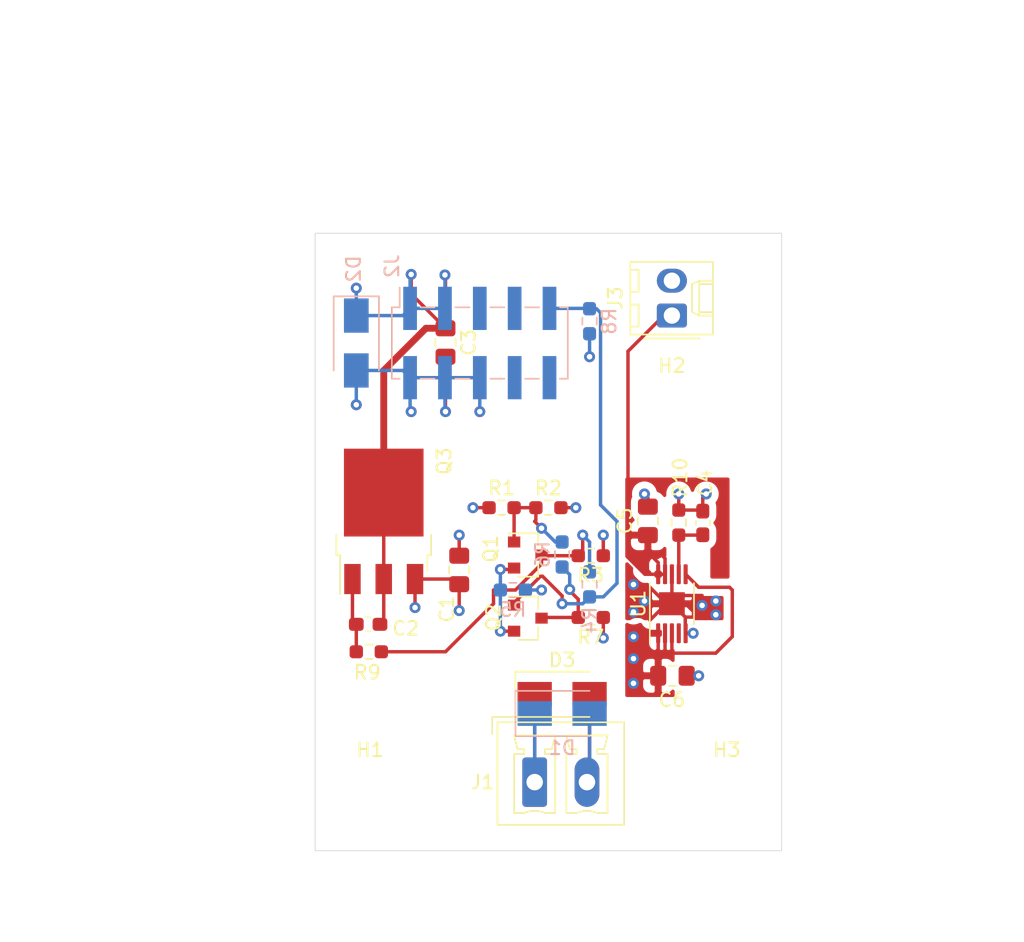
<source format=kicad_pcb>
(kicad_pcb (version 20171130) (host pcbnew 5.1.10-6.fc34)

  (general
    (thickness 1.6)
    (drawings 14)
    (tracks 190)
    (zones 0)
    (modules 29)
    (nets 17)
  )

  (page A4)
  (layers
    (0 F.Cu signal hide)
    (1 In1.Cu power hide)
    (2 In2.Cu power hide)
    (31 B.Cu signal)
    (34 B.Paste user)
    (35 F.Paste user)
    (36 B.SilkS user)
    (37 F.SilkS user)
    (38 B.Mask user)
    (39 F.Mask user)
    (40 Dwgs.User user)
    (41 Cmts.User user hide)
    (44 Edge.Cuts user)
    (45 Margin user hide)
    (46 B.CrtYd user hide)
    (47 F.CrtYd user hide)
    (48 B.Fab user hide)
    (49 F.Fab user hide)
  )

  (setup
    (last_trace_width 0.25)
    (user_trace_width 0.5)
    (trace_clearance 0.2)
    (zone_clearance 0.508)
    (zone_45_only no)
    (trace_min 0.2)
    (via_size 0.8)
    (via_drill 0.4)
    (via_min_size 0.4)
    (via_min_drill 0.3)
    (user_via 0.9 0.5)
    (uvia_size 0.3)
    (uvia_drill 0.1)
    (uvias_allowed no)
    (uvia_min_size 0.2)
    (uvia_min_drill 0.1)
    (edge_width 0.05)
    (segment_width 0.2)
    (pcb_text_width 0.3)
    (pcb_text_size 1.5 1.5)
    (mod_edge_width 0.12)
    (mod_text_size 1 1)
    (mod_text_width 0.15)
    (pad_size 1.524 1.524)
    (pad_drill 0.762)
    (pad_to_mask_clearance 0)
    (aux_axis_origin 0 0)
    (visible_elements FFFFFF7F)
    (pcbplotparams
      (layerselection 0x010fc_ffffffff)
      (usegerberextensions false)
      (usegerberattributes true)
      (usegerberadvancedattributes true)
      (creategerberjobfile true)
      (excludeedgelayer true)
      (linewidth 0.100000)
      (plotframeref false)
      (viasonmask false)
      (mode 1)
      (useauxorigin false)
      (hpglpennumber 1)
      (hpglpenspeed 20)
      (hpglpendiameter 15.000000)
      (psnegative false)
      (psa4output false)
      (plotreference true)
      (plotvalue true)
      (plotinvisibletext false)
      (padsonsilk false)
      (subtractmaskfromsilk false)
      (outputformat 1)
      (mirror false)
      (drillshape 0)
      (scaleselection 1)
      (outputdirectory ""))
  )

  (net 0 "")
  (net 1 /vload)
  (net 2 "Net-(C2-Pad2)")
  (net 3 GND)
  (net 4 "Net-(J2-Pad8)")
  (net 5 "Net-(J2-Pad10)")
  (net 6 "Net-(J2-Pad5)")
  (net 7 "Net-(J2-Pad7)")
  (net 8 "/On When Warm/VD1")
  (net 9 "/On When Warm/vs")
  (net 10 "/On When Warm/vg1")
  (net 11 /thermistor)
  (net 12 "/On When Warm/vd2")
  (net 13 "Net-(U1-Pad4)")
  (net 14 VDC)
  (net 15 "Net-(C4-Pad1)")
  (net 16 /p5v_out)

  (net_class Default "This is the default net class."
    (clearance 0.2)
    (trace_width 0.25)
    (via_dia 0.8)
    (via_drill 0.4)
    (uvia_dia 0.3)
    (uvia_drill 0.1)
    (add_net "/On When Warm/VD1")
    (add_net "/On When Warm/vd2")
    (add_net "/On When Warm/vg1")
    (add_net "/On When Warm/vs")
    (add_net /p5v_out)
    (add_net /thermistor)
    (add_net /vload)
    (add_net GND)
    (add_net "Net-(C2-Pad2)")
    (add_net "Net-(C4-Pad1)")
    (add_net "Net-(J2-Pad10)")
    (add_net "Net-(J2-Pad5)")
    (add_net "Net-(J2-Pad7)")
    (add_net "Net-(J2-Pad8)")
    (add_net "Net-(U1-Pad4)")
    (add_net VDC)
  )

  (module Diode_SMD:D_SMA (layer F.Cu) (tedit 586432E5) (tstamp 613806E9)
    (at 118 133.6)
    (descr "Diode SMA (DO-214AC)")
    (tags "Diode SMA (DO-214AC)")
    (path /61454A5F)
    (attr smd)
    (fp_text reference D3 (at 0 -2.5) (layer F.SilkS)
      (effects (font (size 1 1) (thickness 0.15)))
    )
    (fp_text value PTZTFTE2510B (at 0 2.6) (layer F.Fab)
      (effects (font (size 1 1) (thickness 0.15)))
    )
    (fp_line (start -3.4 -1.65) (end -3.4 1.65) (layer F.SilkS) (width 0.12))
    (fp_line (start 2.3 1.5) (end -2.3 1.5) (layer F.Fab) (width 0.1))
    (fp_line (start -2.3 1.5) (end -2.3 -1.5) (layer F.Fab) (width 0.1))
    (fp_line (start 2.3 -1.5) (end 2.3 1.5) (layer F.Fab) (width 0.1))
    (fp_line (start 2.3 -1.5) (end -2.3 -1.5) (layer F.Fab) (width 0.1))
    (fp_line (start -3.5 -1.75) (end 3.5 -1.75) (layer F.CrtYd) (width 0.05))
    (fp_line (start 3.5 -1.75) (end 3.5 1.75) (layer F.CrtYd) (width 0.05))
    (fp_line (start 3.5 1.75) (end -3.5 1.75) (layer F.CrtYd) (width 0.05))
    (fp_line (start -3.5 1.75) (end -3.5 -1.75) (layer F.CrtYd) (width 0.05))
    (fp_line (start -0.64944 0.00102) (end -1.55114 0.00102) (layer F.Fab) (width 0.1))
    (fp_line (start 0.50118 0.00102) (end 1.4994 0.00102) (layer F.Fab) (width 0.1))
    (fp_line (start -0.64944 -0.79908) (end -0.64944 0.80112) (layer F.Fab) (width 0.1))
    (fp_line (start 0.50118 0.75032) (end 0.50118 -0.79908) (layer F.Fab) (width 0.1))
    (fp_line (start -0.64944 0.00102) (end 0.50118 0.75032) (layer F.Fab) (width 0.1))
    (fp_line (start -0.64944 0.00102) (end 0.50118 -0.79908) (layer F.Fab) (width 0.1))
    (fp_line (start -3.4 1.65) (end 2 1.65) (layer F.SilkS) (width 0.12))
    (fp_line (start -3.4 -1.65) (end 2 -1.65) (layer F.SilkS) (width 0.12))
    (fp_text user %R (at 0 -2.5) (layer F.Fab)
      (effects (font (size 1 1) (thickness 0.15)))
    )
    (pad 2 smd rect (at 2 0) (size 2.5 1.8) (layers F.Cu F.Paste F.Mask)
      (net 3 GND))
    (pad 1 smd rect (at -2 0) (size 2.5 1.8) (layers F.Cu F.Paste F.Mask)
      (net 14 VDC))
    (model ${KISYS3DMOD}/Diode_SMD.3dshapes/D_SMA.wrl
      (at (xyz 0 0 0))
      (scale (xyz 1 1 1))
      (rotate (xyz 0 0 0))
    )
  )

  (module Capacitor_SMD:C_0805_2012Metric_Pad1.18x1.45mm_HandSolder (layer F.Cu) (tedit 5F68FEEF) (tstamp 6137D3D9)
    (at 126.0375 132.25)
    (descr "Capacitor SMD 0805 (2012 Metric), square (rectangular) end terminal, IPC_7351 nominal with elongated pad for handsoldering. (Body size source: IPC-SM-782 page 76, https://www.pcb-3d.com/wordpress/wp-content/uploads/ipc-sm-782a_amendment_1_and_2.pdf, https://docs.google.com/spreadsheets/d/1BsfQQcO9C6DZCsRaXUlFlo91Tg2WpOkGARC1WS5S8t0/edit?usp=sharing), generated with kicad-footprint-generator")
    (tags "capacitor handsolder")
    (path /61417CCB)
    (attr smd)
    (fp_text reference C6 (at -0.0375 1.75) (layer F.SilkS)
      (effects (font (size 1 1) (thickness 0.15)))
    )
    (fp_text value 4.7uF (at 0 1.68) (layer F.Fab)
      (effects (font (size 1 1) (thickness 0.15)))
    )
    (fp_line (start -1 0.625) (end -1 -0.625) (layer F.Fab) (width 0.1))
    (fp_line (start -1 -0.625) (end 1 -0.625) (layer F.Fab) (width 0.1))
    (fp_line (start 1 -0.625) (end 1 0.625) (layer F.Fab) (width 0.1))
    (fp_line (start 1 0.625) (end -1 0.625) (layer F.Fab) (width 0.1))
    (fp_line (start -0.261252 -0.735) (end 0.261252 -0.735) (layer F.SilkS) (width 0.12))
    (fp_line (start -0.261252 0.735) (end 0.261252 0.735) (layer F.SilkS) (width 0.12))
    (fp_line (start -1.88 0.98) (end -1.88 -0.98) (layer F.CrtYd) (width 0.05))
    (fp_line (start -1.88 -0.98) (end 1.88 -0.98) (layer F.CrtYd) (width 0.05))
    (fp_line (start 1.88 -0.98) (end 1.88 0.98) (layer F.CrtYd) (width 0.05))
    (fp_line (start 1.88 0.98) (end -1.88 0.98) (layer F.CrtYd) (width 0.05))
    (fp_text user %R (at 0 0) (layer F.Fab)
      (effects (font (size 0.5 0.5) (thickness 0.08)))
    )
    (pad 2 smd roundrect (at 1.0375 0) (size 1.175 1.45) (layers F.Cu F.Paste F.Mask) (roundrect_rratio 0.2127659574468085)
      (net 3 GND))
    (pad 1 smd roundrect (at -1.0375 0) (size 1.175 1.45) (layers F.Cu F.Paste F.Mask) (roundrect_rratio 0.2127659574468085)
      (net 14 VDC))
    (model ${KISYS3DMOD}/Capacitor_SMD.3dshapes/C_0805_2012Metric.wrl
      (at (xyz 0 0 0))
      (scale (xyz 1 1 1))
      (rotate (xyz 0 0 0))
    )
  )

  (module Resistor_SMD:R_0603_1608Metric_Pad0.98x0.95mm_HandSolder (layer F.Cu) (tedit 5F68FEEE) (tstamp 6137C1FF)
    (at 126.5 121.0875 90)
    (descr "Resistor SMD 0603 (1608 Metric), square (rectangular) end terminal, IPC_7351 nominal with elongated pad for handsoldering. (Body size source: IPC-SM-782 page 72, https://www.pcb-3d.com/wordpress/wp-content/uploads/ipc-sm-782a_amendment_1_and_2.pdf), generated with kicad-footprint-generator")
    (tags "resistor handsolder")
    (path /613F83D0)
    (attr smd)
    (fp_text reference R10 (at 3.2875 0.1 90) (layer F.SilkS)
      (effects (font (size 1 1) (thickness 0.15)))
    )
    (fp_text value 49.9k (at 0 1.43 90) (layer F.Fab)
      (effects (font (size 1 1) (thickness 0.15)))
    )
    (fp_line (start -0.8 0.4125) (end -0.8 -0.4125) (layer F.Fab) (width 0.1))
    (fp_line (start -0.8 -0.4125) (end 0.8 -0.4125) (layer F.Fab) (width 0.1))
    (fp_line (start 0.8 -0.4125) (end 0.8 0.4125) (layer F.Fab) (width 0.1))
    (fp_line (start 0.8 0.4125) (end -0.8 0.4125) (layer F.Fab) (width 0.1))
    (fp_line (start -0.254724 -0.5225) (end 0.254724 -0.5225) (layer F.SilkS) (width 0.12))
    (fp_line (start -0.254724 0.5225) (end 0.254724 0.5225) (layer F.SilkS) (width 0.12))
    (fp_line (start -1.65 0.73) (end -1.65 -0.73) (layer F.CrtYd) (width 0.05))
    (fp_line (start -1.65 -0.73) (end 1.65 -0.73) (layer F.CrtYd) (width 0.05))
    (fp_line (start 1.65 -0.73) (end 1.65 0.73) (layer F.CrtYd) (width 0.05))
    (fp_line (start 1.65 0.73) (end -1.65 0.73) (layer F.CrtYd) (width 0.05))
    (fp_text user %R (at 0 0 90) (layer F.Fab)
      (effects (font (size 0.4 0.4) (thickness 0.06)))
    )
    (pad 2 smd roundrect (at 0.9125 0 90) (size 0.975 0.95) (layers F.Cu F.Paste F.Mask) (roundrect_rratio 0.25)
      (net 3 GND))
    (pad 1 smd roundrect (at -0.9125 0 90) (size 0.975 0.95) (layers F.Cu F.Paste F.Mask) (roundrect_rratio 0.25)
      (net 15 "Net-(C4-Pad1)"))
    (model ${KISYS3DMOD}/Resistor_SMD.3dshapes/R_0603_1608Metric.wrl
      (at (xyz 0 0 0))
      (scale (xyz 1 1 1))
      (rotate (xyz 0 0 0))
    )
  )

  (module Capacitor_SMD:C_0805_2012Metric_Pad1.18x1.45mm_HandSolder (layer F.Cu) (tedit 5F68FEEF) (tstamp 6137BE78)
    (at 124.25 120.9625 90)
    (descr "Capacitor SMD 0805 (2012 Metric), square (rectangular) end terminal, IPC_7351 nominal with elongated pad for handsoldering. (Body size source: IPC-SM-782 page 76, https://www.pcb-3d.com/wordpress/wp-content/uploads/ipc-sm-782a_amendment_1_and_2.pdf, https://docs.google.com/spreadsheets/d/1BsfQQcO9C6DZCsRaXUlFlo91Tg2WpOkGARC1WS5S8t0/edit?usp=sharing), generated with kicad-footprint-generator")
    (tags "capacitor handsolder")
    (path /61406F4E)
    (attr smd)
    (fp_text reference C5 (at 0 -1.68 90) (layer F.SilkS)
      (effects (font (size 1 1) (thickness 0.15)))
    )
    (fp_text value 4.7uF (at 0 1.68 90) (layer F.Fab)
      (effects (font (size 1 1) (thickness 0.15)))
    )
    (fp_line (start -1 0.625) (end -1 -0.625) (layer F.Fab) (width 0.1))
    (fp_line (start -1 -0.625) (end 1 -0.625) (layer F.Fab) (width 0.1))
    (fp_line (start 1 -0.625) (end 1 0.625) (layer F.Fab) (width 0.1))
    (fp_line (start 1 0.625) (end -1 0.625) (layer F.Fab) (width 0.1))
    (fp_line (start -0.261252 -0.735) (end 0.261252 -0.735) (layer F.SilkS) (width 0.12))
    (fp_line (start -0.261252 0.735) (end 0.261252 0.735) (layer F.SilkS) (width 0.12))
    (fp_line (start -1.88 0.98) (end -1.88 -0.98) (layer F.CrtYd) (width 0.05))
    (fp_line (start -1.88 -0.98) (end 1.88 -0.98) (layer F.CrtYd) (width 0.05))
    (fp_line (start 1.88 -0.98) (end 1.88 0.98) (layer F.CrtYd) (width 0.05))
    (fp_line (start 1.88 0.98) (end -1.88 0.98) (layer F.CrtYd) (width 0.05))
    (fp_text user %R (at 0 0 90) (layer F.Fab)
      (effects (font (size 0.5 0.5) (thickness 0.08)))
    )
    (pad 2 smd roundrect (at 1.0375 0 90) (size 1.175 1.45) (layers F.Cu F.Paste F.Mask) (roundrect_rratio 0.2127659574468085)
      (net 3 GND))
    (pad 1 smd roundrect (at -1.0375 0 90) (size 1.175 1.45) (layers F.Cu F.Paste F.Mask) (roundrect_rratio 0.2127659574468085)
      (net 16 /p5v_out))
    (model ${KISYS3DMOD}/Capacitor_SMD.3dshapes/C_0805_2012Metric.wrl
      (at (xyz 0 0 0))
      (scale (xyz 1 1 1))
      (rotate (xyz 0 0 0))
    )
  )

  (module Capacitor_SMD:C_0603_1608Metric_Pad1.08x0.95mm_HandSolder (layer F.Cu) (tedit 5F68FEEF) (tstamp 6137BE67)
    (at 128.25 121.1125 90)
    (descr "Capacitor SMD 0603 (1608 Metric), square (rectangular) end terminal, IPC_7351 nominal with elongated pad for handsoldering. (Body size source: IPC-SM-782 page 76, https://www.pcb-3d.com/wordpress/wp-content/uploads/ipc-sm-782a_amendment_1_and_2.pdf), generated with kicad-footprint-generator")
    (tags "capacitor handsolder")
    (path /613F89B4)
    (attr smd)
    (fp_text reference C4 (at 2.9125 0.15 90) (layer F.SilkS)
      (effects (font (size 1 1) (thickness 0.15)))
    )
    (fp_text value 0.47uF (at 0 1.43 90) (layer F.Fab)
      (effects (font (size 1 1) (thickness 0.15)))
    )
    (fp_line (start -0.8 0.4) (end -0.8 -0.4) (layer F.Fab) (width 0.1))
    (fp_line (start -0.8 -0.4) (end 0.8 -0.4) (layer F.Fab) (width 0.1))
    (fp_line (start 0.8 -0.4) (end 0.8 0.4) (layer F.Fab) (width 0.1))
    (fp_line (start 0.8 0.4) (end -0.8 0.4) (layer F.Fab) (width 0.1))
    (fp_line (start -0.146267 -0.51) (end 0.146267 -0.51) (layer F.SilkS) (width 0.12))
    (fp_line (start -0.146267 0.51) (end 0.146267 0.51) (layer F.SilkS) (width 0.12))
    (fp_line (start -1.65 0.73) (end -1.65 -0.73) (layer F.CrtYd) (width 0.05))
    (fp_line (start -1.65 -0.73) (end 1.65 -0.73) (layer F.CrtYd) (width 0.05))
    (fp_line (start 1.65 -0.73) (end 1.65 0.73) (layer F.CrtYd) (width 0.05))
    (fp_line (start 1.65 0.73) (end -1.65 0.73) (layer F.CrtYd) (width 0.05))
    (fp_text user %R (at 0 0 90) (layer F.Fab)
      (effects (font (size 0.4 0.4) (thickness 0.06)))
    )
    (pad 2 smd roundrect (at 0.8625 0 90) (size 1.075 0.95) (layers F.Cu F.Paste F.Mask) (roundrect_rratio 0.25)
      (net 3 GND))
    (pad 1 smd roundrect (at -0.8625 0 90) (size 1.075 0.95) (layers F.Cu F.Paste F.Mask) (roundrect_rratio 0.25)
      (net 15 "Net-(C4-Pad1)"))
    (model ${KISYS3DMOD}/Capacitor_SMD.3dshapes/C_0603_1608Metric.wrl
      (at (xyz 0 0 0))
      (scale (xyz 1 1 1))
      (rotate (xyz 0 0 0))
    )
  )

  (module Connector_PinHeader_2.54mm:PinHeader_2x05_P2.54mm_Vertical_SMD (layer B.Cu) (tedit 59FED5CC) (tstamp 6137B4E8)
    (at 112 108 270)
    (descr "surface-mounted straight pin header, 2x05, 2.54mm pitch, double rows")
    (tags "Surface mounted pin header SMD 2x05 2.54mm double row")
    (path /613A795B)
    (attr smd)
    (fp_text reference J2 (at -5.6 6.4 270) (layer B.SilkS)
      (effects (font (size 1 1) (thickness 0.15)) (justify mirror))
    )
    (fp_text value Conn_02x05_Odd_Even (at 0 -7.41 270) (layer B.Fab)
      (effects (font (size 1 1) (thickness 0.15)) (justify mirror))
    )
    (fp_line (start 2.54 -6.35) (end -2.54 -6.35) (layer B.Fab) (width 0.1))
    (fp_line (start -1.59 6.35) (end 2.54 6.35) (layer B.Fab) (width 0.1))
    (fp_line (start -2.54 -6.35) (end -2.54 5.4) (layer B.Fab) (width 0.1))
    (fp_line (start -2.54 5.4) (end -1.59 6.35) (layer B.Fab) (width 0.1))
    (fp_line (start 2.54 6.35) (end 2.54 -6.35) (layer B.Fab) (width 0.1))
    (fp_line (start -2.54 5.4) (end -3.6 5.4) (layer B.Fab) (width 0.1))
    (fp_line (start -3.6 5.4) (end -3.6 4.76) (layer B.Fab) (width 0.1))
    (fp_line (start -3.6 4.76) (end -2.54 4.76) (layer B.Fab) (width 0.1))
    (fp_line (start 2.54 5.4) (end 3.6 5.4) (layer B.Fab) (width 0.1))
    (fp_line (start 3.6 5.4) (end 3.6 4.76) (layer B.Fab) (width 0.1))
    (fp_line (start 3.6 4.76) (end 2.54 4.76) (layer B.Fab) (width 0.1))
    (fp_line (start -2.54 2.86) (end -3.6 2.86) (layer B.Fab) (width 0.1))
    (fp_line (start -3.6 2.86) (end -3.6 2.22) (layer B.Fab) (width 0.1))
    (fp_line (start -3.6 2.22) (end -2.54 2.22) (layer B.Fab) (width 0.1))
    (fp_line (start 2.54 2.86) (end 3.6 2.86) (layer B.Fab) (width 0.1))
    (fp_line (start 3.6 2.86) (end 3.6 2.22) (layer B.Fab) (width 0.1))
    (fp_line (start 3.6 2.22) (end 2.54 2.22) (layer B.Fab) (width 0.1))
    (fp_line (start -2.54 0.32) (end -3.6 0.32) (layer B.Fab) (width 0.1))
    (fp_line (start -3.6 0.32) (end -3.6 -0.32) (layer B.Fab) (width 0.1))
    (fp_line (start -3.6 -0.32) (end -2.54 -0.32) (layer B.Fab) (width 0.1))
    (fp_line (start 2.54 0.32) (end 3.6 0.32) (layer B.Fab) (width 0.1))
    (fp_line (start 3.6 0.32) (end 3.6 -0.32) (layer B.Fab) (width 0.1))
    (fp_line (start 3.6 -0.32) (end 2.54 -0.32) (layer B.Fab) (width 0.1))
    (fp_line (start -2.54 -2.22) (end -3.6 -2.22) (layer B.Fab) (width 0.1))
    (fp_line (start -3.6 -2.22) (end -3.6 -2.86) (layer B.Fab) (width 0.1))
    (fp_line (start -3.6 -2.86) (end -2.54 -2.86) (layer B.Fab) (width 0.1))
    (fp_line (start 2.54 -2.22) (end 3.6 -2.22) (layer B.Fab) (width 0.1))
    (fp_line (start 3.6 -2.22) (end 3.6 -2.86) (layer B.Fab) (width 0.1))
    (fp_line (start 3.6 -2.86) (end 2.54 -2.86) (layer B.Fab) (width 0.1))
    (fp_line (start -2.54 -4.76) (end -3.6 -4.76) (layer B.Fab) (width 0.1))
    (fp_line (start -3.6 -4.76) (end -3.6 -5.4) (layer B.Fab) (width 0.1))
    (fp_line (start -3.6 -5.4) (end -2.54 -5.4) (layer B.Fab) (width 0.1))
    (fp_line (start 2.54 -4.76) (end 3.6 -4.76) (layer B.Fab) (width 0.1))
    (fp_line (start 3.6 -4.76) (end 3.6 -5.4) (layer B.Fab) (width 0.1))
    (fp_line (start 3.6 -5.4) (end 2.54 -5.4) (layer B.Fab) (width 0.1))
    (fp_line (start -2.6 6.41) (end 2.6 6.41) (layer B.SilkS) (width 0.12))
    (fp_line (start -2.6 -6.41) (end 2.6 -6.41) (layer B.SilkS) (width 0.12))
    (fp_line (start -4.04 5.84) (end -2.6 5.84) (layer B.SilkS) (width 0.12))
    (fp_line (start -2.6 6.41) (end -2.6 5.84) (layer B.SilkS) (width 0.12))
    (fp_line (start 2.6 6.41) (end 2.6 5.84) (layer B.SilkS) (width 0.12))
    (fp_line (start -2.6 -5.84) (end -2.6 -6.41) (layer B.SilkS) (width 0.12))
    (fp_line (start 2.6 -5.84) (end 2.6 -6.41) (layer B.SilkS) (width 0.12))
    (fp_line (start -2.6 4.32) (end -2.6 3.3) (layer B.SilkS) (width 0.12))
    (fp_line (start 2.6 4.32) (end 2.6 3.3) (layer B.SilkS) (width 0.12))
    (fp_line (start -2.6 1.78) (end -2.6 0.76) (layer B.SilkS) (width 0.12))
    (fp_line (start 2.6 1.78) (end 2.6 0.76) (layer B.SilkS) (width 0.12))
    (fp_line (start -2.6 -0.76) (end -2.6 -1.78) (layer B.SilkS) (width 0.12))
    (fp_line (start 2.6 -0.76) (end 2.6 -1.78) (layer B.SilkS) (width 0.12))
    (fp_line (start -2.6 -3.3) (end -2.6 -4.32) (layer B.SilkS) (width 0.12))
    (fp_line (start 2.6 -3.3) (end 2.6 -4.32) (layer B.SilkS) (width 0.12))
    (fp_line (start -5.9 6.85) (end -5.9 -6.85) (layer B.CrtYd) (width 0.05))
    (fp_line (start -5.9 -6.85) (end 5.9 -6.85) (layer B.CrtYd) (width 0.05))
    (fp_line (start 5.9 -6.85) (end 5.9 6.85) (layer B.CrtYd) (width 0.05))
    (fp_line (start 5.9 6.85) (end -5.9 6.85) (layer B.CrtYd) (width 0.05))
    (fp_text user %R (at 0 0) (layer B.Fab)
      (effects (font (size 1 1) (thickness 0.15)) (justify mirror))
    )
    (pad 10 smd rect (at 2.525 -5.08 270) (size 3.15 1) (layers B.Cu B.Paste B.Mask)
      (net 5 "Net-(J2-Pad10)"))
    (pad 9 smd rect (at -2.525 -5.08 270) (size 3.15 1) (layers B.Cu B.Paste B.Mask)
      (net 11 /thermistor))
    (pad 8 smd rect (at 2.525 -2.54 270) (size 3.15 1) (layers B.Cu B.Paste B.Mask)
      (net 4 "Net-(J2-Pad8)"))
    (pad 7 smd rect (at -2.525 -2.54 270) (size 3.15 1) (layers B.Cu B.Paste B.Mask)
      (net 7 "Net-(J2-Pad7)"))
    (pad 6 smd rect (at 2.525 0 270) (size 3.15 1) (layers B.Cu B.Paste B.Mask)
      (net 3 GND))
    (pad 5 smd rect (at -2.525 0 270) (size 3.15 1) (layers B.Cu B.Paste B.Mask)
      (net 6 "Net-(J2-Pad5)"))
    (pad 4 smd rect (at 2.525 2.54 270) (size 3.15 1) (layers B.Cu B.Paste B.Mask)
      (net 3 GND))
    (pad 3 smd rect (at -2.525 2.54 270) (size 3.15 1) (layers B.Cu B.Paste B.Mask)
      (net 1 /vload))
    (pad 2 smd rect (at 2.525 5.08 270) (size 3.15 1) (layers B.Cu B.Paste B.Mask)
      (net 3 GND))
    (pad 1 smd rect (at -2.525 5.08 270) (size 3.15 1) (layers B.Cu B.Paste B.Mask)
      (net 1 /vload))
    (model ${KISYS3DMOD}/Connector_PinHeader_2.54mm.3dshapes/PinHeader_2x05_P2.54mm_Vertical_SMD.wrl
      (at (xyz 0 0 0))
      (scale (xyz 1 1 1))
      (rotate (xyz 0 0 0))
    )
  )

  (module Connector_Molex:Molex_KK-254_AE-6410-02A_1x02_P2.54mm_Vertical (layer F.Cu) (tedit 5EA53D3B) (tstamp 6137AD65)
    (at 126 106 90)
    (descr "Molex KK-254 Interconnect System, old/engineering part number: AE-6410-02A example for new part number: 22-27-2021, 2 Pins (http://www.molex.com/pdm_docs/sd/022272021_sd.pdf), generated with kicad-footprint-generator")
    (tags "connector Molex KK-254 vertical")
    (path /613B8041)
    (fp_text reference J3 (at 1.27 -4.12 90) (layer F.SilkS)
      (effects (font (size 1 1) (thickness 0.15)))
    )
    (fp_text value Conn_01x02_Male (at 1.27 4.08 90) (layer F.Fab)
      (effects (font (size 1 1) (thickness 0.15)))
    )
    (fp_line (start -1.27 -2.92) (end -1.27 2.88) (layer F.Fab) (width 0.1))
    (fp_line (start -1.27 2.88) (end 3.81 2.88) (layer F.Fab) (width 0.1))
    (fp_line (start 3.81 2.88) (end 3.81 -2.92) (layer F.Fab) (width 0.1))
    (fp_line (start 3.81 -2.92) (end -1.27 -2.92) (layer F.Fab) (width 0.1))
    (fp_line (start -1.38 -3.03) (end -1.38 2.99) (layer F.SilkS) (width 0.12))
    (fp_line (start -1.38 2.99) (end 3.92 2.99) (layer F.SilkS) (width 0.12))
    (fp_line (start 3.92 2.99) (end 3.92 -3.03) (layer F.SilkS) (width 0.12))
    (fp_line (start 3.92 -3.03) (end -1.38 -3.03) (layer F.SilkS) (width 0.12))
    (fp_line (start -1.67 -2) (end -1.67 2) (layer F.SilkS) (width 0.12))
    (fp_line (start -1.27 -0.5) (end -0.562893 0) (layer F.Fab) (width 0.1))
    (fp_line (start -0.562893 0) (end -1.27 0.5) (layer F.Fab) (width 0.1))
    (fp_line (start 0 2.99) (end 0 1.99) (layer F.SilkS) (width 0.12))
    (fp_line (start 0 1.99) (end 2.54 1.99) (layer F.SilkS) (width 0.12))
    (fp_line (start 2.54 1.99) (end 2.54 2.99) (layer F.SilkS) (width 0.12))
    (fp_line (start 0 1.99) (end 0.25 1.46) (layer F.SilkS) (width 0.12))
    (fp_line (start 0.25 1.46) (end 2.29 1.46) (layer F.SilkS) (width 0.12))
    (fp_line (start 2.29 1.46) (end 2.54 1.99) (layer F.SilkS) (width 0.12))
    (fp_line (start 0.25 2.99) (end 0.25 1.99) (layer F.SilkS) (width 0.12))
    (fp_line (start 2.29 2.99) (end 2.29 1.99) (layer F.SilkS) (width 0.12))
    (fp_line (start -0.8 -3.03) (end -0.8 -2.43) (layer F.SilkS) (width 0.12))
    (fp_line (start -0.8 -2.43) (end 0.8 -2.43) (layer F.SilkS) (width 0.12))
    (fp_line (start 0.8 -2.43) (end 0.8 -3.03) (layer F.SilkS) (width 0.12))
    (fp_line (start 1.74 -3.03) (end 1.74 -2.43) (layer F.SilkS) (width 0.12))
    (fp_line (start 1.74 -2.43) (end 3.34 -2.43) (layer F.SilkS) (width 0.12))
    (fp_line (start 3.34 -2.43) (end 3.34 -3.03) (layer F.SilkS) (width 0.12))
    (fp_line (start -1.77 -3.42) (end -1.77 3.38) (layer F.CrtYd) (width 0.05))
    (fp_line (start -1.77 3.38) (end 4.31 3.38) (layer F.CrtYd) (width 0.05))
    (fp_line (start 4.31 3.38) (end 4.31 -3.42) (layer F.CrtYd) (width 0.05))
    (fp_line (start 4.31 -3.42) (end -1.77 -3.42) (layer F.CrtYd) (width 0.05))
    (fp_text user %R (at 1.27 -2.22 90) (layer F.Fab)
      (effects (font (size 1 1) (thickness 0.15)))
    )
    (pad 2 thru_hole oval (at 2.54 0 90) (size 1.74 2.19) (drill 1.19) (layers *.Cu *.Mask)
      (net 3 GND))
    (pad 1 thru_hole roundrect (at 0 0 90) (size 1.74 2.19) (drill 1.19) (layers *.Cu *.Mask) (roundrect_rratio 0.1436775862068966)
      (net 16 /p5v_out))
    (model ${KISYS3DMOD}/Connector_Molex.3dshapes/Molex_KK-254_AE-6410-02A_1x02_P2.54mm_Vertical.wrl
      (at (xyz 0 0 0))
      (scale (xyz 1 1 1))
      (rotate (xyz 0 0 0))
    )
  )

  (module Capacitor_SMD:C_0805_2012Metric_Pad1.18x1.45mm_HandSolder (layer F.Cu) (tedit 5F68FEEF) (tstamp 6137A152)
    (at 110.5 124.5375 90)
    (descr "Capacitor SMD 0805 (2012 Metric), square (rectangular) end terminal, IPC_7351 nominal with elongated pad for handsoldering. (Body size source: IPC-SM-782 page 76, https://www.pcb-3d.com/wordpress/wp-content/uploads/ipc-sm-782a_amendment_1_and_2.pdf, https://docs.google.com/spreadsheets/d/1BsfQQcO9C6DZCsRaXUlFlo91Tg2WpOkGARC1WS5S8t0/edit?usp=sharing), generated with kicad-footprint-generator")
    (tags "capacitor handsolder")
    (path /61394019/6078F49F)
    (attr smd)
    (fp_text reference C1 (at -2.8625 -0.9 90) (layer F.SilkS)
      (effects (font (size 1 1) (thickness 0.15)))
    )
    (fp_text value 4.7uF (at 0 1.68 90) (layer F.Fab)
      (effects (font (size 1 1) (thickness 0.15)))
    )
    (fp_line (start -1 0.625) (end -1 -0.625) (layer F.Fab) (width 0.1))
    (fp_line (start -1 -0.625) (end 1 -0.625) (layer F.Fab) (width 0.1))
    (fp_line (start 1 -0.625) (end 1 0.625) (layer F.Fab) (width 0.1))
    (fp_line (start 1 0.625) (end -1 0.625) (layer F.Fab) (width 0.1))
    (fp_line (start -0.261252 -0.735) (end 0.261252 -0.735) (layer F.SilkS) (width 0.12))
    (fp_line (start -0.261252 0.735) (end 0.261252 0.735) (layer F.SilkS) (width 0.12))
    (fp_line (start -1.88 0.98) (end -1.88 -0.98) (layer F.CrtYd) (width 0.05))
    (fp_line (start -1.88 -0.98) (end 1.88 -0.98) (layer F.CrtYd) (width 0.05))
    (fp_line (start 1.88 -0.98) (end 1.88 0.98) (layer F.CrtYd) (width 0.05))
    (fp_line (start 1.88 0.98) (end -1.88 0.98) (layer F.CrtYd) (width 0.05))
    (fp_text user %R (at 0 0 90) (layer F.Fab)
      (effects (font (size 0.5 0.5) (thickness 0.08)))
    )
    (pad 2 smd roundrect (at 1.0375 0 90) (size 1.175 1.45) (layers F.Cu F.Paste F.Mask) (roundrect_rratio 0.2127659574468085)
      (net 3 GND))
    (pad 1 smd roundrect (at -1.0375 0 90) (size 1.175 1.45) (layers F.Cu F.Paste F.Mask) (roundrect_rratio 0.2127659574468085)
      (net 14 VDC))
    (model ${KISYS3DMOD}/Capacitor_SMD.3dshapes/C_0805_2012Metric.wrl
      (at (xyz 0 0 0))
      (scale (xyz 1 1 1))
      (rotate (xyz 0 0 0))
    )
  )

  (module Capacitor_SMD:C_0603_1608Metric_Pad1.08x0.95mm_HandSolder (layer F.Cu) (tedit 5F68FEEF) (tstamp 6137E2C7)
    (at 103.8625 128.5 180)
    (descr "Capacitor SMD 0603 (1608 Metric), square (rectangular) end terminal, IPC_7351 nominal with elongated pad for handsoldering. (Body size source: IPC-SM-782 page 76, https://www.pcb-3d.com/wordpress/wp-content/uploads/ipc-sm-782a_amendment_1_and_2.pdf), generated with kicad-footprint-generator")
    (tags "capacitor handsolder")
    (path /61394019/6076DAA7)
    (attr smd)
    (fp_text reference C2 (at -2.7375 -0.3) (layer F.SilkS)
      (effects (font (size 1 1) (thickness 0.15)))
    )
    (fp_text value 30nF (at 0 1.43) (layer F.Fab)
      (effects (font (size 1 1) (thickness 0.15)))
    )
    (fp_line (start 1.65 0.73) (end -1.65 0.73) (layer F.CrtYd) (width 0.05))
    (fp_line (start 1.65 -0.73) (end 1.65 0.73) (layer F.CrtYd) (width 0.05))
    (fp_line (start -1.65 -0.73) (end 1.65 -0.73) (layer F.CrtYd) (width 0.05))
    (fp_line (start -1.65 0.73) (end -1.65 -0.73) (layer F.CrtYd) (width 0.05))
    (fp_line (start -0.146267 0.51) (end 0.146267 0.51) (layer F.SilkS) (width 0.12))
    (fp_line (start -0.146267 -0.51) (end 0.146267 -0.51) (layer F.SilkS) (width 0.12))
    (fp_line (start 0.8 0.4) (end -0.8 0.4) (layer F.Fab) (width 0.1))
    (fp_line (start 0.8 -0.4) (end 0.8 0.4) (layer F.Fab) (width 0.1))
    (fp_line (start -0.8 -0.4) (end 0.8 -0.4) (layer F.Fab) (width 0.1))
    (fp_line (start -0.8 0.4) (end -0.8 -0.4) (layer F.Fab) (width 0.1))
    (fp_text user %R (at 0 0) (layer F.Fab)
      (effects (font (size 0.4 0.4) (thickness 0.06)))
    )
    (pad 1 smd roundrect (at -0.8625 0 180) (size 1.075 0.95) (layers F.Cu F.Paste F.Mask) (roundrect_rratio 0.25)
      (net 1 /vload))
    (pad 2 smd roundrect (at 0.8625 0 180) (size 1.075 0.95) (layers F.Cu F.Paste F.Mask) (roundrect_rratio 0.25)
      (net 2 "Net-(C2-Pad2)"))
    (model ${KISYS3DMOD}/Capacitor_SMD.3dshapes/C_0603_1608Metric.wrl
      (at (xyz 0 0 0))
      (scale (xyz 1 1 1))
      (rotate (xyz 0 0 0))
    )
  )

  (module Capacitor_SMD:C_0805_2012Metric_Pad1.18x1.45mm_HandSolder (layer F.Cu) (tedit 5F68FEEF) (tstamp 6137A599)
    (at 109.5 107.9625 270)
    (descr "Capacitor SMD 0805 (2012 Metric), square (rectangular) end terminal, IPC_7351 nominal with elongated pad for handsoldering. (Body size source: IPC-SM-782 page 76, https://www.pcb-3d.com/wordpress/wp-content/uploads/ipc-sm-782a_amendment_1_and_2.pdf, https://docs.google.com/spreadsheets/d/1BsfQQcO9C6DZCsRaXUlFlo91Tg2WpOkGARC1WS5S8t0/edit?usp=sharing), generated with kicad-footprint-generator")
    (tags "capacitor handsolder")
    (path /61394019/60757828)
    (attr smd)
    (fp_text reference C3 (at 0 -1.68 90) (layer F.SilkS)
      (effects (font (size 1 1) (thickness 0.15)))
    )
    (fp_text value 1uF (at 0 1.68 90) (layer F.Fab)
      (effects (font (size 1 1) (thickness 0.15)))
    )
    (fp_line (start 1.88 0.98) (end -1.88 0.98) (layer F.CrtYd) (width 0.05))
    (fp_line (start 1.88 -0.98) (end 1.88 0.98) (layer F.CrtYd) (width 0.05))
    (fp_line (start -1.88 -0.98) (end 1.88 -0.98) (layer F.CrtYd) (width 0.05))
    (fp_line (start -1.88 0.98) (end -1.88 -0.98) (layer F.CrtYd) (width 0.05))
    (fp_line (start -0.261252 0.735) (end 0.261252 0.735) (layer F.SilkS) (width 0.12))
    (fp_line (start -0.261252 -0.735) (end 0.261252 -0.735) (layer F.SilkS) (width 0.12))
    (fp_line (start 1 0.625) (end -1 0.625) (layer F.Fab) (width 0.1))
    (fp_line (start 1 -0.625) (end 1 0.625) (layer F.Fab) (width 0.1))
    (fp_line (start -1 -0.625) (end 1 -0.625) (layer F.Fab) (width 0.1))
    (fp_line (start -1 0.625) (end -1 -0.625) (layer F.Fab) (width 0.1))
    (fp_text user %R (at 0 0 90) (layer F.Fab)
      (effects (font (size 0.5 0.5) (thickness 0.08)))
    )
    (pad 1 smd roundrect (at -1.0375 0 270) (size 1.175 1.45) (layers F.Cu F.Paste F.Mask) (roundrect_rratio 0.2127659574468085)
      (net 1 /vload))
    (pad 2 smd roundrect (at 1.0375 0 270) (size 1.175 1.45) (layers F.Cu F.Paste F.Mask) (roundrect_rratio 0.2127659574468085)
      (net 3 GND))
    (model ${KISYS3DMOD}/Capacitor_SMD.3dshapes/C_0805_2012Metric.wrl
      (at (xyz 0 0 0))
      (scale (xyz 1 1 1))
      (rotate (xyz 0 0 0))
    )
  )

  (module Diode_SMD:D_SMA (layer B.Cu) (tedit 586432E5) (tstamp 6137A25E)
    (at 118 135)
    (descr "Diode SMA (DO-214AC)")
    (tags "Diode SMA (DO-214AC)")
    (path /6139D14B)
    (attr smd)
    (fp_text reference D1 (at 0 2.5) (layer B.SilkS)
      (effects (font (size 1 1) (thickness 0.15)) (justify mirror))
    )
    (fp_text value B120-E3 (at 0 -2.6) (layer B.Fab)
      (effects (font (size 1 1) (thickness 0.15)) (justify mirror))
    )
    (fp_line (start -3.4 1.65) (end 2 1.65) (layer B.SilkS) (width 0.12))
    (fp_line (start -3.4 -1.65) (end 2 -1.65) (layer B.SilkS) (width 0.12))
    (fp_line (start -0.64944 -0.00102) (end 0.50118 0.79908) (layer B.Fab) (width 0.1))
    (fp_line (start -0.64944 -0.00102) (end 0.50118 -0.75032) (layer B.Fab) (width 0.1))
    (fp_line (start 0.50118 -0.75032) (end 0.50118 0.79908) (layer B.Fab) (width 0.1))
    (fp_line (start -0.64944 0.79908) (end -0.64944 -0.80112) (layer B.Fab) (width 0.1))
    (fp_line (start 0.50118 -0.00102) (end 1.4994 -0.00102) (layer B.Fab) (width 0.1))
    (fp_line (start -0.64944 -0.00102) (end -1.55114 -0.00102) (layer B.Fab) (width 0.1))
    (fp_line (start -3.5 -1.75) (end -3.5 1.75) (layer B.CrtYd) (width 0.05))
    (fp_line (start 3.5 -1.75) (end -3.5 -1.75) (layer B.CrtYd) (width 0.05))
    (fp_line (start 3.5 1.75) (end 3.5 -1.75) (layer B.CrtYd) (width 0.05))
    (fp_line (start -3.5 1.75) (end 3.5 1.75) (layer B.CrtYd) (width 0.05))
    (fp_line (start 2.3 1.5) (end -2.3 1.5) (layer B.Fab) (width 0.1))
    (fp_line (start 2.3 1.5) (end 2.3 -1.5) (layer B.Fab) (width 0.1))
    (fp_line (start -2.3 -1.5) (end -2.3 1.5) (layer B.Fab) (width 0.1))
    (fp_line (start 2.3 -1.5) (end -2.3 -1.5) (layer B.Fab) (width 0.1))
    (fp_line (start -3.4 1.65) (end -3.4 -1.65) (layer B.SilkS) (width 0.12))
    (fp_text user %R (at 0 2.5) (layer B.Fab)
      (effects (font (size 1 1) (thickness 0.15)) (justify mirror))
    )
    (pad 1 smd rect (at -2 0) (size 2.5 1.8) (layers B.Cu B.Paste B.Mask)
      (net 14 VDC))
    (pad 2 smd rect (at 2 0) (size 2.5 1.8) (layers B.Cu B.Paste B.Mask)
      (net 3 GND))
    (model ${KISYS3DMOD}/Diode_SMD.3dshapes/D_SMA.wrl
      (at (xyz 0 0 0))
      (scale (xyz 1 1 1))
      (rotate (xyz 0 0 0))
    )
  )

  (module Diode_SMD:D_SMA (layer B.Cu) (tedit 586432E5) (tstamp 6137A5D0)
    (at 103 108 270)
    (descr "Diode SMA (DO-214AC)")
    (tags "Diode SMA (DO-214AC)")
    (path /61399349)
    (attr smd)
    (fp_text reference D2 (at -5.4 0.2 270) (layer B.SilkS)
      (effects (font (size 1 1) (thickness 0.15)) (justify mirror))
    )
    (fp_text value PTZTFTE255.6B (at 0 -2.6 270) (layer B.Fab)
      (effects (font (size 1 1) (thickness 0.15)) (justify mirror))
    )
    (fp_line (start -3.4 1.65) (end -3.4 -1.65) (layer B.SilkS) (width 0.12))
    (fp_line (start 2.3 -1.5) (end -2.3 -1.5) (layer B.Fab) (width 0.1))
    (fp_line (start -2.3 -1.5) (end -2.3 1.5) (layer B.Fab) (width 0.1))
    (fp_line (start 2.3 1.5) (end 2.3 -1.5) (layer B.Fab) (width 0.1))
    (fp_line (start 2.3 1.5) (end -2.3 1.5) (layer B.Fab) (width 0.1))
    (fp_line (start -3.5 1.75) (end 3.5 1.75) (layer B.CrtYd) (width 0.05))
    (fp_line (start 3.5 1.75) (end 3.5 -1.75) (layer B.CrtYd) (width 0.05))
    (fp_line (start 3.5 -1.75) (end -3.5 -1.75) (layer B.CrtYd) (width 0.05))
    (fp_line (start -3.5 -1.75) (end -3.5 1.75) (layer B.CrtYd) (width 0.05))
    (fp_line (start -0.64944 -0.00102) (end -1.55114 -0.00102) (layer B.Fab) (width 0.1))
    (fp_line (start 0.50118 -0.00102) (end 1.4994 -0.00102) (layer B.Fab) (width 0.1))
    (fp_line (start -0.64944 0.79908) (end -0.64944 -0.80112) (layer B.Fab) (width 0.1))
    (fp_line (start 0.50118 -0.75032) (end 0.50118 0.79908) (layer B.Fab) (width 0.1))
    (fp_line (start -0.64944 -0.00102) (end 0.50118 -0.75032) (layer B.Fab) (width 0.1))
    (fp_line (start -0.64944 -0.00102) (end 0.50118 0.79908) (layer B.Fab) (width 0.1))
    (fp_line (start -3.4 -1.65) (end 2 -1.65) (layer B.SilkS) (width 0.12))
    (fp_line (start -3.4 1.65) (end 2 1.65) (layer B.SilkS) (width 0.12))
    (fp_text user %R (at 0 2.5 270) (layer B.Fab)
      (effects (font (size 1 1) (thickness 0.15)) (justify mirror))
    )
    (pad 2 smd rect (at 2 0 270) (size 2.5 1.8) (layers B.Cu B.Paste B.Mask)
      (net 3 GND))
    (pad 1 smd rect (at -2 0 270) (size 2.5 1.8) (layers B.Cu B.Paste B.Mask)
      (net 1 /vload))
    (model ${KISYS3DMOD}/Diode_SMD.3dshapes/D_SMA.wrl
      (at (xyz 0 0 0))
      (scale (xyz 1 1 1))
      (rotate (xyz 0 0 0))
    )
  )

  (module MountingHole:MountingHole_2.7mm_M2.5_DIN965 (layer F.Cu) (tedit 56D1B4CB) (tstamp 6137A714)
    (at 104 141)
    (descr "Mounting Hole 2.7mm, no annular, M2.5, DIN965")
    (tags "mounting hole 2.7mm no annular m2.5 din965")
    (path /613AA181)
    (attr virtual)
    (fp_text reference H1 (at 0 -3.35) (layer F.SilkS)
      (effects (font (size 1 1) (thickness 0.15)))
    )
    (fp_text value MountingHole (at 0 3.35) (layer F.Fab)
      (effects (font (size 1 1) (thickness 0.15)))
    )
    (fp_circle (center 0 0) (end 2.6 0) (layer F.CrtYd) (width 0.05))
    (fp_circle (center 0 0) (end 2.35 0) (layer Cmts.User) (width 0.15))
    (fp_text user %R (at 0.3 0) (layer F.Fab)
      (effects (font (size 1 1) (thickness 0.15)))
    )
    (pad 1 np_thru_hole circle (at 0 0) (size 2.7 2.7) (drill 2.7) (layers *.Cu *.Mask))
  )

  (module MountingHole:MountingHole_2.7mm_M2.5_DIN965 (layer F.Cu) (tedit 56D1B4CB) (tstamp 6137A1D9)
    (at 126 113)
    (descr "Mounting Hole 2.7mm, no annular, M2.5, DIN965")
    (tags "mounting hole 2.7mm no annular m2.5 din965")
    (path /613AB185)
    (attr virtual)
    (fp_text reference H2 (at 0 -3.35) (layer F.SilkS)
      (effects (font (size 1 1) (thickness 0.15)))
    )
    (fp_text value MountingHole (at 0 3.35) (layer F.Fab)
      (effects (font (size 1 1) (thickness 0.15)))
    )
    (fp_circle (center 0 0) (end 2.35 0) (layer Cmts.User) (width 0.15))
    (fp_circle (center 0 0) (end 2.6 0) (layer F.CrtYd) (width 0.05))
    (fp_text user %R (at 0.3 0) (layer F.Fab)
      (effects (font (size 1 1) (thickness 0.15)))
    )
    (pad 1 np_thru_hole circle (at 0 0) (size 2.7 2.7) (drill 2.7) (layers *.Cu *.Mask))
  )

  (module MountingHole:MountingHole_2.7mm_M2.5_DIN965 (layer F.Cu) (tedit 56D1B4CB) (tstamp 6137A389)
    (at 130 141)
    (descr "Mounting Hole 2.7mm, no annular, M2.5, DIN965")
    (tags "mounting hole 2.7mm no annular m2.5 din965")
    (path /613AB5A0)
    (attr virtual)
    (fp_text reference H3 (at 0 -3.35) (layer F.SilkS)
      (effects (font (size 1 1) (thickness 0.15)))
    )
    (fp_text value MountingHole (at 0 3.35) (layer F.Fab)
      (effects (font (size 1 1) (thickness 0.15)))
    )
    (fp_circle (center 0 0) (end 2.6 0) (layer F.CrtYd) (width 0.05))
    (fp_circle (center 0 0) (end 2.35 0) (layer Cmts.User) (width 0.15))
    (fp_text user %R (at 0.3 0) (layer F.Fab)
      (effects (font (size 1 1) (thickness 0.15)))
    )
    (pad 1 np_thru_hole circle (at 0 0) (size 2.7 2.7) (drill 2.7) (layers *.Cu *.Mask))
  )

  (module Connector_Phoenix_MC:PhoenixContact_MCV_1,5_2-G-3.81_1x02_P3.81mm_Vertical (layer F.Cu) (tedit 5B784ED1) (tstamp 6137A31E)
    (at 116 140)
    (descr "Generic Phoenix Contact connector footprint for: MCV_1,5/2-G-3.81; number of pins: 02; pin pitch: 3.81mm; Vertical || order number: 1803426 8A 160V")
    (tags "phoenix_contact connector MCV_01x02_G_3.81mm")
    (path /613A0646)
    (fp_text reference J1 (at -3.8 0) (layer F.SilkS)
      (effects (font (size 1 1) (thickness 0.15)))
    )
    (fp_text value Conn_01x02_Male (at 1.9 4.2) (layer F.Fab)
      (effects (font (size 1 1) (thickness 0.15)))
    )
    (fp_line (start -3.1 -4.75) (end -1.1 -4.75) (layer F.Fab) (width 0.1))
    (fp_line (start -3.1 -3.5) (end -3.1 -4.75) (layer F.Fab) (width 0.1))
    (fp_line (start -3.1 -4.75) (end -1.1 -4.75) (layer F.SilkS) (width 0.12))
    (fp_line (start -3.1 -3.5) (end -3.1 -4.75) (layer F.SilkS) (width 0.12))
    (fp_line (start 6.91 -4.75) (end -3.1 -4.75) (layer F.CrtYd) (width 0.05))
    (fp_line (start 6.91 3.5) (end 6.91 -4.75) (layer F.CrtYd) (width 0.05))
    (fp_line (start -3.1 3.5) (end 6.91 3.5) (layer F.CrtYd) (width 0.05))
    (fp_line (start -3.1 -4.75) (end -3.1 3.5) (layer F.CrtYd) (width 0.05))
    (fp_line (start 5.31 2.25) (end 4.56 2.25) (layer F.SilkS) (width 0.12))
    (fp_line (start 5.31 -2.05) (end 5.31 2.25) (layer F.SilkS) (width 0.12))
    (fp_line (start 4.56 -2.05) (end 5.31 -2.05) (layer F.SilkS) (width 0.12))
    (fp_line (start 4.56 -2.4) (end 4.56 -2.05) (layer F.SilkS) (width 0.12))
    (fp_line (start 5.06 -2.4) (end 4.56 -2.4) (layer F.SilkS) (width 0.12))
    (fp_line (start 5.31 -3.4) (end 5.06 -2.4) (layer F.SilkS) (width 0.12))
    (fp_line (start 2.31 -3.4) (end 5.31 -3.4) (layer F.SilkS) (width 0.12))
    (fp_line (start 2.56 -2.4) (end 2.31 -3.4) (layer F.SilkS) (width 0.12))
    (fp_line (start 3.06 -2.4) (end 2.56 -2.4) (layer F.SilkS) (width 0.12))
    (fp_line (start 3.06 -2.05) (end 3.06 -2.4) (layer F.SilkS) (width 0.12))
    (fp_line (start 2.31 -2.05) (end 3.06 -2.05) (layer F.SilkS) (width 0.12))
    (fp_line (start 2.31 2.25) (end 2.31 -2.05) (layer F.SilkS) (width 0.12))
    (fp_line (start 3.06 2.25) (end 2.31 2.25) (layer F.SilkS) (width 0.12))
    (fp_line (start 1.5 2.25) (end 0.75 2.25) (layer F.SilkS) (width 0.12))
    (fp_line (start 1.5 -2.05) (end 1.5 2.25) (layer F.SilkS) (width 0.12))
    (fp_line (start 0.75 -2.05) (end 1.5 -2.05) (layer F.SilkS) (width 0.12))
    (fp_line (start 0.75 -2.4) (end 0.75 -2.05) (layer F.SilkS) (width 0.12))
    (fp_line (start 1.25 -2.4) (end 0.75 -2.4) (layer F.SilkS) (width 0.12))
    (fp_line (start 1.5 -3.4) (end 1.25 -2.4) (layer F.SilkS) (width 0.12))
    (fp_line (start -1.5 -3.4) (end 1.5 -3.4) (layer F.SilkS) (width 0.12))
    (fp_line (start -1.25 -2.4) (end -1.5 -3.4) (layer F.SilkS) (width 0.12))
    (fp_line (start -0.75 -2.4) (end -1.25 -2.4) (layer F.SilkS) (width 0.12))
    (fp_line (start -0.75 -2.05) (end -0.75 -2.4) (layer F.SilkS) (width 0.12))
    (fp_line (start -1.5 -2.05) (end -0.75 -2.05) (layer F.SilkS) (width 0.12))
    (fp_line (start -1.5 2.25) (end -1.5 -2.05) (layer F.SilkS) (width 0.12))
    (fp_line (start -0.75 2.25) (end -1.5 2.25) (layer F.SilkS) (width 0.12))
    (fp_line (start 6.41 -4.25) (end -2.6 -4.25) (layer F.Fab) (width 0.1))
    (fp_line (start 6.41 3) (end 6.41 -4.25) (layer F.Fab) (width 0.1))
    (fp_line (start -2.6 3) (end 6.41 3) (layer F.Fab) (width 0.1))
    (fp_line (start -2.6 -4.25) (end -2.6 3) (layer F.Fab) (width 0.1))
    (fp_line (start 6.52 -4.36) (end -2.71 -4.36) (layer F.SilkS) (width 0.12))
    (fp_line (start 6.52 3.11) (end 6.52 -4.36) (layer F.SilkS) (width 0.12))
    (fp_line (start -2.71 3.11) (end 6.52 3.11) (layer F.SilkS) (width 0.12))
    (fp_line (start -2.71 -4.36) (end -2.71 3.11) (layer F.SilkS) (width 0.12))
    (fp_arc (start 0 3.95) (end -0.75 2.25) (angle 47.6) (layer F.SilkS) (width 0.12))
    (fp_arc (start 3.81 3.95) (end 3.06 2.25) (angle 47.6) (layer F.SilkS) (width 0.12))
    (fp_text user %R (at 1.9 -3.55) (layer F.Fab)
      (effects (font (size 1 1) (thickness 0.15)))
    )
    (pad 1 thru_hole roundrect (at 0 0) (size 1.8 3.6) (drill 1.2) (layers *.Cu *.Mask) (roundrect_rratio 0.1388888888888889)
      (net 14 VDC))
    (pad 2 thru_hole oval (at 3.81 0) (size 1.8 3.6) (drill 1.2) (layers *.Cu *.Mask)
      (net 3 GND))
    (model ${KISYS3DMOD}/Connector_Phoenix_MC.3dshapes/PhoenixContact_MCV_1,5_2-G-3.81_1x02_P3.81mm_Vertical.wrl
      (at (xyz 0 0 0))
      (scale (xyz 1 1 1))
      (rotate (xyz 0 0 0))
    )
  )

  (module Package_TO_SOT_SMD:SOT-23 (layer F.Cu) (tedit 5A02FF57) (tstamp 6137A561)
    (at 115.5 123.45)
    (descr "SOT-23, Standard")
    (tags SOT-23)
    (path /61394019/60855E70)
    (attr smd)
    (fp_text reference Q1 (at -2.7 -0.45 90) (layer F.SilkS)
      (effects (font (size 1 1) (thickness 0.15)))
    )
    (fp_text value IRLML2402TR (at 0 2.5) (layer F.Fab)
      (effects (font (size 1 1) (thickness 0.15)))
    )
    (fp_line (start -0.7 -0.95) (end -0.7 1.5) (layer F.Fab) (width 0.1))
    (fp_line (start -0.15 -1.52) (end 0.7 -1.52) (layer F.Fab) (width 0.1))
    (fp_line (start -0.7 -0.95) (end -0.15 -1.52) (layer F.Fab) (width 0.1))
    (fp_line (start 0.7 -1.52) (end 0.7 1.52) (layer F.Fab) (width 0.1))
    (fp_line (start -0.7 1.52) (end 0.7 1.52) (layer F.Fab) (width 0.1))
    (fp_line (start 0.76 1.58) (end 0.76 0.65) (layer F.SilkS) (width 0.12))
    (fp_line (start 0.76 -1.58) (end 0.76 -0.65) (layer F.SilkS) (width 0.12))
    (fp_line (start -1.7 -1.75) (end 1.7 -1.75) (layer F.CrtYd) (width 0.05))
    (fp_line (start 1.7 -1.75) (end 1.7 1.75) (layer F.CrtYd) (width 0.05))
    (fp_line (start 1.7 1.75) (end -1.7 1.75) (layer F.CrtYd) (width 0.05))
    (fp_line (start -1.7 1.75) (end -1.7 -1.75) (layer F.CrtYd) (width 0.05))
    (fp_line (start 0.76 -1.58) (end -1.4 -1.58) (layer F.SilkS) (width 0.12))
    (fp_line (start 0.76 1.58) (end -0.7 1.58) (layer F.SilkS) (width 0.12))
    (fp_text user %R (at 0 0 90) (layer F.Fab)
      (effects (font (size 0.5 0.5) (thickness 0.075)))
    )
    (pad 3 smd rect (at 1 0) (size 0.9 0.8) (layers F.Cu F.Paste F.Mask)
      (net 8 "/On When Warm/VD1"))
    (pad 2 smd rect (at -1 0.95) (size 0.9 0.8) (layers F.Cu F.Paste F.Mask)
      (net 9 "/On When Warm/vs"))
    (pad 1 smd rect (at -1 -0.95) (size 0.9 0.8) (layers F.Cu F.Paste F.Mask)
      (net 10 "/On When Warm/vg1"))
    (model ${KISYS3DMOD}/Package_TO_SOT_SMD.3dshapes/SOT-23.wrl
      (at (xyz 0 0 0))
      (scale (xyz 1 1 1))
      (rotate (xyz 0 0 0))
    )
  )

  (module Package_TO_SOT_SMD:SOT-23 (layer F.Cu) (tedit 5A02FF57) (tstamp 6137E35B)
    (at 115.5 128.05)
    (descr "SOT-23, Standard")
    (tags SOT-23)
    (path /61394019/60855E71)
    (attr smd)
    (fp_text reference Q2 (at -2.5 -0.05 90) (layer F.SilkS)
      (effects (font (size 1 1) (thickness 0.15)))
    )
    (fp_text value IRLML2402TR (at 0 2.5) (layer F.Fab)
      (effects (font (size 1 1) (thickness 0.15)))
    )
    (fp_line (start 0.76 1.58) (end -0.7 1.58) (layer F.SilkS) (width 0.12))
    (fp_line (start 0.76 -1.58) (end -1.4 -1.58) (layer F.SilkS) (width 0.12))
    (fp_line (start -1.7 1.75) (end -1.7 -1.75) (layer F.CrtYd) (width 0.05))
    (fp_line (start 1.7 1.75) (end -1.7 1.75) (layer F.CrtYd) (width 0.05))
    (fp_line (start 1.7 -1.75) (end 1.7 1.75) (layer F.CrtYd) (width 0.05))
    (fp_line (start -1.7 -1.75) (end 1.7 -1.75) (layer F.CrtYd) (width 0.05))
    (fp_line (start 0.76 -1.58) (end 0.76 -0.65) (layer F.SilkS) (width 0.12))
    (fp_line (start 0.76 1.58) (end 0.76 0.65) (layer F.SilkS) (width 0.12))
    (fp_line (start -0.7 1.52) (end 0.7 1.52) (layer F.Fab) (width 0.1))
    (fp_line (start 0.7 -1.52) (end 0.7 1.52) (layer F.Fab) (width 0.1))
    (fp_line (start -0.7 -0.95) (end -0.15 -1.52) (layer F.Fab) (width 0.1))
    (fp_line (start -0.15 -1.52) (end 0.7 -1.52) (layer F.Fab) (width 0.1))
    (fp_line (start -0.7 -0.95) (end -0.7 1.5) (layer F.Fab) (width 0.1))
    (fp_text user %R (at 0 0 90) (layer F.Fab)
      (effects (font (size 0.5 0.5) (thickness 0.075)))
    )
    (pad 1 smd rect (at -1 -0.95) (size 0.9 0.8) (layers F.Cu F.Paste F.Mask)
      (net 11 /thermistor))
    (pad 2 smd rect (at -1 0.95) (size 0.9 0.8) (layers F.Cu F.Paste F.Mask)
      (net 9 "/On When Warm/vs"))
    (pad 3 smd rect (at 1 0) (size 0.9 0.8) (layers F.Cu F.Paste F.Mask)
      (net 12 "/On When Warm/vd2"))
    (model ${KISYS3DMOD}/Package_TO_SOT_SMD.3dshapes/SOT-23.wrl
      (at (xyz 0 0 0))
      (scale (xyz 1 1 1))
      (rotate (xyz 0 0 0))
    )
  )

  (module Package_TO_SOT_SMD:TO-252-3_TabPin2 (layer F.Cu) (tedit 5A70F30B) (tstamp 6137A433)
    (at 105 121 90)
    (descr "TO-252 / DPAK SMD package, http://www.infineon.com/cms/en/product/packages/PG-TO252/PG-TO252-3-1/")
    (tags "DPAK TO-252 DPAK-3 TO-252-3 SOT-428")
    (path /61394019/60855E74)
    (attr smd)
    (fp_text reference Q3 (at 4.4 4.4 90) (layer F.SilkS)
      (effects (font (size 1 1) (thickness 0.15)))
    )
    (fp_text value FDD306P (at 0 4.5 90) (layer F.Fab)
      (effects (font (size 1 1) (thickness 0.15)))
    )
    (fp_line (start 5.55 -3.5) (end -5.55 -3.5) (layer F.CrtYd) (width 0.05))
    (fp_line (start 5.55 3.5) (end 5.55 -3.5) (layer F.CrtYd) (width 0.05))
    (fp_line (start -5.55 3.5) (end 5.55 3.5) (layer F.CrtYd) (width 0.05))
    (fp_line (start -5.55 -3.5) (end -5.55 3.5) (layer F.CrtYd) (width 0.05))
    (fp_line (start -2.47 3.18) (end -3.57 3.18) (layer F.SilkS) (width 0.12))
    (fp_line (start -2.47 3.45) (end -2.47 3.18) (layer F.SilkS) (width 0.12))
    (fp_line (start -0.97 3.45) (end -2.47 3.45) (layer F.SilkS) (width 0.12))
    (fp_line (start -2.47 -3.18) (end -5.3 -3.18) (layer F.SilkS) (width 0.12))
    (fp_line (start -2.47 -3.45) (end -2.47 -3.18) (layer F.SilkS) (width 0.12))
    (fp_line (start -0.97 -3.45) (end -2.47 -3.45) (layer F.SilkS) (width 0.12))
    (fp_line (start -4.97 2.655) (end -2.27 2.655) (layer F.Fab) (width 0.1))
    (fp_line (start -4.97 1.905) (end -4.97 2.655) (layer F.Fab) (width 0.1))
    (fp_line (start -2.27 1.905) (end -4.97 1.905) (layer F.Fab) (width 0.1))
    (fp_line (start -4.97 0.375) (end -2.27 0.375) (layer F.Fab) (width 0.1))
    (fp_line (start -4.97 -0.375) (end -4.97 0.375) (layer F.Fab) (width 0.1))
    (fp_line (start -2.27 -0.375) (end -4.97 -0.375) (layer F.Fab) (width 0.1))
    (fp_line (start -4.97 -1.905) (end -2.27 -1.905) (layer F.Fab) (width 0.1))
    (fp_line (start -4.97 -2.655) (end -4.97 -1.905) (layer F.Fab) (width 0.1))
    (fp_line (start -1.865 -2.655) (end -4.97 -2.655) (layer F.Fab) (width 0.1))
    (fp_line (start -1.27 -3.25) (end 3.95 -3.25) (layer F.Fab) (width 0.1))
    (fp_line (start -2.27 -2.25) (end -1.27 -3.25) (layer F.Fab) (width 0.1))
    (fp_line (start -2.27 3.25) (end -2.27 -2.25) (layer F.Fab) (width 0.1))
    (fp_line (start 3.95 3.25) (end -2.27 3.25) (layer F.Fab) (width 0.1))
    (fp_line (start 3.95 -3.25) (end 3.95 3.25) (layer F.Fab) (width 0.1))
    (fp_line (start 4.95 2.7) (end 3.95 2.7) (layer F.Fab) (width 0.1))
    (fp_line (start 4.95 -2.7) (end 4.95 2.7) (layer F.Fab) (width 0.1))
    (fp_line (start 3.95 -2.7) (end 4.95 -2.7) (layer F.Fab) (width 0.1))
    (fp_text user %R (at 0 0 90) (layer F.Fab)
      (effects (font (size 1 1) (thickness 0.15)))
    )
    (pad 1 smd rect (at -4.2 -2.28 90) (size 2.2 1.2) (layers F.Cu F.Paste F.Mask)
      (net 2 "Net-(C2-Pad2)"))
    (pad 2 smd rect (at -4.2 0 90) (size 2.2 1.2) (layers F.Cu F.Paste F.Mask)
      (net 1 /vload))
    (pad 3 smd rect (at -4.2 2.28 90) (size 2.2 1.2) (layers F.Cu F.Paste F.Mask)
      (net 14 VDC))
    (pad 2 smd rect (at 2.1 0 90) (size 6.4 5.8) (layers F.Cu F.Mask)
      (net 1 /vload))
    (pad "" smd rect (at 3.775 1.525 90) (size 3.05 2.75) (layers F.Paste))
    (pad "" smd rect (at 0.425 -1.525 90) (size 3.05 2.75) (layers F.Paste))
    (pad "" smd rect (at 3.775 -1.525 90) (size 3.05 2.75) (layers F.Paste))
    (pad "" smd rect (at 0.425 1.525 90) (size 3.05 2.75) (layers F.Paste))
    (model ${KISYS3DMOD}/Package_TO_SOT_SMD.3dshapes/TO-252-3_TabPin2.wrl
      (at (xyz 0 0 0))
      (scale (xyz 1 1 1))
      (rotate (xyz 0 0 0))
    )
  )

  (module Resistor_SMD:R_0603_1608Metric_Pad0.98x0.95mm_HandSolder (layer F.Cu) (tedit 5F68FEEE) (tstamp 6137A60E)
    (at 113.5875 120)
    (descr "Resistor SMD 0603 (1608 Metric), square (rectangular) end terminal, IPC_7351 nominal with elongated pad for handsoldering. (Body size source: IPC-SM-782 page 72, https://www.pcb-3d.com/wordpress/wp-content/uploads/ipc-sm-782a_amendment_1_and_2.pdf), generated with kicad-footprint-generator")
    (tags "resistor handsolder")
    (path /61394019/60855E6D)
    (attr smd)
    (fp_text reference R1 (at 0 -1.43) (layer F.SilkS)
      (effects (font (size 1 1) (thickness 0.15)))
    )
    (fp_text value 100k (at 0 1.43) (layer F.Fab)
      (effects (font (size 1 1) (thickness 0.15)))
    )
    (fp_line (start 1.65 0.73) (end -1.65 0.73) (layer F.CrtYd) (width 0.05))
    (fp_line (start 1.65 -0.73) (end 1.65 0.73) (layer F.CrtYd) (width 0.05))
    (fp_line (start -1.65 -0.73) (end 1.65 -0.73) (layer F.CrtYd) (width 0.05))
    (fp_line (start -1.65 0.73) (end -1.65 -0.73) (layer F.CrtYd) (width 0.05))
    (fp_line (start -0.254724 0.5225) (end 0.254724 0.5225) (layer F.SilkS) (width 0.12))
    (fp_line (start -0.254724 -0.5225) (end 0.254724 -0.5225) (layer F.SilkS) (width 0.12))
    (fp_line (start 0.8 0.4125) (end -0.8 0.4125) (layer F.Fab) (width 0.1))
    (fp_line (start 0.8 -0.4125) (end 0.8 0.4125) (layer F.Fab) (width 0.1))
    (fp_line (start -0.8 -0.4125) (end 0.8 -0.4125) (layer F.Fab) (width 0.1))
    (fp_line (start -0.8 0.4125) (end -0.8 -0.4125) (layer F.Fab) (width 0.1))
    (fp_text user %R (at 0 0) (layer F.Fab)
      (effects (font (size 0.4 0.4) (thickness 0.06)))
    )
    (pad 1 smd roundrect (at -0.9125 0) (size 0.975 0.95) (layers F.Cu F.Paste F.Mask) (roundrect_rratio 0.25)
      (net 14 VDC))
    (pad 2 smd roundrect (at 0.9125 0) (size 0.975 0.95) (layers F.Cu F.Paste F.Mask) (roundrect_rratio 0.25)
      (net 10 "/On When Warm/vg1"))
    (model ${KISYS3DMOD}/Resistor_SMD.3dshapes/R_0603_1608Metric.wrl
      (at (xyz 0 0 0))
      (scale (xyz 1 1 1))
      (rotate (xyz 0 0 0))
    )
  )

  (module Resistor_SMD:R_0603_1608Metric_Pad0.98x0.95mm_HandSolder (layer F.Cu) (tedit 5F68FEEE) (tstamp 6137A227)
    (at 117 120)
    (descr "Resistor SMD 0603 (1608 Metric), square (rectangular) end terminal, IPC_7351 nominal with elongated pad for handsoldering. (Body size source: IPC-SM-782 page 72, https://www.pcb-3d.com/wordpress/wp-content/uploads/ipc-sm-782a_amendment_1_and_2.pdf), generated with kicad-footprint-generator")
    (tags "resistor handsolder")
    (path /61394019/60855E6E)
    (attr smd)
    (fp_text reference R2 (at 0 -1.43) (layer F.SilkS)
      (effects (font (size 1 1) (thickness 0.15)))
    )
    (fp_text value 100k (at 0 1.43) (layer F.Fab)
      (effects (font (size 1 1) (thickness 0.15)))
    )
    (fp_line (start -0.8 0.4125) (end -0.8 -0.4125) (layer F.Fab) (width 0.1))
    (fp_line (start -0.8 -0.4125) (end 0.8 -0.4125) (layer F.Fab) (width 0.1))
    (fp_line (start 0.8 -0.4125) (end 0.8 0.4125) (layer F.Fab) (width 0.1))
    (fp_line (start 0.8 0.4125) (end -0.8 0.4125) (layer F.Fab) (width 0.1))
    (fp_line (start -0.254724 -0.5225) (end 0.254724 -0.5225) (layer F.SilkS) (width 0.12))
    (fp_line (start -0.254724 0.5225) (end 0.254724 0.5225) (layer F.SilkS) (width 0.12))
    (fp_line (start -1.65 0.73) (end -1.65 -0.73) (layer F.CrtYd) (width 0.05))
    (fp_line (start -1.65 -0.73) (end 1.65 -0.73) (layer F.CrtYd) (width 0.05))
    (fp_line (start 1.65 -0.73) (end 1.65 0.73) (layer F.CrtYd) (width 0.05))
    (fp_line (start 1.65 0.73) (end -1.65 0.73) (layer F.CrtYd) (width 0.05))
    (fp_text user %R (at 0 0) (layer F.Fab)
      (effects (font (size 0.4 0.4) (thickness 0.06)))
    )
    (pad 2 smd roundrect (at 0.9125 0) (size 0.975 0.95) (layers F.Cu F.Paste F.Mask) (roundrect_rratio 0.25)
      (net 3 GND))
    (pad 1 smd roundrect (at -0.9125 0) (size 0.975 0.95) (layers F.Cu F.Paste F.Mask) (roundrect_rratio 0.25)
      (net 10 "/On When Warm/vg1"))
    (model ${KISYS3DMOD}/Resistor_SMD.3dshapes/R_0603_1608Metric.wrl
      (at (xyz 0 0 0))
      (scale (xyz 1 1 1))
      (rotate (xyz 0 0 0))
    )
  )

  (module Resistor_SMD:R_0603_1608Metric_Pad0.98x0.95mm_HandSolder (layer F.Cu) (tedit 5F68FEEE) (tstamp 6137A29C)
    (at 120.0875 123.5 180)
    (descr "Resistor SMD 0603 (1608 Metric), square (rectangular) end terminal, IPC_7351 nominal with elongated pad for handsoldering. (Body size source: IPC-SM-782 page 72, https://www.pcb-3d.com/wordpress/wp-content/uploads/ipc-sm-782a_amendment_1_and_2.pdf), generated with kicad-footprint-generator")
    (tags "resistor handsolder")
    (path /61394019/6059315B)
    (attr smd)
    (fp_text reference R3 (at 0 -1.43) (layer F.SilkS)
      (effects (font (size 1 1) (thickness 0.15)))
    )
    (fp_text value 4.7k (at 0 1.43) (layer F.Fab)
      (effects (font (size 1 1) (thickness 0.15)))
    )
    (fp_line (start 1.65 0.73) (end -1.65 0.73) (layer F.CrtYd) (width 0.05))
    (fp_line (start 1.65 -0.73) (end 1.65 0.73) (layer F.CrtYd) (width 0.05))
    (fp_line (start -1.65 -0.73) (end 1.65 -0.73) (layer F.CrtYd) (width 0.05))
    (fp_line (start -1.65 0.73) (end -1.65 -0.73) (layer F.CrtYd) (width 0.05))
    (fp_line (start -0.254724 0.5225) (end 0.254724 0.5225) (layer F.SilkS) (width 0.12))
    (fp_line (start -0.254724 -0.5225) (end 0.254724 -0.5225) (layer F.SilkS) (width 0.12))
    (fp_line (start 0.8 0.4125) (end -0.8 0.4125) (layer F.Fab) (width 0.1))
    (fp_line (start 0.8 -0.4125) (end 0.8 0.4125) (layer F.Fab) (width 0.1))
    (fp_line (start -0.8 -0.4125) (end 0.8 -0.4125) (layer F.Fab) (width 0.1))
    (fp_line (start -0.8 0.4125) (end -0.8 -0.4125) (layer F.Fab) (width 0.1))
    (fp_text user %R (at 0 0) (layer F.Fab)
      (effects (font (size 0.4 0.4) (thickness 0.06)))
    )
    (pad 1 smd roundrect (at -0.9125 0 180) (size 0.975 0.95) (layers F.Cu F.Paste F.Mask) (roundrect_rratio 0.25)
      (net 14 VDC))
    (pad 2 smd roundrect (at 0.9125 0 180) (size 0.975 0.95) (layers F.Cu F.Paste F.Mask) (roundrect_rratio 0.25)
      (net 8 "/On When Warm/VD1"))
    (model ${KISYS3DMOD}/Resistor_SMD.3dshapes/R_0603_1608Metric.wrl
      (at (xyz 0 0 0))
      (scale (xyz 1 1 1))
      (rotate (xyz 0 0 0))
    )
  )

  (module Resistor_SMD:R_0603_1608Metric_Pad0.98x0.95mm_HandSolder (layer B.Cu) (tedit 5F68FEEE) (tstamp 6137A2CC)
    (at 120 125.5875 270)
    (descr "Resistor SMD 0603 (1608 Metric), square (rectangular) end terminal, IPC_7351 nominal with elongated pad for handsoldering. (Body size source: IPC-SM-782 page 72, https://www.pcb-3d.com/wordpress/wp-content/uploads/ipc-sm-782a_amendment_1_and_2.pdf), generated with kicad-footprint-generator")
    (tags "resistor handsolder")
    (path /61394019/60855E73)
    (attr smd)
    (fp_text reference R4 (at 2.6125 0 90) (layer B.SilkS)
      (effects (font (size 1 1) (thickness 0.15)) (justify mirror))
    )
    (fp_text value 200k (at 0 -1.43 90) (layer B.Fab)
      (effects (font (size 1 1) (thickness 0.15)) (justify mirror))
    )
    (fp_line (start -0.8 -0.4125) (end -0.8 0.4125) (layer B.Fab) (width 0.1))
    (fp_line (start -0.8 0.4125) (end 0.8 0.4125) (layer B.Fab) (width 0.1))
    (fp_line (start 0.8 0.4125) (end 0.8 -0.4125) (layer B.Fab) (width 0.1))
    (fp_line (start 0.8 -0.4125) (end -0.8 -0.4125) (layer B.Fab) (width 0.1))
    (fp_line (start -0.254724 0.5225) (end 0.254724 0.5225) (layer B.SilkS) (width 0.12))
    (fp_line (start -0.254724 -0.5225) (end 0.254724 -0.5225) (layer B.SilkS) (width 0.12))
    (fp_line (start -1.65 -0.73) (end -1.65 0.73) (layer B.CrtYd) (width 0.05))
    (fp_line (start -1.65 0.73) (end 1.65 0.73) (layer B.CrtYd) (width 0.05))
    (fp_line (start 1.65 0.73) (end 1.65 -0.73) (layer B.CrtYd) (width 0.05))
    (fp_line (start 1.65 -0.73) (end -1.65 -0.73) (layer B.CrtYd) (width 0.05))
    (fp_text user %R (at 0 0 90) (layer B.Fab)
      (effects (font (size 0.4 0.4) (thickness 0.06)) (justify mirror))
    )
    (pad 2 smd roundrect (at 0.9125 0 270) (size 0.975 0.95) (layers B.Cu B.Paste B.Mask) (roundrect_rratio 0.25)
      (net 11 /thermistor))
    (pad 1 smd roundrect (at -0.9125 0 270) (size 0.975 0.95) (layers B.Cu B.Paste B.Mask) (roundrect_rratio 0.25)
      (net 8 "/On When Warm/VD1"))
    (model ${KISYS3DMOD}/Resistor_SMD.3dshapes/R_0603_1608Metric.wrl
      (at (xyz 0 0 0))
      (scale (xyz 1 1 1))
      (rotate (xyz 0 0 0))
    )
  )

  (module Resistor_SMD:R_0603_1608Metric_Pad0.98x0.95mm_HandSolder (layer B.Cu) (tedit 5F68FEEE) (tstamp 6137A3BC)
    (at 114.4125 126)
    (descr "Resistor SMD 0603 (1608 Metric), square (rectangular) end terminal, IPC_7351 nominal with elongated pad for handsoldering. (Body size source: IPC-SM-782 page 72, https://www.pcb-3d.com/wordpress/wp-content/uploads/ipc-sm-782a_amendment_1_and_2.pdf), generated with kicad-footprint-generator")
    (tags "resistor handsolder")
    (path /61394019/60592A8B)
    (attr smd)
    (fp_text reference R5 (at 0 1.43) (layer B.SilkS)
      (effects (font (size 1 1) (thickness 0.15)) (justify mirror))
    )
    (fp_text value 1K (at 0 -1.43) (layer B.Fab)
      (effects (font (size 1 1) (thickness 0.15)) (justify mirror))
    )
    (fp_line (start -0.8 -0.4125) (end -0.8 0.4125) (layer B.Fab) (width 0.1))
    (fp_line (start -0.8 0.4125) (end 0.8 0.4125) (layer B.Fab) (width 0.1))
    (fp_line (start 0.8 0.4125) (end 0.8 -0.4125) (layer B.Fab) (width 0.1))
    (fp_line (start 0.8 -0.4125) (end -0.8 -0.4125) (layer B.Fab) (width 0.1))
    (fp_line (start -0.254724 0.5225) (end 0.254724 0.5225) (layer B.SilkS) (width 0.12))
    (fp_line (start -0.254724 -0.5225) (end 0.254724 -0.5225) (layer B.SilkS) (width 0.12))
    (fp_line (start -1.65 -0.73) (end -1.65 0.73) (layer B.CrtYd) (width 0.05))
    (fp_line (start -1.65 0.73) (end 1.65 0.73) (layer B.CrtYd) (width 0.05))
    (fp_line (start 1.65 0.73) (end 1.65 -0.73) (layer B.CrtYd) (width 0.05))
    (fp_line (start 1.65 -0.73) (end -1.65 -0.73) (layer B.CrtYd) (width 0.05))
    (fp_text user %R (at 0 0) (layer B.Fab)
      (effects (font (size 0.4 0.4) (thickness 0.06)) (justify mirror))
    )
    (pad 2 smd roundrect (at 0.9125 0) (size 0.975 0.95) (layers B.Cu B.Paste B.Mask) (roundrect_rratio 0.25)
      (net 3 GND))
    (pad 1 smd roundrect (at -0.9125 0) (size 0.975 0.95) (layers B.Cu B.Paste B.Mask) (roundrect_rratio 0.25)
      (net 9 "/On When Warm/vs"))
    (model ${KISYS3DMOD}/Resistor_SMD.3dshapes/R_0603_1608Metric.wrl
      (at (xyz 0 0 0))
      (scale (xyz 1 1 1))
      (rotate (xyz 0 0 0))
    )
  )

  (module Resistor_SMD:R_0603_1608Metric_Pad0.98x0.95mm_HandSolder (layer B.Cu) (tedit 5F68FEEE) (tstamp 6137A182)
    (at 118 123.4125 270)
    (descr "Resistor SMD 0603 (1608 Metric), square (rectangular) end terminal, IPC_7351 nominal with elongated pad for handsoldering. (Body size source: IPC-SM-782 page 72, https://www.pcb-3d.com/wordpress/wp-content/uploads/ipc-sm-782a_amendment_1_and_2.pdf), generated with kicad-footprint-generator")
    (tags "resistor handsolder")
    (path /61394019/60855E72)
    (attr smd)
    (fp_text reference R6 (at 0 1.43 90) (layer B.SilkS)
      (effects (font (size 1 1) (thickness 0.15)) (justify mirror))
    )
    (fp_text value 200k (at 0 -1.43 90) (layer B.Fab)
      (effects (font (size 1 1) (thickness 0.15)) (justify mirror))
    )
    (fp_line (start -0.8 -0.4125) (end -0.8 0.4125) (layer B.Fab) (width 0.1))
    (fp_line (start -0.8 0.4125) (end 0.8 0.4125) (layer B.Fab) (width 0.1))
    (fp_line (start 0.8 0.4125) (end 0.8 -0.4125) (layer B.Fab) (width 0.1))
    (fp_line (start 0.8 -0.4125) (end -0.8 -0.4125) (layer B.Fab) (width 0.1))
    (fp_line (start -0.254724 0.5225) (end 0.254724 0.5225) (layer B.SilkS) (width 0.12))
    (fp_line (start -0.254724 -0.5225) (end 0.254724 -0.5225) (layer B.SilkS) (width 0.12))
    (fp_line (start -1.65 -0.73) (end -1.65 0.73) (layer B.CrtYd) (width 0.05))
    (fp_line (start -1.65 0.73) (end 1.65 0.73) (layer B.CrtYd) (width 0.05))
    (fp_line (start 1.65 0.73) (end 1.65 -0.73) (layer B.CrtYd) (width 0.05))
    (fp_line (start 1.65 -0.73) (end -1.65 -0.73) (layer B.CrtYd) (width 0.05))
    (fp_text user %R (at 0 0 90) (layer B.Fab)
      (effects (font (size 0.4 0.4) (thickness 0.06)) (justify mirror))
    )
    (pad 2 smd roundrect (at 0.9125 0 270) (size 0.975 0.95) (layers B.Cu B.Paste B.Mask) (roundrect_rratio 0.25)
      (net 12 "/On When Warm/vd2"))
    (pad 1 smd roundrect (at -0.9125 0 270) (size 0.975 0.95) (layers B.Cu B.Paste B.Mask) (roundrect_rratio 0.25)
      (net 10 "/On When Warm/vg1"))
    (model ${KISYS3DMOD}/Resistor_SMD.3dshapes/R_0603_1608Metric.wrl
      (at (xyz 0 0 0))
      (scale (xyz 1 1 1))
      (rotate (xyz 0 0 0))
    )
  )

  (module Resistor_SMD:R_0603_1608Metric_Pad0.98x0.95mm_HandSolder (layer F.Cu) (tedit 5F68FEEE) (tstamp 6137A1B2)
    (at 120.0875 128 180)
    (descr "Resistor SMD 0603 (1608 Metric), square (rectangular) end terminal, IPC_7351 nominal with elongated pad for handsoldering. (Body size source: IPC-SM-782 page 72, https://www.pcb-3d.com/wordpress/wp-content/uploads/ipc-sm-782a_amendment_1_and_2.pdf), generated with kicad-footprint-generator")
    (tags "resistor handsolder")
    (path /61394019/605937CE)
    (attr smd)
    (fp_text reference R7 (at 0 -1.43) (layer F.SilkS)
      (effects (font (size 1 1) (thickness 0.15)))
    )
    (fp_text value 4.7k (at 0 1.43) (layer F.Fab)
      (effects (font (size 1 1) (thickness 0.15)))
    )
    (fp_line (start 1.65 0.73) (end -1.65 0.73) (layer F.CrtYd) (width 0.05))
    (fp_line (start 1.65 -0.73) (end 1.65 0.73) (layer F.CrtYd) (width 0.05))
    (fp_line (start -1.65 -0.73) (end 1.65 -0.73) (layer F.CrtYd) (width 0.05))
    (fp_line (start -1.65 0.73) (end -1.65 -0.73) (layer F.CrtYd) (width 0.05))
    (fp_line (start -0.254724 0.5225) (end 0.254724 0.5225) (layer F.SilkS) (width 0.12))
    (fp_line (start -0.254724 -0.5225) (end 0.254724 -0.5225) (layer F.SilkS) (width 0.12))
    (fp_line (start 0.8 0.4125) (end -0.8 0.4125) (layer F.Fab) (width 0.1))
    (fp_line (start 0.8 -0.4125) (end 0.8 0.4125) (layer F.Fab) (width 0.1))
    (fp_line (start -0.8 -0.4125) (end 0.8 -0.4125) (layer F.Fab) (width 0.1))
    (fp_line (start -0.8 0.4125) (end -0.8 -0.4125) (layer F.Fab) (width 0.1))
    (fp_text user %R (at 0 0) (layer F.Fab)
      (effects (font (size 0.4 0.4) (thickness 0.06)))
    )
    (pad 1 smd roundrect (at -0.9125 0 180) (size 0.975 0.95) (layers F.Cu F.Paste F.Mask) (roundrect_rratio 0.25)
      (net 14 VDC))
    (pad 2 smd roundrect (at 0.9125 0 180) (size 0.975 0.95) (layers F.Cu F.Paste F.Mask) (roundrect_rratio 0.25)
      (net 12 "/On When Warm/vd2"))
    (model ${KISYS3DMOD}/Resistor_SMD.3dshapes/R_0603_1608Metric.wrl
      (at (xyz 0 0 0))
      (scale (xyz 1 1 1))
      (rotate (xyz 0 0 0))
    )
  )

  (module Resistor_SMD:R_0603_1608Metric_Pad0.98x0.95mm_HandSolder (layer B.Cu) (tedit 5F68FEEE) (tstamp 6137A1F7)
    (at 120 106.4125 90)
    (descr "Resistor SMD 0603 (1608 Metric), square (rectangular) end terminal, IPC_7351 nominal with elongated pad for handsoldering. (Body size source: IPC-SM-782 page 72, https://www.pcb-3d.com/wordpress/wp-content/uploads/ipc-sm-782a_amendment_1_and_2.pdf), generated with kicad-footprint-generator")
    (tags "resistor handsolder")
    (path /61394019/60855E6F)
    (attr smd)
    (fp_text reference R8 (at 0 1.43 270) (layer B.SilkS)
      (effects (font (size 1 1) (thickness 0.15)) (justify mirror))
    )
    (fp_text value 100k (at 0 -1.43 270) (layer B.Fab)
      (effects (font (size 1 1) (thickness 0.15)) (justify mirror))
    )
    (fp_line (start 1.65 -0.73) (end -1.65 -0.73) (layer B.CrtYd) (width 0.05))
    (fp_line (start 1.65 0.73) (end 1.65 -0.73) (layer B.CrtYd) (width 0.05))
    (fp_line (start -1.65 0.73) (end 1.65 0.73) (layer B.CrtYd) (width 0.05))
    (fp_line (start -1.65 -0.73) (end -1.65 0.73) (layer B.CrtYd) (width 0.05))
    (fp_line (start -0.254724 -0.5225) (end 0.254724 -0.5225) (layer B.SilkS) (width 0.12))
    (fp_line (start -0.254724 0.5225) (end 0.254724 0.5225) (layer B.SilkS) (width 0.12))
    (fp_line (start 0.8 -0.4125) (end -0.8 -0.4125) (layer B.Fab) (width 0.1))
    (fp_line (start 0.8 0.4125) (end 0.8 -0.4125) (layer B.Fab) (width 0.1))
    (fp_line (start -0.8 0.4125) (end 0.8 0.4125) (layer B.Fab) (width 0.1))
    (fp_line (start -0.8 -0.4125) (end -0.8 0.4125) (layer B.Fab) (width 0.1))
    (fp_text user %R (at 0 0 270) (layer B.Fab)
      (effects (font (size 0.4 0.4) (thickness 0.06)) (justify mirror))
    )
    (pad 1 smd roundrect (at -0.9125 0 90) (size 0.975 0.95) (layers B.Cu B.Paste B.Mask) (roundrect_rratio 0.25)
      (net 14 VDC))
    (pad 2 smd roundrect (at 0.9125 0 90) (size 0.975 0.95) (layers B.Cu B.Paste B.Mask) (roundrect_rratio 0.25)
      (net 11 /thermistor))
    (model ${KISYS3DMOD}/Resistor_SMD.3dshapes/R_0603_1608Metric.wrl
      (at (xyz 0 0 0))
      (scale (xyz 1 1 1))
      (rotate (xyz 0 0 0))
    )
  )

  (module Resistor_SMD:R_0603_1608Metric_Pad0.98x0.95mm_HandSolder (layer F.Cu) (tedit 5F68FEEE) (tstamp 6137A3EC)
    (at 103.9125 130.5)
    (descr "Resistor SMD 0603 (1608 Metric), square (rectangular) end terminal, IPC_7351 nominal with elongated pad for handsoldering. (Body size source: IPC-SM-782 page 72, https://www.pcb-3d.com/wordpress/wp-content/uploads/ipc-sm-782a_amendment_1_and_2.pdf), generated with kicad-footprint-generator")
    (tags "resistor handsolder")
    (path /61394019/60855E76)
    (attr smd)
    (fp_text reference R9 (at -0.1125 1.5) (layer F.SilkS)
      (effects (font (size 1 1) (thickness 0.15)))
    )
    (fp_text value 1k (at 0 1.43) (layer F.Fab)
      (effects (font (size 1 1) (thickness 0.15)))
    )
    (fp_line (start 1.65 0.73) (end -1.65 0.73) (layer F.CrtYd) (width 0.05))
    (fp_line (start 1.65 -0.73) (end 1.65 0.73) (layer F.CrtYd) (width 0.05))
    (fp_line (start -1.65 -0.73) (end 1.65 -0.73) (layer F.CrtYd) (width 0.05))
    (fp_line (start -1.65 0.73) (end -1.65 -0.73) (layer F.CrtYd) (width 0.05))
    (fp_line (start -0.254724 0.5225) (end 0.254724 0.5225) (layer F.SilkS) (width 0.12))
    (fp_line (start -0.254724 -0.5225) (end 0.254724 -0.5225) (layer F.SilkS) (width 0.12))
    (fp_line (start 0.8 0.4125) (end -0.8 0.4125) (layer F.Fab) (width 0.1))
    (fp_line (start 0.8 -0.4125) (end 0.8 0.4125) (layer F.Fab) (width 0.1))
    (fp_line (start -0.8 -0.4125) (end 0.8 -0.4125) (layer F.Fab) (width 0.1))
    (fp_line (start -0.8 0.4125) (end -0.8 -0.4125) (layer F.Fab) (width 0.1))
    (fp_text user %R (at 0 0) (layer F.Fab)
      (effects (font (size 0.4 0.4) (thickness 0.06)))
    )
    (pad 1 smd roundrect (at -0.9125 0) (size 0.975 0.95) (layers F.Cu F.Paste F.Mask) (roundrect_rratio 0.25)
      (net 2 "Net-(C2-Pad2)"))
    (pad 2 smd roundrect (at 0.9125 0) (size 0.975 0.95) (layers F.Cu F.Paste F.Mask) (roundrect_rratio 0.25)
      (net 8 "/On When Warm/VD1"))
    (model ${KISYS3DMOD}/Resistor_SMD.3dshapes/R_0603_1608Metric.wrl
      (at (xyz 0 0 0))
      (scale (xyz 1 1 1))
      (rotate (xyz 0 0 0))
    )
  )

  (module Package_SO:MSOP-10-1EP_3x3mm_P0.5mm_EP1.68x1.88mm (layer F.Cu) (tedit 5DC5FE75) (tstamp 6137A50D)
    (at 126 127 90)
    (descr "MSOP, 10 Pin (https://www.analog.com/media/en/technical-documentation/data-sheets/3805fg.pdf#page=18), generated with kicad-footprint-generator ipc_gullwing_generator.py")
    (tags "MSOP SO")
    (path /613A9390)
    (attr smd)
    (fp_text reference U1 (at 0 -2.45 90) (layer F.SilkS)
      (effects (font (size 1 1) (thickness 0.15)))
    )
    (fp_text value LT3042xMSE (at 0 2.45 90) (layer F.Fab)
      (effects (font (size 1 1) (thickness 0.15)))
    )
    (fp_line (start 3.12 -1.75) (end -3.12 -1.75) (layer F.CrtYd) (width 0.05))
    (fp_line (start 3.12 1.75) (end 3.12 -1.75) (layer F.CrtYd) (width 0.05))
    (fp_line (start -3.12 1.75) (end 3.12 1.75) (layer F.CrtYd) (width 0.05))
    (fp_line (start -3.12 -1.75) (end -3.12 1.75) (layer F.CrtYd) (width 0.05))
    (fp_line (start -1.5 -0.75) (end -0.75 -1.5) (layer F.Fab) (width 0.1))
    (fp_line (start -1.5 1.5) (end -1.5 -0.75) (layer F.Fab) (width 0.1))
    (fp_line (start 1.5 1.5) (end -1.5 1.5) (layer F.Fab) (width 0.1))
    (fp_line (start 1.5 -1.5) (end 1.5 1.5) (layer F.Fab) (width 0.1))
    (fp_line (start -0.75 -1.5) (end 1.5 -1.5) (layer F.Fab) (width 0.1))
    (fp_line (start 0 -1.61) (end -2.875 -1.61) (layer F.SilkS) (width 0.12))
    (fp_line (start 0 -1.61) (end 1.5 -1.61) (layer F.SilkS) (width 0.12))
    (fp_line (start 0 1.61) (end -1.5 1.61) (layer F.SilkS) (width 0.12))
    (fp_line (start 0 1.61) (end 1.5 1.61) (layer F.SilkS) (width 0.12))
    (fp_text user %R (at 0 0 90) (layer F.Fab)
      (effects (font (size 0.75 0.75) (thickness 0.11)))
    )
    (pad 1 smd roundrect (at -2.15 -1 90) (size 1.45 0.3) (layers F.Cu F.Paste F.Mask) (roundrect_rratio 0.25)
      (net 14 VDC))
    (pad 2 smd roundrect (at -2.15 -0.5 90) (size 1.45 0.3) (layers F.Cu F.Paste F.Mask) (roundrect_rratio 0.25)
      (net 14 VDC))
    (pad 3 smd roundrect (at -2.15 0 90) (size 1.45 0.3) (layers F.Cu F.Paste F.Mask) (roundrect_rratio 0.25)
      (net 14 VDC))
    (pad 4 smd roundrect (at -2.15 0.5 90) (size 1.45 0.3) (layers F.Cu F.Paste F.Mask) (roundrect_rratio 0.25)
      (net 13 "Net-(U1-Pad4)"))
    (pad 5 smd roundrect (at -2.15 1 90) (size 1.45 0.3) (layers F.Cu F.Paste F.Mask) (roundrect_rratio 0.25)
      (net 3 GND))
    (pad 6 smd roundrect (at 2.15 1 90) (size 1.45 0.3) (layers F.Cu F.Paste F.Mask) (roundrect_rratio 0.25)
      (net 14 VDC))
    (pad 7 smd roundrect (at 2.15 0.5 90) (size 1.45 0.3) (layers F.Cu F.Paste F.Mask) (roundrect_rratio 0.25)
      (net 15 "Net-(C4-Pad1)"))
    (pad 8 smd roundrect (at 2.15 0 90) (size 1.45 0.3) (layers F.Cu F.Paste F.Mask) (roundrect_rratio 0.25)
      (net 3 GND))
    (pad 9 smd roundrect (at 2.15 -0.5 90) (size 1.45 0.3) (layers F.Cu F.Paste F.Mask) (roundrect_rratio 0.25)
      (net 16 /p5v_out))
    (pad 10 smd roundrect (at 2.15 -1 90) (size 1.45 0.3) (layers F.Cu F.Paste F.Mask) (roundrect_rratio 0.25)
      (net 16 /p5v_out))
    (pad 11 smd rect (at 0 0 90) (size 1.68 1.88) (layers F.Cu F.Mask)
      (net 3 GND))
    (pad "" smd roundrect (at -0.42 -0.47 90) (size 0.68 0.76) (layers F.Paste) (roundrect_rratio 0.25))
    (pad "" smd roundrect (at -0.42 0.47 90) (size 0.68 0.76) (layers F.Paste) (roundrect_rratio 0.25))
    (pad "" smd roundrect (at 0.42 -0.47 90) (size 0.68 0.76) (layers F.Paste) (roundrect_rratio 0.25))
    (pad "" smd roundrect (at 0.42 0.47 90) (size 0.68 0.76) (layers F.Paste) (roundrect_rratio 0.25))
    (model ${KISYS3DMOD}/Package_SO.3dshapes/MSOP-10-1EP_3x3mm_P0.5mm_EP1.68x1.88mm.wrl
      (at (xyz 0 0 0))
      (scale (xyz 1 1 1))
      (rotate (xyz 0 0 0))
    )
  )

  (dimension 41 (width 0.15) (layer Dwgs.User)
    (gr_text "41.000 mm" (at 80.7 120.5 90) (layer Dwgs.User)
      (effects (font (size 1 1) (thickness 0.15)))
    )
    (feature1 (pts (xy 104 100) (xy 81.413579 100)))
    (feature2 (pts (xy 104 141) (xy 81.413579 141)))
    (crossbar (pts (xy 82 141) (xy 82 100)))
    (arrow1a (pts (xy 82 100) (xy 82.586421 101.126504)))
    (arrow1b (pts (xy 82 100) (xy 81.413579 101.126504)))
    (arrow2a (pts (xy 82 141) (xy 82.586421 139.873496)))
    (arrow2b (pts (xy 82 141) (xy 81.413579 139.873496)))
  )
  (dimension 4 (width 0.15) (layer Dwgs.User)
    (gr_text "4.000 mm" (at 102 152.3) (layer Dwgs.User)
      (effects (font (size 1 1) (thickness 0.15)))
    )
    (feature1 (pts (xy 100 141) (xy 100 151.586421)))
    (feature2 (pts (xy 104 141) (xy 104 151.586421)))
    (crossbar (pts (xy 104 151) (xy 100 151)))
    (arrow1a (pts (xy 100 151) (xy 101.126504 150.413579)))
    (arrow1b (pts (xy 100 151) (xy 101.126504 151.586421)))
    (arrow2a (pts (xy 104 151) (xy 102.873496 150.413579)))
    (arrow2b (pts (xy 104 151) (xy 102.873496 151.586421)))
  )
  (dimension 4 (width 0.15) (layer Dwgs.User)
    (gr_text "4.000 mm" (at 132 150.3) (layer Dwgs.User)
      (effects (font (size 1 1) (thickness 0.15)))
    )
    (feature1 (pts (xy 134 141) (xy 134 149.586421)))
    (feature2 (pts (xy 130 141) (xy 130 149.586421)))
    (crossbar (pts (xy 130 149) (xy 134 149)))
    (arrow1a (pts (xy 134 149) (xy 132.873496 149.586421)))
    (arrow1b (pts (xy 134 149) (xy 132.873496 148.413579)))
    (arrow2a (pts (xy 130 149) (xy 131.126504 149.586421)))
    (arrow2b (pts (xy 130 149) (xy 131.126504 148.413579)))
  )
  (dimension 41 (width 0.15) (layer Dwgs.User)
    (gr_text "41.000 mm" (at 150.3 120.5 90) (layer Dwgs.User)
      (effects (font (size 1 1) (thickness 0.15)))
    )
    (feature1 (pts (xy 130 100) (xy 149.586421 100)))
    (feature2 (pts (xy 130 141) (xy 149.586421 141)))
    (crossbar (pts (xy 149 141) (xy 149 100)))
    (arrow1a (pts (xy 149 100) (xy 149.586421 101.126504)))
    (arrow1b (pts (xy 149 100) (xy 148.413579 101.126504)))
    (arrow2a (pts (xy 149 141) (xy 149.586421 139.873496)))
    (arrow2b (pts (xy 149 141) (xy 148.413579 139.873496)))
  )
  (dimension 8 (width 0.15) (layer Dwgs.User)
    (gr_text "8.000 mm" (at 91.7 104 90) (layer Dwgs.User)
      (effects (font (size 1 1) (thickness 0.15)))
    )
    (feature1 (pts (xy 112 100) (xy 92.413579 100)))
    (feature2 (pts (xy 112 108) (xy 92.413579 108)))
    (crossbar (pts (xy 93 108) (xy 93 100)))
    (arrow1a (pts (xy 93 100) (xy 93.586421 101.126504)))
    (arrow1b (pts (xy 93 100) (xy 92.413579 101.126504)))
    (arrow2a (pts (xy 93 108) (xy 93.586421 106.873496)))
    (arrow2b (pts (xy 93 108) (xy 92.413579 106.873496)))
  )
  (dimension 22 (width 0.15) (layer Dwgs.User)
    (gr_text "22.000 mm" (at 123 83.7) (layer Dwgs.User)
      (effects (font (size 1 1) (thickness 0.15)))
    )
    (feature1 (pts (xy 134 108) (xy 134 84.413579)))
    (feature2 (pts (xy 112 108) (xy 112 84.413579)))
    (crossbar (pts (xy 112 85) (xy 134 85)))
    (arrow1a (pts (xy 134 85) (xy 132.873496 85.586421)))
    (arrow1b (pts (xy 134 85) (xy 132.873496 84.413579)))
    (arrow2a (pts (xy 112 85) (xy 113.126504 85.586421)))
    (arrow2b (pts (xy 112 85) (xy 113.126504 84.413579)))
  )
  (dimension 8 (width 0.15) (layer Dwgs.User)
    (gr_text "8.000 mm" (at 130 95.7) (layer Dwgs.User)
      (effects (font (size 1 1) (thickness 0.15)))
    )
    (feature1 (pts (xy 134 113) (xy 134 96.413579)))
    (feature2 (pts (xy 126 113) (xy 126 96.413579)))
    (crossbar (pts (xy 126 97) (xy 134 97)))
    (arrow1a (pts (xy 134 97) (xy 132.873496 97.586421)))
    (arrow1b (pts (xy 134 97) (xy 132.873496 96.413579)))
    (arrow2a (pts (xy 126 97) (xy 127.126504 97.586421)))
    (arrow2b (pts (xy 126 97) (xy 127.126504 96.413579)))
  )
  (dimension 13 (width 0.15) (layer Dwgs.User)
    (gr_text "13.000 mm" (at 138.3 106.5 270) (layer Dwgs.User)
      (effects (font (size 1 1) (thickness 0.15)))
    )
    (feature1 (pts (xy 126 113) (xy 137.586421 113)))
    (feature2 (pts (xy 126 100) (xy 137.586421 100)))
    (crossbar (pts (xy 137 100) (xy 137 113)))
    (arrow1a (pts (xy 137 113) (xy 136.413579 111.873496)))
    (arrow1b (pts (xy 137 113) (xy 137.586421 111.873496)))
    (arrow2a (pts (xy 137 100) (xy 136.413579 101.126504)))
    (arrow2b (pts (xy 137 100) (xy 137.586421 101.126504)))
  )
  (dimension 34 (width 0.15) (layer Dwgs.User)
    (gr_text "34.000 mm" (at 117 91.700001) (layer Dwgs.User)
      (effects (font (size 1 1) (thickness 0.15)))
    )
    (feature1 (pts (xy 100 100) (xy 100 92.41358)))
    (feature2 (pts (xy 134 100) (xy 134 92.41358)))
    (crossbar (pts (xy 134 93.000001) (xy 100 93.000001)))
    (arrow1a (pts (xy 100 93.000001) (xy 101.126504 92.41358)))
    (arrow1b (pts (xy 100 93.000001) (xy 101.126504 93.586422)))
    (arrow2a (pts (xy 134 93.000001) (xy 132.873496 92.41358)))
    (arrow2b (pts (xy 134 93.000001) (xy 132.873496 93.586422)))
  )
  (dimension 45 (width 0.15) (layer Dwgs.User)
    (gr_text "45.000 mm" (at 142.3 122.5 270) (layer Dwgs.User)
      (effects (font (size 1 1) (thickness 0.15)))
    )
    (feature1 (pts (xy 134 145) (xy 141.586421 145)))
    (feature2 (pts (xy 134 100) (xy 141.586421 100)))
    (crossbar (pts (xy 141 100) (xy 141 145)))
    (arrow1a (pts (xy 141 145) (xy 140.413579 143.873496)))
    (arrow1b (pts (xy 141 145) (xy 141.586421 143.873496)))
    (arrow2a (pts (xy 141 100) (xy 140.413579 101.126504)))
    (arrow2b (pts (xy 141 100) (xy 141.586421 101.126504)))
  )
  (gr_line (start 100 145) (end 100 100) (layer Edge.Cuts) (width 0.05) (tstamp 6137A6FA))
  (gr_line (start 134 145) (end 100 145) (layer Edge.Cuts) (width 0.05))
  (gr_line (start 134 100) (end 134 145) (layer Edge.Cuts) (width 0.05))
  (gr_line (start 100 100) (end 134 100) (layer Edge.Cuts) (width 0.05))

  (segment (start 109.46 105.475) (end 109.46 103.04) (width 0.25) (layer B.Cu) (net 1))
  (via (at 109.46 103.04) (size 0.8) (drill 0.4) (layers F.Cu B.Cu) (net 1))
  (via (at 107 103) (size 0.8) (drill 0.4) (layers F.Cu B.Cu) (net 1))
  (segment (start 106.92 103.08) (end 107 103) (width 0.25) (layer B.Cu) (net 1))
  (segment (start 106.92 105.475) (end 106.92 103.08) (width 0.25) (layer B.Cu) (net 1))
  (segment (start 107 104.425) (end 109.5 106.925) (width 0.25) (layer F.Cu) (net 1))
  (segment (start 107 103) (end 107 104.425) (width 0.25) (layer F.Cu) (net 1))
  (segment (start 109.5 103.08) (end 109.46 103.04) (width 0.25) (layer F.Cu) (net 1))
  (segment (start 109.5 106.925) (end 109.5 103.08) (width 0.25) (layer F.Cu) (net 1))
  (segment (start 103 106) (end 103 104) (width 0.25) (layer B.Cu) (net 1))
  (via (at 103 104) (size 0.8) (drill 0.4) (layers F.Cu B.Cu) (net 1))
  (segment (start 105 125.2) (end 105 118.9) (width 0.25) (layer F.Cu) (net 1))
  (segment (start 109.5 106.925) (end 108.075 106.925) (width 0.5) (layer F.Cu) (net 1))
  (segment (start 105 110) (end 105 118.9) (width 0.5) (layer F.Cu) (net 1))
  (segment (start 108.075 106.925) (end 105 110) (width 0.5) (layer F.Cu) (net 1))
  (segment (start 106.395 106) (end 106.92 105.475) (width 0.25) (layer B.Cu) (net 1))
  (segment (start 103 106) (end 106.395 106) (width 0.25) (layer B.Cu) (net 1))
  (segment (start 106.92 105.475) (end 109.46 105.475) (width 0.25) (layer B.Cu) (net 1))
  (segment (start 105 128.225) (end 104.725 128.5) (width 0.25) (layer F.Cu) (net 1))
  (segment (start 105 125.2) (end 105 128.225) (width 0.25) (layer F.Cu) (net 1))
  (segment (start 102.72 128.22) (end 103 128.5) (width 0.25) (layer F.Cu) (net 2))
  (segment (start 102.72 125.2) (end 102.72 128.22) (width 0.25) (layer F.Cu) (net 2))
  (segment (start 103 128.5) (end 103 130.5) (width 0.25) (layer F.Cu) (net 2))
  (via (at 123.2 125.6) (size 0.8) (drill 0.4) (layers F.Cu B.Cu) (net 3))
  (via (at 124 126.8) (size 0.8) (drill 0.4) (layers F.Cu B.Cu) (net 3))
  (via (at 123.2 127.6) (size 0.8) (drill 0.4) (layers F.Cu B.Cu) (net 3))
  (via (at 128.202593 127.124996) (size 0.8) (drill 0.4) (layers F.Cu B.Cu) (net 3))
  (segment (start 128.2 127.122403) (end 128.202593 127.124996) (width 0.25) (layer B.Cu) (net 3))
  (segment (start 128.2 127) (end 128.2 127.122403) (width 0.25) (layer B.Cu) (net 3))
  (via (at 129.2 126.8) (size 0.8) (drill 0.4) (layers F.Cu B.Cu) (net 3))
  (via (at 129.2 127.8) (size 0.8) (drill 0.4) (layers F.Cu B.Cu) (net 3))
  (via (at 107 113) (size 0.8) (drill 0.4) (layers F.Cu B.Cu) (net 3))
  (segment (start 106.92 112.92) (end 107 113) (width 0.25) (layer B.Cu) (net 3))
  (segment (start 106.92 110.525) (end 106.92 112.92) (width 0.25) (layer B.Cu) (net 3))
  (segment (start 109.46 112.96) (end 109.5 113) (width 0.25) (layer B.Cu) (net 3))
  (via (at 109.5 113) (size 0.8) (drill 0.4) (layers F.Cu B.Cu) (net 3))
  (segment (start 109.46 110.525) (end 109.46 112.96) (width 0.25) (layer B.Cu) (net 3))
  (segment (start 112 110.525) (end 112 113) (width 0.25) (layer B.Cu) (net 3))
  (via (at 112 113) (size 0.8) (drill 0.4) (layers F.Cu B.Cu) (net 3))
  (segment (start 106.395 110) (end 106.92 110.525) (width 0.25) (layer B.Cu) (net 3))
  (segment (start 103 110) (end 106.395 110) (width 0.25) (layer B.Cu) (net 3))
  (segment (start 103 110) (end 103 112.5) (width 0.25) (layer B.Cu) (net 3))
  (via (at 103 112.5) (size 0.8) (drill 0.4) (layers F.Cu B.Cu) (net 3))
  (segment (start 106.92 110.525) (end 109.46 110.525) (width 0.25) (layer B.Cu) (net 3))
  (segment (start 109.46 110.525) (end 112 110.525) (width 0.25) (layer B.Cu) (net 3))
  (segment (start 110.5 123.5) (end 110.5 122) (width 0.25) (layer F.Cu) (net 3))
  (via (at 110.5 122) (size 0.8) (drill 0.4) (layers F.Cu B.Cu) (net 3))
  (segment (start 120 139.81) (end 119.81 140) (width 0.25) (layer B.Cu) (net 3))
  (segment (start 120 135) (end 120 139.81) (width 0.25) (layer B.Cu) (net 3))
  (segment (start 109.5 109) (end 109.5 113) (width 0.25) (layer F.Cu) (net 3))
  (via (at 119 120) (size 0.8) (drill 0.4) (layers F.Cu B.Cu) (net 3))
  (segment (start 117.9125 120) (end 119 120) (width 0.25) (layer F.Cu) (net 3))
  (via (at 116.5 126) (size 0.8) (drill 0.4) (layers F.Cu B.Cu) (net 3))
  (segment (start 115.325 126) (end 116.5 126) (width 0.25) (layer B.Cu) (net 3))
  (segment (start 126.5 120.175) (end 126.5 119) (width 0.25) (layer F.Cu) (net 3))
  (via (at 126.5 119) (size 0.8) (drill 0.4) (layers F.Cu B.Cu) (net 3))
  (segment (start 128.25 120.25) (end 128.25 119.25) (width 0.25) (layer F.Cu) (net 3))
  (via (at 128.5 119) (size 0.8) (drill 0.4) (layers F.Cu B.Cu) (net 3))
  (segment (start 128.25 119.25) (end 128.5 119) (width 0.25) (layer F.Cu) (net 3))
  (segment (start 128.175 120.175) (end 128.25 120.25) (width 0.25) (layer F.Cu) (net 3))
  (segment (start 126.5 120.175) (end 128.175 120.175) (width 0.25) (layer F.Cu) (net 3))
  (via (at 124 119) (size 0.8) (drill 0.4) (layers F.Cu B.Cu) (net 3))
  (segment (start 124.25 119.25) (end 124 119) (width 0.25) (layer F.Cu) (net 3))
  (segment (start 124.25 119.925) (end 124.25 119.25) (width 0.25) (layer F.Cu) (net 3))
  (segment (start 126 124.85) (end 126 127) (width 0.25) (layer F.Cu) (net 3))
  (segment (start 126.97501 128.77501) (end 126.97501 127.97501) (width 0.25) (layer F.Cu) (net 3))
  (segment (start 127 128.8) (end 126.97501 128.77501) (width 0.25) (layer F.Cu) (net 3))
  (segment (start 127 129.15) (end 127 128.8) (width 0.25) (layer F.Cu) (net 3))
  (segment (start 126 127) (end 125.6 126.6) (width 0.25) (layer F.Cu) (net 3))
  (segment (start 126 127) (end 126.4 126.6) (width 0.25) (layer F.Cu) (net 3))
  (segment (start 126 127) (end 126.4 127.4) (width 0.25) (layer F.Cu) (net 3))
  (segment (start 126.97501 127.97501) (end 126.4 127.4) (width 0.25) (layer F.Cu) (net 3))
  (segment (start 126 127) (end 125.6 127.4) (width 0.25) (layer F.Cu) (net 3))
  (segment (start 127 129.15) (end 127.55 129.15) (width 0.25) (layer F.Cu) (net 3))
  (via (at 127.55 129.15) (size 0.8) (drill 0.4) (layers F.Cu B.Cu) (net 3))
  (segment (start 127.075 132.25) (end 127.95 132.25) (width 0.25) (layer F.Cu) (net 3))
  (via (at 127.95 132.25) (size 0.8) (drill 0.4) (layers F.Cu B.Cu) (net 3))
  (segment (start 125.6 127) (end 124.2 125.6) (width 0.25) (layer F.Cu) (net 3))
  (segment (start 125.6 127) (end 124.4 128.2) (width 0.25) (layer F.Cu) (net 3))
  (segment (start 125.6 127) (end 126 127) (width 0.25) (layer F.Cu) (net 3))
  (segment (start 126.97501 127.97501) (end 127.97501 127.97501) (width 0.25) (layer F.Cu) (net 3))
  (segment (start 127.97501 127.97501) (end 127 127) (width 0.25) (layer F.Cu) (net 3))
  (segment (start 126 127) (end 126.2 127) (width 0.25) (layer F.Cu) (net 3))
  (segment (start 126.2 127) (end 126.8 126.4) (width 0.25) (layer F.Cu) (net 3))
  (segment (start 126.8 126.4) (end 127.8 126.4) (width 0.25) (layer F.Cu) (net 3))
  (segment (start 127.8 126.4) (end 128.2 126.4) (width 0.25) (layer F.Cu) (net 3))
  (segment (start 120 139.81) (end 119.81 140) (width 0.25) (layer F.Cu) (net 3))
  (segment (start 120 133.6) (end 120 139.81) (width 0.25) (layer F.Cu) (net 3))
  (segment (start 116.55 123.5) (end 116.5 123.45) (width 0.25) (layer F.Cu) (net 8))
  (segment (start 119.175 123.5) (end 116.55 123.5) (width 0.25) (layer F.Cu) (net 8))
  (segment (start 120 124.675) (end 120 122.5) (width 0.25) (layer B.Cu) (net 8))
  (via (at 119.5 122) (size 0.8) (drill 0.4) (layers F.Cu B.Cu) (net 8))
  (segment (start 120 122.5) (end 119.5 122) (width 0.25) (layer B.Cu) (net 8))
  (segment (start 119.5 123.175) (end 119.175 123.5) (width 0.25) (layer F.Cu) (net 8))
  (segment (start 119.5 122) (end 119.5 123.175) (width 0.25) (layer F.Cu) (net 8))
  (segment (start 116.5 124.1) (end 114.6 126) (width 0.25) (layer F.Cu) (net 8))
  (segment (start 116.5 123.45) (end 116.5 124.1) (width 0.25) (layer F.Cu) (net 8))
  (segment (start 114.6 126) (end 113 126) (width 0.25) (layer F.Cu) (net 8))
  (segment (start 113 126) (end 113 127) (width 0.25) (layer F.Cu) (net 8))
  (segment (start 109.5 130.5) (end 104.825 130.5) (width 0.25) (layer F.Cu) (net 8))
  (segment (start 113 127) (end 109.5 130.5) (width 0.25) (layer F.Cu) (net 8))
  (via (at 113.5 124.5) (size 0.8) (drill 0.4) (layers F.Cu B.Cu) (net 9))
  (segment (start 113.5 126) (end 113.5 124.5) (width 0.25) (layer B.Cu) (net 9))
  (segment (start 114.4 124.5) (end 114.5 124.4) (width 0.25) (layer F.Cu) (net 9))
  (segment (start 113.5 124.5) (end 114.4 124.5) (width 0.25) (layer F.Cu) (net 9))
  (via (at 113.5 129) (size 0.8) (drill 0.4) (layers F.Cu B.Cu) (net 9))
  (segment (start 113.5 126) (end 113.5 129) (width 0.25) (layer B.Cu) (net 9))
  (segment (start 113.5 129) (end 114.5 129) (width 0.25) (layer F.Cu) (net 9))
  (segment (start 114.5 120) (end 116.0875 120) (width 0.25) (layer F.Cu) (net 10))
  (segment (start 114.5 120) (end 114.5 122.5) (width 0.25) (layer F.Cu) (net 10))
  (via (at 116.5 121.5) (size 0.8) (drill 0.4) (layers F.Cu B.Cu) (net 10))
  (segment (start 117.5 122.5) (end 116.5 121.5) (width 0.25) (layer B.Cu) (net 10))
  (segment (start 118 122.5) (end 117.5 122.5) (width 0.25) (layer B.Cu) (net 10))
  (segment (start 116.5 121.5) (end 116 121) (width 0.25) (layer F.Cu) (net 10))
  (segment (start 116.0875 120.9125) (end 116.0875 120) (width 0.25) (layer F.Cu) (net 10))
  (segment (start 116 121) (end 116.0875 120.9125) (width 0.25) (layer F.Cu) (net 10))
  (segment (start 119.975 105.475) (end 120 105.5) (width 0.25) (layer B.Cu) (net 11))
  (segment (start 117.08 105.475) (end 119.975 105.475) (width 0.25) (layer B.Cu) (net 11))
  (segment (start 114.5 126.926998) (end 116.426998 125) (width 0.25) (layer F.Cu) (net 11))
  (segment (start 114.5 127.1) (end 114.5 126.926998) (width 0.25) (layer F.Cu) (net 11))
  (segment (start 116.573002 125) (end 118 126.426998) (width 0.25) (layer F.Cu) (net 11))
  (segment (start 116.426998 125) (end 116.573002 125) (width 0.25) (layer F.Cu) (net 11))
  (via (at 118 127) (size 0.8) (drill 0.4) (layers F.Cu B.Cu) (net 11))
  (segment (start 118 126.426998) (end 118 127) (width 0.25) (layer F.Cu) (net 11))
  (segment (start 119.5 127) (end 120 126.5) (width 0.25) (layer B.Cu) (net 11))
  (segment (start 118 127) (end 119.5 127) (width 0.25) (layer B.Cu) (net 11))
  (segment (start 120 105.5) (end 120.5 105.5) (width 0.25) (layer B.Cu) (net 11))
  (segment (start 120.80001 105.80001) (end 120.80001 119.80001) (width 0.25) (layer B.Cu) (net 11))
  (segment (start 120.5 105.5) (end 120.80001 105.80001) (width 0.25) (layer B.Cu) (net 11))
  (segment (start 120.80001 119.80001) (end 122 121) (width 0.25) (layer B.Cu) (net 11))
  (segment (start 122 121) (end 122 125.5) (width 0.25) (layer B.Cu) (net 11))
  (segment (start 121 126.5) (end 120 126.5) (width 0.25) (layer B.Cu) (net 11))
  (segment (start 122 125.5) (end 121 126.5) (width 0.25) (layer B.Cu) (net 11))
  (segment (start 116.55 128) (end 116.5 128.05) (width 0.25) (layer F.Cu) (net 12))
  (segment (start 119.175 128) (end 116.55 128) (width 0.25) (layer F.Cu) (net 12))
  (segment (start 119.175 128) (end 119.175 126.675) (width 0.25) (layer F.Cu) (net 12))
  (via (at 118.551318 125.956175) (size 0.8) (drill 0.4) (layers F.Cu B.Cu) (net 12))
  (segment (start 118.551318 126.051318) (end 118.551318 125.956175) (width 0.25) (layer F.Cu) (net 12))
  (segment (start 119.175 126.675) (end 118.551318 126.051318) (width 0.25) (layer F.Cu) (net 12))
  (segment (start 118.551318 124.876318) (end 118 124.325) (width 0.25) (layer B.Cu) (net 12))
  (segment (start 118.551318 125.956175) (end 118.551318 124.876318) (width 0.25) (layer B.Cu) (net 12))
  (via (at 123.2 129.4) (size 0.8) (drill 0.4) (layers F.Cu B.Cu) (net 14))
  (segment (start 123.2 129.2) (end 123.2 129.4) (width 0.25) (layer B.Cu) (net 14))
  (via (at 123.2 131) (size 0.8) (drill 0.4) (layers F.Cu B.Cu) (net 14))
  (via (at 123.2 132.8) (size 0.8) (drill 0.4) (layers F.Cu B.Cu) (net 14))
  (via (at 120 109) (size 0.8) (drill 0.4) (layers F.Cu B.Cu) (net 14))
  (segment (start 120 107.325) (end 120 109) (width 0.25) (layer B.Cu) (net 14))
  (segment (start 107.28 125.2) (end 107.28 127.28) (width 0.25) (layer F.Cu) (net 14))
  (via (at 107.28 127.28) (size 0.8) (drill 0.4) (layers F.Cu B.Cu) (net 14))
  (segment (start 110.125 125.2) (end 110.5 125.575) (width 0.25) (layer F.Cu) (net 14))
  (segment (start 107.28 125.2) (end 110.125 125.2) (width 0.25) (layer F.Cu) (net 14))
  (segment (start 110.5 125.575) (end 110.5 127.5) (width 0.25) (layer F.Cu) (net 14))
  (via (at 110.5 127.5) (size 0.8) (drill 0.4) (layers F.Cu B.Cu) (net 14) (tstamp 6137EF62))
  (segment (start 116 135) (end 116 140) (width 0.25) (layer B.Cu) (net 14))
  (via (at 121 122) (size 0.8) (drill 0.4) (layers F.Cu B.Cu) (net 14))
  (segment (start 121 123.5) (end 121 122) (width 0.25) (layer F.Cu) (net 14))
  (via (at 121 129.5) (size 0.8) (drill 0.4) (layers F.Cu B.Cu) (net 14))
  (segment (start 121 128) (end 121 129.5) (width 0.25) (layer F.Cu) (net 14))
  (via (at 111.5 120) (size 0.8) (drill 0.4) (layers F.Cu B.Cu) (net 14))
  (segment (start 112.675 120) (end 111.5 120) (width 0.25) (layer F.Cu) (net 14))
  (segment (start 126 129.15) (end 126 130.6) (width 0.25) (layer F.Cu) (net 14))
  (segment (start 126 130.6) (end 125.8 130.6) (width 0.25) (layer F.Cu) (net 14))
  (segment (start 125.5 129.15) (end 125.5 130.5) (width 0.25) (layer F.Cu) (net 14))
  (segment (start 125 129.15) (end 125 130.6) (width 0.25) (layer F.Cu) (net 14))
  (segment (start 125 130.6) (end 125 130.8) (width 0.25) (layer F.Cu) (net 14))
  (segment (start 127 124.85) (end 127.95 125.8) (width 0.25) (layer F.Cu) (net 14))
  (segment (start 127.95 125.8) (end 130.2 125.8) (width 0.25) (layer F.Cu) (net 14))
  (segment (start 130.2 125.8) (end 130.4 126) (width 0.25) (layer F.Cu) (net 14))
  (segment (start 130.4 126) (end 130.4 129.4) (width 0.25) (layer F.Cu) (net 14))
  (segment (start 129.2 130.6) (end 126 130.6) (width 0.25) (layer F.Cu) (net 14))
  (segment (start 130.4 129.4) (end 129.2 130.6) (width 0.25) (layer F.Cu) (net 14))
  (segment (start 121 128) (end 121 128.475) (width 0.25) (layer F.Cu) (net 14))
  (segment (start 123.548001 128.674999) (end 123.4 128.674999) (width 0.25) (layer F.Cu) (net 14))
  (segment (start 116 133.6) (end 116 140) (width 0.25) (layer F.Cu) (net 14))
  (segment (start 126.5 124.85) (end 126.5 122) (width 0.25) (layer F.Cu) (net 15))
  (segment (start 128.225 122) (end 128.25 121.975) (width 0.25) (layer F.Cu) (net 15))
  (segment (start 126.5 122) (end 128.225 122) (width 0.25) (layer F.Cu) (net 15))
  (segment (start 125.5 124.85) (end 125.5 123.7) (width 0.25) (layer F.Cu) (net 16))
  (segment (start 125.5 123.7) (end 125.4 123.6) (width 0.25) (layer F.Cu) (net 16))
  (segment (start 125.5 124.85) (end 124.85 124.85) (width 0.25) (layer F.Cu) (net 16))
  (segment (start 124.85 124.85) (end 125 124.85) (width 0.25) (layer F.Cu) (net 16))
  (segment (start 125 124.85) (end 125 124) (width 0.25) (layer F.Cu) (net 16))
  (segment (start 125 124) (end 124.6 123.6) (width 0.25) (layer F.Cu) (net 16))
  (segment (start 124.6 123.6) (end 124.4 123.6) (width 0.25) (layer F.Cu) (net 16))
  (segment (start 125 124.85) (end 124.05 124.85) (width 0.25) (layer F.Cu) (net 16))
  (segment (start 124.05 124.85) (end 123.8 124.6) (width 0.25) (layer F.Cu) (net 16))
  (segment (start 126 106) (end 125.4 106) (width 0.25) (layer F.Cu) (net 16))
  (segment (start 125.4 106) (end 122.8 108.6) (width 0.25) (layer F.Cu) (net 16))
  (segment (start 122.8 108.6) (end 122.8 118.4) (width 0.25) (layer F.Cu) (net 16))
  (segment (start 122.8 118.4) (end 123 118.2) (width 0.25) (layer F.Cu) (net 16))

  (zone (net 3) (net_name GND) (layer In1.Cu) (tstamp 0) (hatch edge 0.508)
    (connect_pads (clearance 0.508))
    (min_thickness 0.254)
    (fill yes (arc_segments 32) (thermal_gap 0.508) (thermal_bridge_width 0.508))
    (polygon
      (pts
        (xy 133.5 144.5) (xy 100.5 144.5) (xy 100.5 100.5) (xy 133.5 100.5)
      )
    )
    (filled_polygon
      (pts
        (xy 133.340001 144.34) (xy 100.66 144.34) (xy 100.66 140.804495) (xy 102.015 140.804495) (xy 102.015 141.195505)
        (xy 102.091282 141.579003) (xy 102.240915 141.94025) (xy 102.458149 142.265364) (xy 102.734636 142.541851) (xy 103.05975 142.759085)
        (xy 103.420997 142.908718) (xy 103.804495 142.985) (xy 104.195505 142.985) (xy 104.579003 142.908718) (xy 104.94025 142.759085)
        (xy 105.265364 142.541851) (xy 105.541851 142.265364) (xy 105.759085 141.94025) (xy 105.908718 141.579003) (xy 105.985 141.195505)
        (xy 105.985 140.804495) (xy 105.908718 140.420997) (xy 105.759085 140.05975) (xy 105.541851 139.734636) (xy 105.265364 139.458149)
        (xy 104.94025 139.240915) (xy 104.579003 139.091282) (xy 104.195505 139.015) (xy 103.804495 139.015) (xy 103.420997 139.091282)
        (xy 103.05975 139.240915) (xy 102.734636 139.458149) (xy 102.458149 139.734636) (xy 102.240915 140.05975) (xy 102.091282 140.420997)
        (xy 102.015 140.804495) (xy 100.66 140.804495) (xy 100.66 138.45) (xy 114.461928 138.45) (xy 114.461928 141.55)
        (xy 114.478992 141.723254) (xy 114.529528 141.88985) (xy 114.611595 142.043386) (xy 114.722038 142.177962) (xy 114.856614 142.288405)
        (xy 115.01015 142.370472) (xy 115.176746 142.421008) (xy 115.35 142.438072) (xy 116.65 142.438072) (xy 116.823254 142.421008)
        (xy 116.98985 142.370472) (xy 117.143386 142.288405) (xy 117.277962 142.177962) (xy 117.388405 142.043386) (xy 117.470472 141.88985)
        (xy 117.521008 141.723254) (xy 117.538072 141.55) (xy 117.538072 140.127) (xy 118.275 140.127) (xy 118.275 141.027)
        (xy 118.329271 141.324023) (xy 118.440446 141.604751) (xy 118.604252 141.858396) (xy 118.814394 142.07521) (xy 119.062796 142.246862)
        (xy 119.339913 142.366755) (xy 119.44526 142.391036) (xy 119.683 142.270378) (xy 119.683 140.127) (xy 119.937 140.127)
        (xy 119.937 142.270378) (xy 120.17474 142.391036) (xy 120.280087 142.366755) (xy 120.557204 142.246862) (xy 120.805606 142.07521)
        (xy 121.015748 141.858396) (xy 121.179554 141.604751) (xy 121.290729 141.324023) (xy 121.345 141.027) (xy 121.345 140.804495)
        (xy 128.015 140.804495) (xy 128.015 141.195505) (xy 128.091282 141.579003) (xy 128.240915 141.94025) (xy 128.458149 142.265364)
        (xy 128.734636 142.541851) (xy 129.05975 142.759085) (xy 129.420997 142.908718) (xy 129.804495 142.985) (xy 130.195505 142.985)
        (xy 130.579003 142.908718) (xy 130.94025 142.759085) (xy 131.265364 142.541851) (xy 131.541851 142.265364) (xy 131.759085 141.94025)
        (xy 131.908718 141.579003) (xy 131.985 141.195505) (xy 131.985 140.804495) (xy 131.908718 140.420997) (xy 131.759085 140.05975)
        (xy 131.541851 139.734636) (xy 131.265364 139.458149) (xy 130.94025 139.240915) (xy 130.579003 139.091282) (xy 130.195505 139.015)
        (xy 129.804495 139.015) (xy 129.420997 139.091282) (xy 129.05975 139.240915) (xy 128.734636 139.458149) (xy 128.458149 139.734636)
        (xy 128.240915 140.05975) (xy 128.091282 140.420997) (xy 128.015 140.804495) (xy 121.345 140.804495) (xy 121.345 140.127)
        (xy 119.937 140.127) (xy 119.683 140.127) (xy 118.275 140.127) (xy 117.538072 140.127) (xy 117.538072 138.973)
        (xy 118.275 138.973) (xy 118.275 139.873) (xy 119.683 139.873) (xy 119.683 137.729622) (xy 119.937 137.729622)
        (xy 119.937 139.873) (xy 121.345 139.873) (xy 121.345 138.973) (xy 121.290729 138.675977) (xy 121.179554 138.395249)
        (xy 121.015748 138.141604) (xy 120.805606 137.92479) (xy 120.557204 137.753138) (xy 120.280087 137.633245) (xy 120.17474 137.608964)
        (xy 119.937 137.729622) (xy 119.683 137.729622) (xy 119.44526 137.608964) (xy 119.339913 137.633245) (xy 119.062796 137.753138)
        (xy 118.814394 137.92479) (xy 118.604252 138.141604) (xy 118.440446 138.395249) (xy 118.329271 138.675977) (xy 118.275 138.973)
        (xy 117.538072 138.973) (xy 117.538072 138.45) (xy 117.521008 138.276746) (xy 117.470472 138.11015) (xy 117.388405 137.956614)
        (xy 117.277962 137.822038) (xy 117.143386 137.711595) (xy 116.98985 137.629528) (xy 116.823254 137.578992) (xy 116.65 137.561928)
        (xy 115.35 137.561928) (xy 115.176746 137.578992) (xy 115.01015 137.629528) (xy 114.856614 137.711595) (xy 114.722038 137.822038)
        (xy 114.611595 137.956614) (xy 114.529528 138.11015) (xy 114.478992 138.276746) (xy 114.461928 138.45) (xy 100.66 138.45)
        (xy 100.66 128.898061) (xy 112.465 128.898061) (xy 112.465 129.101939) (xy 112.504774 129.301898) (xy 112.582795 129.490256)
        (xy 112.696063 129.659774) (xy 112.840226 129.803937) (xy 113.009744 129.917205) (xy 113.198102 129.995226) (xy 113.398061 130.035)
        (xy 113.601939 130.035) (xy 113.801898 129.995226) (xy 113.990256 129.917205) (xy 114.159774 129.803937) (xy 114.303937 129.659774)
        (xy 114.417205 129.490256) (xy 114.455393 129.398061) (xy 119.965 129.398061) (xy 119.965 129.601939) (xy 120.004774 129.801898)
        (xy 120.082795 129.990256) (xy 120.196063 130.159774) (xy 120.340226 130.303937) (xy 120.509744 130.417205) (xy 120.698102 130.495226)
        (xy 120.898061 130.535) (xy 121.101939 130.535) (xy 121.301898 130.495226) (xy 121.490256 130.417205) (xy 121.659774 130.303937)
        (xy 121.803937 130.159774) (xy 121.917205 129.990256) (xy 121.995226 129.801898) (xy 122.035 129.601939) (xy 122.035 129.398061)
        (xy 122.015109 129.298061) (xy 122.165 129.298061) (xy 122.165 129.501939) (xy 122.204774 129.701898) (xy 122.282795 129.890256)
        (xy 122.396063 130.059774) (xy 122.536289 130.2) (xy 122.396063 130.340226) (xy 122.282795 130.509744) (xy 122.204774 130.698102)
        (xy 122.165 130.898061) (xy 122.165 131.101939) (xy 122.204774 131.301898) (xy 122.282795 131.490256) (xy 122.396063 131.659774)
        (xy 122.540226 131.803937) (xy 122.683995 131.9) (xy 122.540226 131.996063) (xy 122.396063 132.140226) (xy 122.282795 132.309744)
        (xy 122.204774 132.498102) (xy 122.165 132.698061) (xy 122.165 132.901939) (xy 122.204774 133.101898) (xy 122.282795 133.290256)
        (xy 122.396063 133.459774) (xy 122.540226 133.603937) (xy 122.709744 133.717205) (xy 122.898102 133.795226) (xy 123.098061 133.835)
        (xy 123.301939 133.835) (xy 123.501898 133.795226) (xy 123.690256 133.717205) (xy 123.859774 133.603937) (xy 124.003937 133.459774)
        (xy 124.117205 133.290256) (xy 124.195226 133.101898) (xy 124.235 132.901939) (xy 124.235 132.698061) (xy 124.195226 132.498102)
        (xy 124.117205 132.309744) (xy 124.003937 132.140226) (xy 123.859774 131.996063) (xy 123.716005 131.9) (xy 123.859774 131.803937)
        (xy 124.003937 131.659774) (xy 124.117205 131.490256) (xy 124.195226 131.301898) (xy 124.235 131.101939) (xy 124.235 130.898061)
        (xy 124.195226 130.698102) (xy 124.117205 130.509744) (xy 124.003937 130.340226) (xy 123.863711 130.2) (xy 124.003937 130.059774)
        (xy 124.117205 129.890256) (xy 124.195226 129.701898) (xy 124.235 129.501939) (xy 124.235 129.298061) (xy 124.195226 129.098102)
        (xy 124.117205 128.909744) (xy 124.003937 128.740226) (xy 123.859774 128.596063) (xy 123.690256 128.482795) (xy 123.501898 128.404774)
        (xy 123.301939 128.365) (xy 123.098061 128.365) (xy 122.898102 128.404774) (xy 122.709744 128.482795) (xy 122.540226 128.596063)
        (xy 122.396063 128.740226) (xy 122.282795 128.909744) (xy 122.204774 129.098102) (xy 122.165 129.298061) (xy 122.015109 129.298061)
        (xy 121.995226 129.198102) (xy 121.917205 129.009744) (xy 121.803937 128.840226) (xy 121.659774 128.696063) (xy 121.490256 128.582795)
        (xy 121.301898 128.504774) (xy 121.101939 128.465) (xy 120.898061 128.465) (xy 120.698102 128.504774) (xy 120.509744 128.582795)
        (xy 120.340226 128.696063) (xy 120.196063 128.840226) (xy 120.082795 129.009744) (xy 120.004774 129.198102) (xy 119.965 129.398061)
        (xy 114.455393 129.398061) (xy 114.495226 129.301898) (xy 114.535 129.101939) (xy 114.535 128.898061) (xy 114.495226 128.698102)
        (xy 114.417205 128.509744) (xy 114.303937 128.340226) (xy 114.159774 128.196063) (xy 113.990256 128.082795) (xy 113.801898 128.004774)
        (xy 113.601939 127.965) (xy 113.398061 127.965) (xy 113.198102 128.004774) (xy 113.009744 128.082795) (xy 112.840226 128.196063)
        (xy 112.696063 128.340226) (xy 112.582795 128.509744) (xy 112.504774 128.698102) (xy 112.465 128.898061) (xy 100.66 128.898061)
        (xy 100.66 127.178061) (xy 106.245 127.178061) (xy 106.245 127.381939) (xy 106.284774 127.581898) (xy 106.362795 127.770256)
        (xy 106.476063 127.939774) (xy 106.620226 128.083937) (xy 106.789744 128.197205) (xy 106.978102 128.275226) (xy 107.178061 128.315)
        (xy 107.381939 128.315) (xy 107.581898 128.275226) (xy 107.770256 128.197205) (xy 107.939774 128.083937) (xy 108.083937 127.939774)
        (xy 108.197205 127.770256) (xy 108.275226 127.581898) (xy 108.311793 127.398061) (xy 109.465 127.398061) (xy 109.465 127.601939)
        (xy 109.504774 127.801898) (xy 109.582795 127.990256) (xy 109.696063 128.159774) (xy 109.840226 128.303937) (xy 110.009744 128.417205)
        (xy 110.198102 128.495226) (xy 110.398061 128.535) (xy 110.601939 128.535) (xy 110.801898 128.495226) (xy 110.990256 128.417205)
        (xy 111.159774 128.303937) (xy 111.303937 128.159774) (xy 111.417205 127.990256) (xy 111.495226 127.801898) (xy 111.535 127.601939)
        (xy 111.535 127.398061) (xy 111.495226 127.198102) (xy 111.417205 127.009744) (xy 111.342582 126.898061) (xy 116.965 126.898061)
        (xy 116.965 127.101939) (xy 117.004774 127.301898) (xy 117.082795 127.490256) (xy 117.196063 127.659774) (xy 117.340226 127.803937)
        (xy 117.509744 127.917205) (xy 117.698102 127.995226) (xy 117.898061 128.035) (xy 118.101939 128.035) (xy 118.301898 127.995226)
        (xy 118.490256 127.917205) (xy 118.659774 127.803937) (xy 118.803937 127.659774) (xy 118.917205 127.490256) (xy 118.995226 127.301898)
        (xy 119.035 127.101939) (xy 119.035 126.898061) (xy 119.030965 126.877775) (xy 119.041574 126.87338) (xy 119.211092 126.760112)
        (xy 119.355255 126.615949) (xy 119.468523 126.446431) (xy 119.546544 126.258073) (xy 119.586318 126.058114) (xy 119.586318 125.854236)
        (xy 119.546544 125.654277) (xy 119.468523 125.465919) (xy 119.355255 125.296401) (xy 119.211092 125.152238) (xy 119.041574 125.03897)
        (xy 118.853216 124.960949) (xy 118.653257 124.921175) (xy 118.449379 124.921175) (xy 118.24942 124.960949) (xy 118.061062 125.03897)
        (xy 117.891544 125.152238) (xy 117.747381 125.296401) (xy 117.634113 125.465919) (xy 117.556092 125.654277) (xy 117.516318 125.854236)
        (xy 117.516318 126.058114) (xy 117.520353 126.0784) (xy 117.509744 126.082795) (xy 117.340226 126.196063) (xy 117.196063 126.340226)
        (xy 117.082795 126.509744) (xy 117.004774 126.698102) (xy 116.965 126.898061) (xy 111.342582 126.898061) (xy 111.303937 126.840226)
        (xy 111.159774 126.696063) (xy 110.990256 126.582795) (xy 110.801898 126.504774) (xy 110.601939 126.465) (xy 110.398061 126.465)
        (xy 110.198102 126.504774) (xy 110.009744 126.582795) (xy 109.840226 126.696063) (xy 109.696063 126.840226) (xy 109.582795 127.009744)
        (xy 109.504774 127.198102) (xy 109.465 127.398061) (xy 108.311793 127.398061) (xy 108.315 127.381939) (xy 108.315 127.178061)
        (xy 108.275226 126.978102) (xy 108.197205 126.789744) (xy 108.083937 126.620226) (xy 107.939774 126.476063) (xy 107.770256 126.362795)
        (xy 107.581898 126.284774) (xy 107.381939 126.245) (xy 107.178061 126.245) (xy 106.978102 126.284774) (xy 106.789744 126.362795)
        (xy 106.620226 126.476063) (xy 106.476063 126.620226) (xy 106.362795 126.789744) (xy 106.284774 126.978102) (xy 106.245 127.178061)
        (xy 100.66 127.178061) (xy 100.66 124.398061) (xy 112.465 124.398061) (xy 112.465 124.601939) (xy 112.504774 124.801898)
        (xy 112.582795 124.990256) (xy 112.696063 125.159774) (xy 112.840226 125.303937) (xy 113.009744 125.417205) (xy 113.198102 125.495226)
        (xy 113.398061 125.535) (xy 113.601939 125.535) (xy 113.801898 125.495226) (xy 113.990256 125.417205) (xy 114.159774 125.303937)
        (xy 114.303937 125.159774) (xy 114.417205 124.990256) (xy 114.495226 124.801898) (xy 114.535 124.601939) (xy 114.535 124.398061)
        (xy 114.495226 124.198102) (xy 114.417205 124.009744) (xy 114.303937 123.840226) (xy 114.159774 123.696063) (xy 113.990256 123.582795)
        (xy 113.801898 123.504774) (xy 113.601939 123.465) (xy 113.398061 123.465) (xy 113.198102 123.504774) (xy 113.009744 123.582795)
        (xy 112.840226 123.696063) (xy 112.696063 123.840226) (xy 112.582795 124.009744) (xy 112.504774 124.198102) (xy 112.465 124.398061)
        (xy 100.66 124.398061) (xy 100.66 121.398061) (xy 115.465 121.398061) (xy 115.465 121.601939) (xy 115.504774 121.801898)
        (xy 115.582795 121.990256) (xy 115.696063 122.159774) (xy 115.840226 122.303937) (xy 116.009744 122.417205) (xy 116.198102 122.495226)
        (xy 116.398061 122.535) (xy 116.601939 122.535) (xy 116.801898 122.495226) (xy 116.990256 122.417205) (xy 117.159774 122.303937)
        (xy 117.303937 122.159774) (xy 117.417205 121.990256) (xy 117.455393 121.898061) (xy 118.465 121.898061) (xy 118.465 122.101939)
        (xy 118.504774 122.301898) (xy 118.582795 122.490256) (xy 118.696063 122.659774) (xy 118.840226 122.803937) (xy 119.009744 122.917205)
        (xy 119.198102 122.995226) (xy 119.398061 123.035) (xy 119.601939 123.035) (xy 119.801898 122.995226) (xy 119.990256 122.917205)
        (xy 120.159774 122.803937) (xy 120.25 122.713711) (xy 120.340226 122.803937) (xy 120.509744 122.917205) (xy 120.698102 122.995226)
        (xy 120.898061 123.035) (xy 121.101939 123.035) (xy 121.301898 122.995226) (xy 121.490256 122.917205) (xy 121.659774 122.803937)
        (xy 121.803937 122.659774) (xy 121.917205 122.490256) (xy 121.995226 122.301898) (xy 122.035 122.101939) (xy 122.035 121.898061)
        (xy 121.995226 121.698102) (xy 121.917205 121.509744) (xy 121.803937 121.340226) (xy 121.659774 121.196063) (xy 121.490256 121.082795)
        (xy 121.301898 121.004774) (xy 121.101939 120.965) (xy 120.898061 120.965) (xy 120.698102 121.004774) (xy 120.509744 121.082795)
        (xy 120.340226 121.196063) (xy 120.25 121.286289) (xy 120.159774 121.196063) (xy 119.990256 121.082795) (xy 119.801898 121.004774)
        (xy 119.601939 120.965) (xy 119.398061 120.965) (xy 119.198102 121.004774) (xy 119.009744 121.082795) (xy 118.840226 121.196063)
        (xy 118.696063 121.340226) (xy 118.582795 121.509744) (xy 118.504774 121.698102) (xy 118.465 121.898061) (xy 117.455393 121.898061)
        (xy 117.495226 121.801898) (xy 117.535 121.601939) (xy 117.535 121.398061) (xy 117.495226 121.198102) (xy 117.417205 121.009744)
        (xy 117.303937 120.840226) (xy 117.159774 120.696063) (xy 116.990256 120.582795) (xy 116.801898 120.504774) (xy 116.601939 120.465)
        (xy 116.398061 120.465) (xy 116.198102 120.504774) (xy 116.009744 120.582795) (xy 115.840226 120.696063) (xy 115.696063 120.840226)
        (xy 115.582795 121.009744) (xy 115.504774 121.198102) (xy 115.465 121.398061) (xy 100.66 121.398061) (xy 100.66 119.898061)
        (xy 110.465 119.898061) (xy 110.465 120.101939) (xy 110.504774 120.301898) (xy 110.582795 120.490256) (xy 110.696063 120.659774)
        (xy 110.840226 120.803937) (xy 111.009744 120.917205) (xy 111.198102 120.995226) (xy 111.398061 121.035) (xy 111.601939 121.035)
        (xy 111.801898 120.995226) (xy 111.990256 120.917205) (xy 112.159774 120.803937) (xy 112.303937 120.659774) (xy 112.417205 120.490256)
        (xy 112.495226 120.301898) (xy 112.535 120.101939) (xy 112.535 119.898061) (xy 112.495226 119.698102) (xy 112.417205 119.509744)
        (xy 112.303937 119.340226) (xy 112.159774 119.196063) (xy 111.990256 119.082795) (xy 111.801898 119.004774) (xy 111.601939 118.965)
        (xy 111.398061 118.965) (xy 111.198102 119.004774) (xy 111.009744 119.082795) (xy 110.840226 119.196063) (xy 110.696063 119.340226)
        (xy 110.582795 119.509744) (xy 110.504774 119.698102) (xy 110.465 119.898061) (xy 100.66 119.898061) (xy 100.66 112.804495)
        (xy 124.015 112.804495) (xy 124.015 113.195505) (xy 124.091282 113.579003) (xy 124.240915 113.94025) (xy 124.458149 114.265364)
        (xy 124.734636 114.541851) (xy 125.05975 114.759085) (xy 125.420997 114.908718) (xy 125.804495 114.985) (xy 126.195505 114.985)
        (xy 126.579003 114.908718) (xy 126.94025 114.759085) (xy 127.265364 114.541851) (xy 127.541851 114.265364) (xy 127.759085 113.94025)
        (xy 127.908718 113.579003) (xy 127.985 113.195505) (xy 127.985 112.804495) (xy 127.908718 112.420997) (xy 127.759085 112.05975)
        (xy 127.541851 111.734636) (xy 127.265364 111.458149) (xy 126.94025 111.240915) (xy 126.579003 111.091282) (xy 126.195505 111.015)
        (xy 125.804495 111.015) (xy 125.420997 111.091282) (xy 125.05975 111.240915) (xy 124.734636 111.458149) (xy 124.458149 111.734636)
        (xy 124.240915 112.05975) (xy 124.091282 112.420997) (xy 124.015 112.804495) (xy 100.66 112.804495) (xy 100.66 108.898061)
        (xy 118.965 108.898061) (xy 118.965 109.101939) (xy 119.004774 109.301898) (xy 119.082795 109.490256) (xy 119.196063 109.659774)
        (xy 119.340226 109.803937) (xy 119.509744 109.917205) (xy 119.698102 109.995226) (xy 119.898061 110.035) (xy 120.101939 110.035)
        (xy 120.301898 109.995226) (xy 120.490256 109.917205) (xy 120.659774 109.803937) (xy 120.803937 109.659774) (xy 120.917205 109.490256)
        (xy 120.995226 109.301898) (xy 121.035 109.101939) (xy 121.035 108.898061) (xy 120.995226 108.698102) (xy 120.917205 108.509744)
        (xy 120.803937 108.340226) (xy 120.659774 108.196063) (xy 120.490256 108.082795) (xy 120.301898 108.004774) (xy 120.101939 107.965)
        (xy 119.898061 107.965) (xy 119.698102 108.004774) (xy 119.509744 108.082795) (xy 119.340226 108.196063) (xy 119.196063 108.340226)
        (xy 119.082795 108.509744) (xy 119.004774 108.698102) (xy 118.965 108.898061) (xy 100.66 108.898061) (xy 100.66 105.379999)
        (xy 124.266928 105.379999) (xy 124.266928 106.620001) (xy 124.283992 106.793255) (xy 124.334528 106.959851) (xy 124.416595 107.113387)
        (xy 124.527038 107.247962) (xy 124.661613 107.358405) (xy 124.815149 107.440472) (xy 124.981745 107.491008) (xy 125.154999 107.508072)
        (xy 126.845001 107.508072) (xy 127.018255 107.491008) (xy 127.184851 107.440472) (xy 127.338387 107.358405) (xy 127.472962 107.247962)
        (xy 127.583405 107.113387) (xy 127.665472 106.959851) (xy 127.716008 106.793255) (xy 127.733072 106.620001) (xy 127.733072 105.379999)
        (xy 127.716008 105.206745) (xy 127.665472 105.040149) (xy 127.583405 104.886613) (xy 127.472962 104.752038) (xy 127.338387 104.641595)
        (xy 127.22941 104.583345) (xy 127.388306 104.426326) (xy 127.554474 104.180809) (xy 127.669551 103.907591) (xy 127.686302 103.820031)
        (xy 127.565246 103.587) (xy 126.127 103.587) (xy 126.127 103.607) (xy 125.873 103.607) (xy 125.873 103.587)
        (xy 124.434754 103.587) (xy 124.313698 103.820031) (xy 124.330449 103.907591) (xy 124.445526 104.180809) (xy 124.611694 104.426326)
        (xy 124.77059 104.583345) (xy 124.661613 104.641595) (xy 124.527038 104.752038) (xy 124.416595 104.886613) (xy 124.334528 105.040149)
        (xy 124.283992 105.206745) (xy 124.266928 105.379999) (xy 100.66 105.379999) (xy 100.66 103.898061) (xy 101.965 103.898061)
        (xy 101.965 104.101939) (xy 102.004774 104.301898) (xy 102.082795 104.490256) (xy 102.196063 104.659774) (xy 102.340226 104.803937)
        (xy 102.509744 104.917205) (xy 102.698102 104.995226) (xy 102.898061 105.035) (xy 103.101939 105.035) (xy 103.301898 104.995226)
        (xy 103.490256 104.917205) (xy 103.659774 104.803937) (xy 103.803937 104.659774) (xy 103.917205 104.490256) (xy 103.995226 104.301898)
        (xy 104.035 104.101939) (xy 104.035 103.898061) (xy 103.995226 103.698102) (xy 103.917205 103.509744) (xy 103.803937 103.340226)
        (xy 103.659774 103.196063) (xy 103.490256 103.082795) (xy 103.301898 103.004774) (xy 103.101939 102.965) (xy 102.898061 102.965)
        (xy 102.698102 103.004774) (xy 102.509744 103.082795) (xy 102.340226 103.196063) (xy 102.196063 103.340226) (xy 102.082795 103.509744)
        (xy 102.004774 103.698102) (xy 101.965 103.898061) (xy 100.66 103.898061) (xy 100.66 102.898061) (xy 105.965 102.898061)
        (xy 105.965 103.101939) (xy 106.004774 103.301898) (xy 106.082795 103.490256) (xy 106.196063 103.659774) (xy 106.340226 103.803937)
        (xy 106.509744 103.917205) (xy 106.698102 103.995226) (xy 106.898061 104.035) (xy 107.101939 104.035) (xy 107.301898 103.995226)
        (xy 107.490256 103.917205) (xy 107.659774 103.803937) (xy 107.803937 103.659774) (xy 107.917205 103.490256) (xy 107.995226 103.301898)
        (xy 108.035 103.101939) (xy 108.035 102.938061) (xy 108.425 102.938061) (xy 108.425 103.141939) (xy 108.464774 103.341898)
        (xy 108.542795 103.530256) (xy 108.656063 103.699774) (xy 108.800226 103.843937) (xy 108.969744 103.957205) (xy 109.158102 104.035226)
        (xy 109.358061 104.075) (xy 109.561939 104.075) (xy 109.761898 104.035226) (xy 109.950256 103.957205) (xy 110.119774 103.843937)
        (xy 110.263937 103.699774) (xy 110.377205 103.530256) (xy 110.455226 103.341898) (xy 110.495 103.141939) (xy 110.495 103.099969)
        (xy 124.313698 103.099969) (xy 124.434754 103.333) (xy 125.873 103.333) (xy 125.873 102.109624) (xy 126.127 102.109624)
        (xy 126.127 103.333) (xy 127.565246 103.333) (xy 127.686302 103.099969) (xy 127.669551 103.012409) (xy 127.554474 102.739191)
        (xy 127.388306 102.493674) (xy 127.177433 102.285292) (xy 126.929958 102.122053) (xy 126.655392 102.010231) (xy 126.364286 101.954123)
        (xy 126.127 102.109624) (xy 125.873 102.109624) (xy 125.635714 101.954123) (xy 125.344608 102.010231) (xy 125.070042 102.122053)
        (xy 124.822567 102.285292) (xy 124.611694 102.493674) (xy 124.445526 102.739191) (xy 124.330449 103.012409) (xy 124.313698 103.099969)
        (xy 110.495 103.099969) (xy 110.495 102.938061) (xy 110.455226 102.738102) (xy 110.377205 102.549744) (xy 110.263937 102.380226)
        (xy 110.119774 102.236063) (xy 109.950256 102.122795) (xy 109.761898 102.044774) (xy 109.561939 102.005) (xy 109.358061 102.005)
        (xy 109.158102 102.044774) (xy 108.969744 102.122795) (xy 108.800226 102.236063) (xy 108.656063 102.380226) (xy 108.542795 102.549744)
        (xy 108.464774 102.738102) (xy 108.425 102.938061) (xy 108.035 102.938061) (xy 108.035 102.898061) (xy 107.995226 102.698102)
        (xy 107.917205 102.509744) (xy 107.803937 102.340226) (xy 107.659774 102.196063) (xy 107.490256 102.082795) (xy 107.301898 102.004774)
        (xy 107.101939 101.965) (xy 106.898061 101.965) (xy 106.698102 102.004774) (xy 106.509744 102.082795) (xy 106.340226 102.196063)
        (xy 106.196063 102.340226) (xy 106.082795 102.509744) (xy 106.004774 102.698102) (xy 105.965 102.898061) (xy 100.66 102.898061)
        (xy 100.66 100.66) (xy 133.34 100.66)
      )
    )
  )
  (zone (net 14) (net_name VDC) (layer In2.Cu) (tstamp 0) (hatch edge 0.508)
    (connect_pads (clearance 0.508))
    (min_thickness 0.254)
    (fill yes (arc_segments 32) (thermal_gap 0.508) (thermal_bridge_width 0.508))
    (polygon
      (pts
        (xy 133.5 144.5) (xy 100.5 144.5) (xy 100.5 100.5) (xy 133.5 100.5)
      )
    )
    (filled_polygon
      (pts
        (xy 133.340001 144.34) (xy 100.66 144.34) (xy 100.66 140.804495) (xy 102.015 140.804495) (xy 102.015 141.195505)
        (xy 102.091282 141.579003) (xy 102.240915 141.94025) (xy 102.458149 142.265364) (xy 102.734636 142.541851) (xy 103.05975 142.759085)
        (xy 103.420997 142.908718) (xy 103.804495 142.985) (xy 104.195505 142.985) (xy 104.579003 142.908718) (xy 104.94025 142.759085)
        (xy 105.265364 142.541851) (xy 105.541851 142.265364) (xy 105.759085 141.94025) (xy 105.817178 141.8) (xy 114.461928 141.8)
        (xy 114.474188 141.924482) (xy 114.510498 142.04418) (xy 114.569463 142.154494) (xy 114.648815 142.251185) (xy 114.745506 142.330537)
        (xy 114.85582 142.389502) (xy 114.975518 142.425812) (xy 115.1 142.438072) (xy 115.71425 142.435) (xy 115.873 142.27625)
        (xy 115.873 140.127) (xy 116.127 140.127) (xy 116.127 142.27625) (xy 116.28575 142.435) (xy 116.9 142.438072)
        (xy 117.024482 142.425812) (xy 117.14418 142.389502) (xy 117.254494 142.330537) (xy 117.351185 142.251185) (xy 117.430537 142.154494)
        (xy 117.489502 142.04418) (xy 117.525812 141.924482) (xy 117.538072 141.8) (xy 117.535 140.28575) (xy 117.37625 140.127)
        (xy 116.127 140.127) (xy 115.873 140.127) (xy 114.62375 140.127) (xy 114.465 140.28575) (xy 114.461928 141.8)
        (xy 105.817178 141.8) (xy 105.908718 141.579003) (xy 105.985 141.195505) (xy 105.985 140.804495) (xy 105.908718 140.420997)
        (xy 105.759085 140.05975) (xy 105.541851 139.734636) (xy 105.265364 139.458149) (xy 104.94025 139.240915) (xy 104.579003 139.091282)
        (xy 104.195505 139.015) (xy 103.804495 139.015) (xy 103.420997 139.091282) (xy 103.05975 139.240915) (xy 102.734636 139.458149)
        (xy 102.458149 139.734636) (xy 102.240915 140.05975) (xy 102.091282 140.420997) (xy 102.015 140.804495) (xy 100.66 140.804495)
        (xy 100.66 138.2) (xy 114.461928 138.2) (xy 114.465 139.71425) (xy 114.62375 139.873) (xy 115.873 139.873)
        (xy 115.873 137.72375) (xy 116.127 137.72375) (xy 116.127 139.873) (xy 117.37625 139.873) (xy 117.535 139.71425)
        (xy 117.536399 139.024593) (xy 118.275 139.024593) (xy 118.275 140.975408) (xy 118.297211 141.200913) (xy 118.384984 141.490261)
        (xy 118.52752 141.756927) (xy 118.71934 141.990661) (xy 118.953074 142.182481) (xy 119.21974 142.325017) (xy 119.509088 142.41279)
        (xy 119.81 142.442427) (xy 120.110913 142.41279) (xy 120.400261 142.325017) (xy 120.666927 142.182481) (xy 120.900661 141.990661)
        (xy 121.092481 141.756927) (xy 121.235017 141.490261) (xy 121.32279 141.200913) (xy 121.345 140.975408) (xy 121.345 140.804495)
        (xy 128.015 140.804495) (xy 128.015 141.195505) (xy 128.091282 141.579003) (xy 128.240915 141.94025) (xy 128.458149 142.265364)
        (xy 128.734636 142.541851) (xy 129.05975 142.759085) (xy 129.420997 142.908718) (xy 129.804495 142.985) (xy 130.195505 142.985)
        (xy 130.579003 142.908718) (xy 130.94025 142.759085) (xy 131.265364 142.541851) (xy 131.541851 142.265364) (xy 131.759085 141.94025)
        (xy 131.908718 141.579003) (xy 131.985 141.195505) (xy 131.985 140.804495) (xy 131.908718 140.420997) (xy 131.759085 140.05975)
        (xy 131.541851 139.734636) (xy 131.265364 139.458149) (xy 130.94025 139.240915) (xy 130.579003 139.091282) (xy 130.195505 139.015)
        (xy 129.804495 139.015) (xy 129.420997 139.091282) (xy 129.05975 139.240915) (xy 128.734636 139.458149) (xy 128.458149 139.734636)
        (xy 128.240915 140.05975) (xy 128.091282 140.420997) (xy 128.015 140.804495) (xy 121.345 140.804495) (xy 121.345 139.024592)
        (xy 121.32279 138.799087) (xy 121.235017 138.509739) (xy 121.092481 138.243073) (xy 120.900661 138.009339) (xy 120.666926 137.817519)
        (xy 120.40026 137.674983) (xy 120.110912 137.58721) (xy 119.81 137.557573) (xy 119.509087 137.58721) (xy 119.219739 137.674983)
        (xy 118.953073 137.817519) (xy 118.719339 138.009339) (xy 118.527519 138.243074) (xy 118.384983 138.50974) (xy 118.29721 138.799088)
        (xy 118.275 139.024593) (xy 117.536399 139.024593) (xy 117.538072 138.2) (xy 117.525812 138.075518) (xy 117.489502 137.95582)
        (xy 117.430537 137.845506) (xy 117.351185 137.748815) (xy 117.254494 137.669463) (xy 117.14418 137.610498) (xy 117.024482 137.574188)
        (xy 116.9 137.561928) (xy 116.28575 137.565) (xy 116.127 137.72375) (xy 115.873 137.72375) (xy 115.71425 137.565)
        (xy 115.1 137.561928) (xy 114.975518 137.574188) (xy 114.85582 137.610498) (xy 114.745506 137.669463) (xy 114.648815 137.748815)
        (xy 114.569463 137.845506) (xy 114.510498 137.95582) (xy 114.474188 138.075518) (xy 114.461928 138.2) (xy 100.66 138.2)
        (xy 100.66 132.148061) (xy 126.915 132.148061) (xy 126.915 132.351939) (xy 126.954774 132.551898) (xy 127.032795 132.740256)
        (xy 127.146063 132.909774) (xy 127.290226 133.053937) (xy 127.459744 133.167205) (xy 127.648102 133.245226) (xy 127.848061 133.285)
        (xy 128.051939 133.285) (xy 128.251898 133.245226) (xy 128.440256 133.167205) (xy 128.609774 133.053937) (xy 128.753937 132.909774)
        (xy 128.867205 132.740256) (xy 128.945226 132.551898) (xy 128.985 132.351939) (xy 128.985 132.148061) (xy 128.945226 131.948102)
        (xy 128.867205 131.759744) (xy 128.753937 131.590226) (xy 128.609774 131.446063) (xy 128.440256 131.332795) (xy 128.251898 131.254774)
        (xy 128.051939 131.215) (xy 127.848061 131.215) (xy 127.648102 131.254774) (xy 127.459744 131.332795) (xy 127.290226 131.446063)
        (xy 127.146063 131.590226) (xy 127.032795 131.759744) (xy 126.954774 131.948102) (xy 126.915 132.148061) (xy 100.66 132.148061)
        (xy 100.66 128.898061) (xy 112.465 128.898061) (xy 112.465 129.101939) (xy 112.504774 129.301898) (xy 112.582795 129.490256)
        (xy 112.696063 129.659774) (xy 112.840226 129.803937) (xy 113.009744 129.917205) (xy 113.198102 129.995226) (xy 113.398061 130.035)
        (xy 113.601939 130.035) (xy 113.801898 129.995226) (xy 113.990256 129.917205) (xy 114.159774 129.803937) (xy 114.303937 129.659774)
        (xy 114.417205 129.490256) (xy 114.495226 129.301898) (xy 114.535 129.101939) (xy 114.535 129.048061) (xy 126.515 129.048061)
        (xy 126.515 129.251939) (xy 126.554774 129.451898) (xy 126.632795 129.640256) (xy 126.746063 129.809774) (xy 126.890226 129.953937)
        (xy 127.059744 130.067205) (xy 127.248102 130.145226) (xy 127.448061 130.185) (xy 127.651939 130.185) (xy 127.851898 130.145226)
        (xy 128.040256 130.067205) (xy 128.209774 129.953937) (xy 128.353937 129.809774) (xy 128.467205 129.640256) (xy 128.545226 129.451898)
        (xy 128.585 129.251939) (xy 128.585 129.048061) (xy 128.545226 128.848102) (xy 128.467205 128.659744) (xy 128.353937 128.490226)
        (xy 128.209774 128.346063) (xy 128.040256 128.232795) (xy 127.851898 128.154774) (xy 127.651939 128.115) (xy 127.448061 128.115)
        (xy 127.248102 128.154774) (xy 127.059744 128.232795) (xy 126.890226 128.346063) (xy 126.746063 128.490226) (xy 126.632795 128.659744)
        (xy 126.554774 128.848102) (xy 126.515 129.048061) (xy 114.535 129.048061) (xy 114.535 128.898061) (xy 114.495226 128.698102)
        (xy 114.417205 128.509744) (xy 114.303937 128.340226) (xy 114.159774 128.196063) (xy 113.990256 128.082795) (xy 113.801898 128.004774)
        (xy 113.601939 127.965) (xy 113.398061 127.965) (xy 113.198102 128.004774) (xy 113.009744 128.082795) (xy 112.840226 128.196063)
        (xy 112.696063 128.340226) (xy 112.582795 128.509744) (xy 112.504774 128.698102) (xy 112.465 128.898061) (xy 100.66 128.898061)
        (xy 100.66 125.898061) (xy 115.465 125.898061) (xy 115.465 126.101939) (xy 115.504774 126.301898) (xy 115.582795 126.490256)
        (xy 115.696063 126.659774) (xy 115.840226 126.803937) (xy 116.009744 126.917205) (xy 116.198102 126.995226) (xy 116.398061 127.035)
        (xy 116.601939 127.035) (xy 116.801898 126.995226) (xy 116.965 126.927666) (xy 116.965 127.101939) (xy 117.004774 127.301898)
        (xy 117.082795 127.490256) (xy 117.196063 127.659774) (xy 117.340226 127.803937) (xy 117.509744 127.917205) (xy 117.698102 127.995226)
        (xy 117.898061 128.035) (xy 118.101939 128.035) (xy 118.301898 127.995226) (xy 118.490256 127.917205) (xy 118.659774 127.803937)
        (xy 118.803937 127.659774) (xy 118.917205 127.490256) (xy 118.995226 127.301898) (xy 119.035 127.101939) (xy 119.035 126.898061)
        (xy 119.030965 126.877775) (xy 119.041574 126.87338) (xy 119.211092 126.760112) (xy 119.355255 126.615949) (xy 119.468523 126.446431)
        (xy 119.546544 126.258073) (xy 119.586318 126.058114) (xy 119.586318 125.854236) (xy 119.546544 125.654277) (xy 119.481837 125.498061)
        (xy 122.165 125.498061) (xy 122.165 125.701939) (xy 122.204774 125.901898) (xy 122.282795 126.090256) (xy 122.396063 126.259774)
        (xy 122.540226 126.403937) (xy 122.709744 126.517205) (xy 122.898102 126.595226) (xy 122.922103 126.6) (xy 122.898102 126.604774)
        (xy 122.709744 126.682795) (xy 122.540226 126.796063) (xy 122.396063 126.940226) (xy 122.282795 127.109744) (xy 122.204774 127.298102)
        (xy 122.165 127.498061) (xy 122.165 127.701939) (xy 122.204774 127.901898) (xy 122.282795 128.090256) (xy 122.396063 128.259774)
        (xy 122.540226 128.403937) (xy 122.709744 128.517205) (xy 122.898102 128.595226) (xy 123.098061 128.635) (xy 123.301939 128.635)
        (xy 123.501898 128.595226) (xy 123.690256 128.517205) (xy 123.859774 128.403937) (xy 124.003937 128.259774) (xy 124.117205 128.090256)
        (xy 124.195226 127.901898) (xy 124.212924 127.812924) (xy 124.301898 127.795226) (xy 124.490256 127.717205) (xy 124.659774 127.603937)
        (xy 124.803937 127.459774) (xy 124.917205 127.290256) (xy 124.995226 127.101898) (xy 125.010908 127.023057) (xy 127.167593 127.023057)
        (xy 127.167593 127.226935) (xy 127.207367 127.426894) (xy 127.285388 127.615252) (xy 127.398656 127.78477) (xy 127.542819 127.928933)
        (xy 127.712337 128.042201) (xy 127.900695 128.120222) (xy 128.100654 128.159996) (xy 128.228839 128.159996) (xy 128.282795 128.290256)
        (xy 128.396063 128.459774) (xy 128.540226 128.603937) (xy 128.709744 128.717205) (xy 128.898102 128.795226) (xy 129.098061 128.835)
        (xy 129.301939 128.835) (xy 129.501898 128.795226) (xy 129.690256 128.717205) (xy 129.859774 128.603937) (xy 130.003937 128.459774)
        (xy 130.117205 128.290256) (xy 130.195226 128.101898) (xy 130.235 127.901939) (xy 130.235 127.698061) (xy 130.195226 127.498102)
        (xy 130.117205 127.309744) (xy 130.110694 127.3) (xy 130.117205 127.290256) (xy 130.195226 127.101898) (xy 130.235 126.901939)
        (xy 130.235 126.698061) (xy 130.195226 126.498102) (xy 130.117205 126.309744) (xy 130.003937 126.140226) (xy 129.859774 125.996063)
        (xy 129.690256 125.882795) (xy 129.501898 125.804774) (xy 129.301939 125.765) (xy 129.098061 125.765) (xy 128.898102 125.804774)
        (xy 128.709744 125.882795) (xy 128.540226 125.996063) (xy 128.422773 126.113516) (xy 128.304532 126.089996) (xy 128.100654 126.089996)
        (xy 127.900695 126.12977) (xy 127.712337 126.207791) (xy 127.542819 126.321059) (xy 127.398656 126.465222) (xy 127.285388 126.63474)
        (xy 127.207367 126.823098) (xy 127.167593 127.023057) (xy 125.010908 127.023057) (xy 125.035 126.901939) (xy 125.035 126.698061)
        (xy 124.995226 126.498102) (xy 124.917205 126.309744) (xy 124.803937 126.140226) (xy 124.659774 125.996063) (xy 124.490256 125.882795)
        (xy 124.301898 125.804774) (xy 124.21787 125.78806) (xy 124.235 125.701939) (xy 124.235 125.498061) (xy 124.195226 125.298102)
        (xy 124.117205 125.109744) (xy 124.003937 124.940226) (xy 123.859774 124.796063) (xy 123.690256 124.682795) (xy 123.501898 124.604774)
        (xy 123.301939 124.565) (xy 123.098061 124.565) (xy 122.898102 124.604774) (xy 122.709744 124.682795) (xy 122.540226 124.796063)
        (xy 122.396063 124.940226) (xy 122.282795 125.109744) (xy 122.204774 125.298102) (xy 122.165 125.498061) (xy 119.481837 125.498061)
        (xy 119.468523 125.465919) (xy 119.355255 125.296401) (xy 119.211092 125.152238) (xy 119.041574 125.03897) (xy 118.853216 124.960949)
        (xy 118.653257 124.921175) (xy 118.449379 124.921175) (xy 118.24942 124.960949) (xy 118.061062 125.03897) (xy 117.891544 125.152238)
        (xy 117.747381 125.296401) (xy 117.634113 125.465919) (xy 117.556092 125.654277) (xy 117.5213 125.829188) (xy 117.495226 125.698102)
        (xy 117.417205 125.509744) (xy 117.303937 125.340226) (xy 117.159774 125.196063) (xy 116.990256 125.082795) (xy 116.801898 125.004774)
        (xy 116.601939 124.965) (xy 116.398061 124.965) (xy 116.198102 125.004774) (xy 116.009744 125.082795) (xy 115.840226 125.196063)
        (xy 115.696063 125.340226) (xy 115.582795 125.509744) (xy 115.504774 125.698102) (xy 115.465 125.898061) (xy 100.66 125.898061)
        (xy 100.66 124.398061) (xy 112.465 124.398061) (xy 112.465 124.601939) (xy 112.504774 124.801898) (xy 112.582795 124.990256)
        (xy 112.696063 125.159774) (xy 112.840226 125.303937) (xy 113.009744 125.417205) (xy 113.198102 125.495226) (xy 113.398061 125.535)
        (xy 113.601939 125.535) (xy 113.801898 125.495226) (xy 113.990256 125.417205) (xy 114.159774 125.303937) (xy 114.303937 125.159774)
        (xy 114.417205 124.990256) (xy 114.495226 124.801898) (xy 114.535 124.601939) (xy 114.535 124.398061) (xy 114.495226 124.198102)
        (xy 114.417205 124.009744) (xy 114.303937 123.840226) (xy 114.159774 123.696063) (xy 113.990256 123.582795) (xy 113.801898 123.504774)
        (xy 113.601939 123.465) (xy 113.398061 123.465) (xy 113.198102 123.504774) (xy 113.009744 123.582795) (xy 112.840226 123.696063)
        (xy 112.696063 123.840226) (xy 112.582795 124.009744) (xy 112.504774 124.198102) (xy 112.465 124.398061) (xy 100.66 124.398061)
        (xy 100.66 121.898061) (xy 109.465 121.898061) (xy 109.465 122.101939) (xy 109.504774 122.301898) (xy 109.582795 122.490256)
        (xy 109.696063 122.659774) (xy 109.840226 122.803937) (xy 110.009744 122.917205) (xy 110.198102 122.995226) (xy 110.398061 123.035)
        (xy 110.601939 123.035) (xy 110.801898 122.995226) (xy 110.990256 122.917205) (xy 111.159774 122.803937) (xy 111.303937 122.659774)
        (xy 111.417205 122.490256) (xy 111.495226 122.301898) (xy 111.535 122.101939) (xy 111.535 121.898061) (xy 111.495226 121.698102)
        (xy 111.417205 121.509744) (xy 111.342582 121.398061) (xy 115.465 121.398061) (xy 115.465 121.601939) (xy 115.504774 121.801898)
        (xy 115.582795 121.990256) (xy 115.696063 122.159774) (xy 115.840226 122.303937) (xy 116.009744 122.417205) (xy 116.198102 122.495226)
        (xy 116.398061 122.535) (xy 116.601939 122.535) (xy 116.801898 122.495226) (xy 116.990256 122.417205) (xy 117.159774 122.303937)
        (xy 117.303937 122.159774) (xy 117.417205 121.990256) (xy 117.495226 121.801898) (xy 117.535 121.601939) (xy 117.535 121.398061)
        (xy 117.495226 121.198102) (xy 117.417205 121.009744) (xy 117.303937 120.840226) (xy 117.159774 120.696063) (xy 116.990256 120.582795)
        (xy 116.801898 120.504774) (xy 116.601939 120.465) (xy 116.398061 120.465) (xy 116.198102 120.504774) (xy 116.009744 120.582795)
        (xy 115.840226 120.696063) (xy 115.696063 120.840226) (xy 115.582795 121.009744) (xy 115.504774 121.198102) (xy 115.465 121.398061)
        (xy 111.342582 121.398061) (xy 111.303937 121.340226) (xy 111.159774 121.196063) (xy 110.990256 121.082795) (xy 110.801898 121.004774)
        (xy 110.601939 120.965) (xy 110.398061 120.965) (xy 110.198102 121.004774) (xy 110.009744 121.082795) (xy 109.840226 121.196063)
        (xy 109.696063 121.340226) (xy 109.582795 121.509744) (xy 109.504774 121.698102) (xy 109.465 121.898061) (xy 100.66 121.898061)
        (xy 100.66 119.898061) (xy 117.965 119.898061) (xy 117.965 120.101939) (xy 118.004774 120.301898) (xy 118.082795 120.490256)
        (xy 118.196063 120.659774) (xy 118.340226 120.803937) (xy 118.509744 120.917205) (xy 118.698102 120.995226) (xy 118.898061 121.035)
        (xy 119.101939 121.035) (xy 119.146556 121.026125) (xy 119.009744 121.082795) (xy 118.840226 121.196063) (xy 118.696063 121.340226)
        (xy 118.582795 121.509744) (xy 118.504774 121.698102) (xy 118.465 121.898061) (xy 118.465 122.101939) (xy 118.504774 122.301898)
        (xy 118.582795 122.490256) (xy 118.696063 122.659774) (xy 118.840226 122.803937) (xy 119.009744 122.917205) (xy 119.198102 122.995226)
        (xy 119.398061 123.035) (xy 119.601939 123.035) (xy 119.801898 122.995226) (xy 119.990256 122.917205) (xy 120.159774 122.803937)
        (xy 120.303937 122.659774) (xy 120.417205 122.490256) (xy 120.495226 122.301898) (xy 120.535 122.101939) (xy 120.535 121.898061)
        (xy 120.495226 121.698102) (xy 120.417205 121.509744) (xy 120.303937 121.340226) (xy 120.159774 121.196063) (xy 119.990256 121.082795)
        (xy 119.801898 121.004774) (xy 119.601939 120.965) (xy 119.398061 120.965) (xy 119.353444 120.973875) (xy 119.490256 120.917205)
        (xy 119.659774 120.803937) (xy 119.803937 120.659774) (xy 119.917205 120.490256) (xy 119.995226 120.301898) (xy 120.035 120.101939)
        (xy 120.035 119.898061) (xy 119.995226 119.698102) (xy 119.917205 119.509744) (xy 119.803937 119.340226) (xy 119.659774 119.196063)
        (xy 119.490256 119.082795) (xy 119.301898 119.004774) (xy 119.101939 118.965) (xy 118.898061 118.965) (xy 118.698102 119.004774)
        (xy 118.509744 119.082795) (xy 118.340226 119.196063) (xy 118.196063 119.340226) (xy 118.082795 119.509744) (xy 118.004774 119.698102)
        (xy 117.965 119.898061) (xy 100.66 119.898061) (xy 100.66 118.898061) (xy 122.965 118.898061) (xy 122.965 119.101939)
        (xy 123.004774 119.301898) (xy 123.082795 119.490256) (xy 123.196063 119.659774) (xy 123.340226 119.803937) (xy 123.509744 119.917205)
        (xy 123.698102 119.995226) (xy 123.898061 120.035) (xy 124.101939 120.035) (xy 124.301898 119.995226) (xy 124.490256 119.917205)
        (xy 124.659774 119.803937) (xy 124.803937 119.659774) (xy 124.917205 119.490256) (xy 124.995226 119.301898) (xy 125.035 119.101939)
        (xy 125.035 118.898061) (xy 125.465 118.898061) (xy 125.465 119.101939) (xy 125.504774 119.301898) (xy 125.582795 119.490256)
        (xy 125.696063 119.659774) (xy 125.840226 119.803937) (xy 126.009744 119.917205) (xy 126.198102 119.995226) (xy 126.398061 120.035)
        (xy 126.601939 120.035) (xy 126.801898 119.995226) (xy 126.990256 119.917205) (xy 127.159774 119.803937) (xy 127.303937 119.659774)
        (xy 127.417205 119.490256) (xy 127.495226 119.301898) (xy 127.5 119.277897) (xy 127.504774 119.301898) (xy 127.582795 119.490256)
        (xy 127.696063 119.659774) (xy 127.840226 119.803937) (xy 128.009744 119.917205) (xy 128.198102 119.995226) (xy 128.398061 120.035)
        (xy 128.601939 120.035) (xy 128.801898 119.995226) (xy 128.990256 119.917205) (xy 129.159774 119.803937) (xy 129.303937 119.659774)
        (xy 129.417205 119.490256) (xy 129.495226 119.301898) (xy 129.535 119.101939) (xy 129.535 118.898061) (xy 129.495226 118.698102)
        (xy 129.417205 118.509744) (xy 129.303937 118.340226) (xy 129.159774 118.196063) (xy 128.990256 118.082795) (xy 128.801898 118.004774)
        (xy 128.601939 117.965) (xy 128.398061 117.965) (xy 128.198102 118.004774) (xy 128.009744 118.082795) (xy 127.840226 118.196063)
        (xy 127.696063 118.340226) (xy 127.582795 118.509744) (xy 127.504774 118.698102) (xy 127.5 118.722103) (xy 127.495226 118.698102)
        (xy 127.417205 118.509744) (xy 127.303937 118.340226) (xy 127.159774 118.196063) (xy 126.990256 118.082795) (xy 126.801898 118.004774)
        (xy 126.601939 117.965) (xy 126.398061 117.965) (xy 126.198102 118.004774) (xy 126.009744 118.082795) (xy 125.840226 118.196063)
        (xy 125.696063 118.340226) (xy 125.582795 118.509744) (xy 125.504774 118.698102) (xy 125.465 118.898061) (xy 125.035 118.898061)
        (xy 124.995226 118.698102) (xy 124.917205 118.509744) (xy 124.803937 118.340226) (xy 124.659774 118.196063) (xy 124.490256 118.082795)
        (xy 124.301898 118.004774) (xy 124.101939 117.965) (xy 123.898061 117.965) (xy 123.698102 118.004774) (xy 123.509744 118.082795)
        (xy 123.340226 118.196063) (xy 123.196063 118.340226) (xy 123.082795 118.509744) (xy 123.004774 118.698102) (xy 122.965 118.898061)
        (xy 100.66 118.898061) (xy 100.66 112.398061) (xy 101.965 112.398061) (xy 101.965 112.601939) (xy 102.004774 112.801898)
        (xy 102.082795 112.990256) (xy 102.196063 113.159774) (xy 102.340226 113.303937) (xy 102.509744 113.417205) (xy 102.698102 113.495226)
        (xy 102.898061 113.535) (xy 103.101939 113.535) (xy 103.301898 113.495226) (xy 103.490256 113.417205) (xy 103.659774 113.303937)
        (xy 103.803937 113.159774) (xy 103.917205 112.990256) (xy 103.955393 112.898061) (xy 105.965 112.898061) (xy 105.965 113.101939)
        (xy 106.004774 113.301898) (xy 106.082795 113.490256) (xy 106.196063 113.659774) (xy 106.340226 113.803937) (xy 106.509744 113.917205)
        (xy 106.698102 113.995226) (xy 106.898061 114.035) (xy 107.101939 114.035) (xy 107.301898 113.995226) (xy 107.490256 113.917205)
        (xy 107.659774 113.803937) (xy 107.803937 113.659774) (xy 107.917205 113.490256) (xy 107.995226 113.301898) (xy 108.035 113.101939)
        (xy 108.035 112.898061) (xy 108.465 112.898061) (xy 108.465 113.101939) (xy 108.504774 113.301898) (xy 108.582795 113.490256)
        (xy 108.696063 113.659774) (xy 108.840226 113.803937) (xy 109.009744 113.917205) (xy 109.198102 113.995226) (xy 109.398061 114.035)
        (xy 109.601939 114.035) (xy 109.801898 113.995226) (xy 109.990256 113.917205) (xy 110.159774 113.803937) (xy 110.303937 113.659774)
        (xy 110.417205 113.490256) (xy 110.495226 113.301898) (xy 110.535 113.101939) (xy 110.535 112.898061) (xy 110.965 112.898061)
        (xy 110.965 113.101939) (xy 111.004774 113.301898) (xy 111.082795 113.490256) (xy 111.196063 113.659774) (xy 111.340226 113.803937)
        (xy 111.509744 113.917205) (xy 111.698102 113.995226) (xy 111.898061 114.035) (xy 112.101939 114.035) (xy 112.301898 113.995226)
        (xy 112.490256 113.917205) (xy 112.659774 113.803937) (xy 112.803937 113.659774) (xy 112.917205 113.490256) (xy 112.995226 113.301898)
        (xy 113.035 113.101939) (xy 113.035 112.898061) (xy 113.016389 112.804495) (xy 124.015 112.804495) (xy 124.015 113.195505)
        (xy 124.091282 113.579003) (xy 124.240915 113.94025) (xy 124.458149 114.265364) (xy 124.734636 114.541851) (xy 125.05975 114.759085)
        (xy 125.420997 114.908718) (xy 125.804495 114.985) (xy 126.195505 114.985) (xy 126.579003 114.908718) (xy 126.94025 114.759085)
        (xy 127.265364 114.541851) (xy 127.541851 114.265364) (xy 127.759085 113.94025) (xy 127.908718 113.579003) (xy 127.985 113.195505)
        (xy 127.985 112.804495) (xy 127.908718 112.420997) (xy 127.759085 112.05975) (xy 127.541851 111.734636) (xy 127.265364 111.458149)
        (xy 126.94025 111.240915) (xy 126.579003 111.091282) (xy 126.195505 111.015) (xy 125.804495 111.015) (xy 125.420997 111.091282)
        (xy 125.05975 111.240915) (xy 124.734636 111.458149) (xy 124.458149 111.734636) (xy 124.240915 112.05975) (xy 124.091282 112.420997)
        (xy 124.015 112.804495) (xy 113.016389 112.804495) (xy 112.995226 112.698102) (xy 112.917205 112.509744) (xy 112.803937 112.340226)
        (xy 112.659774 112.196063) (xy 112.490256 112.082795) (xy 112.301898 112.004774) (xy 112.101939 111.965) (xy 111.898061 111.965)
        (xy 111.698102 112.004774) (xy 111.509744 112.082795) (xy 111.340226 112.196063) (xy 111.196063 112.340226) (xy 111.082795 112.509744)
        (xy 111.004774 112.698102) (xy 110.965 112.898061) (xy 110.535 112.898061) (xy 110.495226 112.698102) (xy 110.417205 112.509744)
        (xy 110.303937 112.340226) (xy 110.159774 112.196063) (xy 109.990256 112.082795) (xy 109.801898 112.004774) (xy 109.601939 111.965)
        (xy 109.398061 111.965) (xy 109.198102 112.004774) (xy 109.009744 112.082795) (xy 108.840226 112.196063) (xy 108.696063 112.340226)
        (xy 108.582795 112.509744) (xy 108.504774 112.698102) (xy 108.465 112.898061) (xy 108.035 112.898061) (xy 107.995226 112.698102)
        (xy 107.917205 112.509744) (xy 107.803937 112.340226) (xy 107.659774 112.196063) (xy 107.490256 112.082795) (xy 107.301898 112.004774)
        (xy 107.101939 111.965) (xy 106.898061 111.965) (xy 106.698102 112.004774) (xy 106.509744 112.082795) (xy 106.340226 112.196063)
        (xy 106.196063 112.340226) (xy 106.082795 112.509744) (xy 106.004774 112.698102) (xy 105.965 112.898061) (xy 103.955393 112.898061)
        (xy 103.995226 112.801898) (xy 104.035 112.601939) (xy 104.035 112.398061) (xy 103.995226 112.198102) (xy 103.917205 112.009744)
        (xy 103.803937 111.840226) (xy 103.659774 111.696063) (xy 103.490256 111.582795) (xy 103.301898 111.504774) (xy 103.101939 111.465)
        (xy 102.898061 111.465) (xy 102.698102 111.504774) (xy 102.509744 111.582795) (xy 102.340226 111.696063) (xy 102.196063 111.840226)
        (xy 102.082795 112.009744) (xy 102.004774 112.198102) (xy 101.965 112.398061) (xy 100.66 112.398061) (xy 100.66 103.898061)
        (xy 101.965 103.898061) (xy 101.965 104.101939) (xy 102.004774 104.301898) (xy 102.082795 104.490256) (xy 102.196063 104.659774)
        (xy 102.340226 104.803937) (xy 102.509744 104.917205) (xy 102.698102 104.995226) (xy 102.898061 105.035) (xy 103.101939 105.035)
        (xy 103.301898 104.995226) (xy 103.490256 104.917205) (xy 103.659774 104.803937) (xy 103.803937 104.659774) (xy 103.917205 104.490256)
        (xy 103.995226 104.301898) (xy 104.035 104.101939) (xy 104.035 103.898061) (xy 103.995226 103.698102) (xy 103.917205 103.509744)
        (xy 103.803937 103.340226) (xy 103.659774 103.196063) (xy 103.490256 103.082795) (xy 103.301898 103.004774) (xy 103.101939 102.965)
        (xy 102.898061 102.965) (xy 102.698102 103.004774) (xy 102.509744 103.082795) (xy 102.340226 103.196063) (xy 102.196063 103.340226)
        (xy 102.082795 103.509744) (xy 102.004774 103.698102) (xy 101.965 103.898061) (xy 100.66 103.898061) (xy 100.66 102.898061)
        (xy 105.965 102.898061) (xy 105.965 103.101939) (xy 106.004774 103.301898) (xy 106.082795 103.490256) (xy 106.196063 103.659774)
        (xy 106.340226 103.803937) (xy 106.509744 103.917205) (xy 106.698102 103.995226) (xy 106.898061 104.035) (xy 107.101939 104.035)
        (xy 107.301898 103.995226) (xy 107.490256 103.917205) (xy 107.659774 103.803937) (xy 107.803937 103.659774) (xy 107.917205 103.490256)
        (xy 107.995226 103.301898) (xy 108.035 103.101939) (xy 108.035 102.938061) (xy 108.425 102.938061) (xy 108.425 103.141939)
        (xy 108.464774 103.341898) (xy 108.542795 103.530256) (xy 108.656063 103.699774) (xy 108.800226 103.843937) (xy 108.969744 103.957205)
        (xy 109.158102 104.035226) (xy 109.358061 104.075) (xy 109.561939 104.075) (xy 109.761898 104.035226) (xy 109.950256 103.957205)
        (xy 110.119774 103.843937) (xy 110.263937 103.699774) (xy 110.377205 103.530256) (xy 110.406306 103.46) (xy 124.262718 103.46)
        (xy 124.291776 103.755032) (xy 124.377834 104.038725) (xy 124.517583 104.300179) (xy 124.705655 104.529345) (xy 124.771114 104.583066)
        (xy 124.661613 104.641595) (xy 124.527038 104.752038) (xy 124.416595 104.886613) (xy 124.334528 105.040149) (xy 124.283992 105.206745)
        (xy 124.266928 105.379999) (xy 124.266928 106.620001) (xy 124.283992 106.793255) (xy 124.334528 106.959851) (xy 124.416595 107.113387)
        (xy 124.527038 107.247962) (xy 124.661613 107.358405) (xy 124.815149 107.440472) (xy 124.981745 107.491008) (xy 125.154999 107.508072)
        (xy 126.845001 107.508072) (xy 127.018255 107.491008) (xy 127.184851 107.440472) (xy 127.338387 107.358405) (xy 127.472962 107.247962)
        (xy 127.583405 107.113387) (xy 127.665472 106.959851) (xy 127.716008 106.793255) (xy 127.733072 106.620001) (xy 127.733072 105.379999)
        (xy 127.716008 105.206745) (xy 127.665472 105.040149) (xy 127.583405 104.886613) (xy 127.472962 104.752038) (xy 127.338387 104.641595)
        (xy 127.228886 104.583066) (xy 127.294345 104.529345) (xy 127.482417 104.300179) (xy 127.622166 104.038725) (xy 127.708224 103.755032)
        (xy 127.737282 103.46) (xy 127.708224 103.164968) (xy 127.622166 102.881275) (xy 127.482417 102.619821) (xy 127.294345 102.390655)
        (xy 127.065179 102.202583) (xy 126.803725 102.062834) (xy 126.520032 101.976776) (xy 126.298936 101.955) (xy 125.701064 101.955)
        (xy 125.479968 101.976776) (xy 125.196275 102.062834) (xy 124.934821 102.202583) (xy 124.705655 102.390655) (xy 124.517583 102.619821)
        (xy 124.377834 102.881275) (xy 124.291776 103.164968) (xy 124.262718 103.46) (xy 110.406306 103.46) (xy 110.455226 103.341898)
        (xy 110.495 103.141939) (xy 110.495 102.938061) (xy 110.455226 102.738102) (xy 110.377205 102.549744) (xy 110.263937 102.380226)
        (xy 110.119774 102.236063) (xy 109.950256 102.122795) (xy 109.761898 102.044774) (xy 109.561939 102.005) (xy 109.358061 102.005)
        (xy 109.158102 102.044774) (xy 108.969744 102.122795) (xy 108.800226 102.236063) (xy 108.656063 102.380226) (xy 108.542795 102.549744)
        (xy 108.464774 102.738102) (xy 108.425 102.938061) (xy 108.035 102.938061) (xy 108.035 102.898061) (xy 107.995226 102.698102)
        (xy 107.917205 102.509744) (xy 107.803937 102.340226) (xy 107.659774 102.196063) (xy 107.490256 102.082795) (xy 107.301898 102.004774)
        (xy 107.101939 101.965) (xy 106.898061 101.965) (xy 106.698102 102.004774) (xy 106.509744 102.082795) (xy 106.340226 102.196063)
        (xy 106.196063 102.340226) (xy 106.082795 102.509744) (xy 106.004774 102.698102) (xy 105.965 102.898061) (xy 100.66 102.898061)
        (xy 100.66 100.66) (xy 133.34 100.66)
      )
    )
  )
  (zone (net 16) (net_name /p5v_out) (layer F.Cu) (tstamp 0) (hatch edge 0.508)
    (connect_pads (clearance 0.508))
    (min_thickness 0.254)
    (fill yes (arc_segments 32) (thermal_gap 0.508) (thermal_bridge_width 0.508))
    (polygon
      (pts
        (xy 130.2 125.6) (xy 128.8 125.6) (xy 128.8 122.8) (xy 125.6 122.8) (xy 125.6 125.6)
        (xy 124.6 125.6) (xy 122.6 123.6) (xy 122.6 117.8) (xy 130.2 117.8)
      )
    )
    (filled_polygon
      (pts
        (xy 130.073 125.04) (xy 128.927 125.04) (xy 128.927 123.028103) (xy 128.973942 123.003012) (xy 129.106623 122.894123)
        (xy 129.215512 122.761442) (xy 129.296423 122.610067) (xy 129.346248 122.445816) (xy 129.363072 122.275) (xy 129.363072 121.675)
        (xy 129.346248 121.504184) (xy 129.296423 121.339933) (xy 129.215512 121.188558) (xy 129.153093 121.1125) (xy 129.215512 121.036442)
        (xy 129.296423 120.885067) (xy 129.346248 120.720816) (xy 129.363072 120.55) (xy 129.363072 119.95) (xy 129.346248 119.779184)
        (xy 129.308124 119.653507) (xy 129.417205 119.490256) (xy 129.495226 119.301898) (xy 129.535 119.101939) (xy 129.535 118.898061)
        (xy 129.495226 118.698102) (xy 129.417205 118.509744) (xy 129.303937 118.340226) (xy 129.159774 118.196063) (xy 128.990256 118.082795)
        (xy 128.801898 118.004774) (xy 128.601939 117.965) (xy 128.398061 117.965) (xy 128.198102 118.004774) (xy 128.009744 118.082795)
        (xy 127.840226 118.196063) (xy 127.696063 118.340226) (xy 127.582795 118.509744) (xy 127.504774 118.698102) (xy 127.5 118.722103)
        (xy 127.495226 118.698102) (xy 127.417205 118.509744) (xy 127.303937 118.340226) (xy 127.159774 118.196063) (xy 126.990256 118.082795)
        (xy 126.801898 118.004774) (xy 126.601939 117.965) (xy 126.398061 117.965) (xy 126.198102 118.004774) (xy 126.009744 118.082795)
        (xy 125.840226 118.196063) (xy 125.696063 118.340226) (xy 125.582795 118.509744) (xy 125.504774 118.698102) (xy 125.465 118.898061)
        (xy 125.465 119.097098) (xy 125.463405 119.094114) (xy 125.352962 118.959538) (xy 125.218386 118.849095) (xy 125.06485 118.767028)
        (xy 125.005346 118.748978) (xy 124.995226 118.698102) (xy 124.917205 118.509744) (xy 124.803937 118.340226) (xy 124.659774 118.196063)
        (xy 124.490256 118.082795) (xy 124.301898 118.004774) (xy 124.101939 117.965) (xy 123.898061 117.965) (xy 123.698102 118.004774)
        (xy 123.509744 118.082795) (xy 123.340226 118.196063) (xy 123.196063 118.340226) (xy 123.082795 118.509744) (xy 123.004774 118.698102)
        (xy 122.965 118.898061) (xy 122.965 119.101939) (xy 122.983283 119.193854) (xy 122.954528 119.24765) (xy 122.903992 119.414246)
        (xy 122.886928 119.5875) (xy 122.886928 120.2625) (xy 122.903992 120.435754) (xy 122.954528 120.60235) (xy 123.036595 120.755886)
        (xy 123.147038 120.890462) (xy 123.153594 120.895842) (xy 123.073815 120.961315) (xy 122.994463 121.058006) (xy 122.935498 121.16832)
        (xy 122.899188 121.288018) (xy 122.886928 121.4125) (xy 122.89 121.71425) (xy 123.04875 121.873) (xy 124.123 121.873)
        (xy 124.123 121.853) (xy 124.377 121.853) (xy 124.377 121.873) (xy 124.397 121.873) (xy 124.397 122.127)
        (xy 124.377 122.127) (xy 124.377 123.06375) (xy 124.53575 123.2225) (xy 124.975 123.225572) (xy 125.099482 123.213312)
        (xy 125.21918 123.177002) (xy 125.329494 123.118037) (xy 125.426185 123.038685) (xy 125.473 122.981641) (xy 125.473 123.49)
        (xy 125.372998 123.49) (xy 125.372998 123.529642) (xy 125.350781 123.522531) (xy 125.31825 123.49) (xy 125.25 123.497447)
        (xy 125.18175 123.49) (xy 125.149219 123.522531) (xy 125.096873 123.539285) (xy 124.987469 123.599922) (xy 124.955355 123.627105)
        (xy 124.81825 123.49) (xy 124.716004 123.501156) (xy 124.596873 123.539285) (xy 124.487469 123.599922) (xy 124.391997 123.680737)
        (xy 124.314126 123.778625) (xy 124.256849 123.889825) (xy 124.222366 124.010061) (xy 124.212002 124.134715) (xy 124.215 124.56425)
        (xy 124.373748 124.722998) (xy 124.215 124.722998) (xy 124.215 124.837801) (xy 124.2 124.836324) (xy 124.051015 124.850998)
        (xy 124.035354 124.855748) (xy 122.727 123.547394) (xy 122.727 122.5875) (xy 122.886928 122.5875) (xy 122.899188 122.711982)
        (xy 122.935498 122.83168) (xy 122.994463 122.941994) (xy 123.073815 123.038685) (xy 123.170506 123.118037) (xy 123.28082 123.177002)
        (xy 123.400518 123.213312) (xy 123.525 123.225572) (xy 123.96425 123.2225) (xy 124.123 123.06375) (xy 124.123 122.127)
        (xy 123.04875 122.127) (xy 122.89 122.28575) (xy 122.886928 122.5875) (xy 122.727 122.5875) (xy 122.727 117.927)
        (xy 130.073 117.927)
      )
    )
    (filled_polygon
      (pts
        (xy 125.147 124.977) (xy 124.853 124.977) (xy 124.853 124.723) (xy 125.147 124.723)
      )
    )
  )
  (zone (net 3) (net_name GND) (layer F.Cu) (tstamp 0) (hatch edge 0.508)
    (connect_pads (clearance 0.508))
    (min_thickness 0.254)
    (fill yes (arc_segments 32) (thermal_gap 0.508) (thermal_bridge_width 0.508))
    (polygon
      (pts
        (xy 125 126.2) (xy 130.2 126.2) (xy 130.2 128.2) (xy 122.6 128.2) (xy 122.6 123.8)
      )
    )
    (filled_polygon
      (pts
        (xy 123.055748 124.435354) (xy 123.050998 124.451015) (xy 123.036324 124.6) (xy 123.050998 124.748985) (xy 123.094454 124.892246)
        (xy 123.165026 125.024276) (xy 123.236201 125.111002) (xy 123.4862 125.361002) (xy 123.509999 125.390001) (xy 123.625724 125.484974)
        (xy 123.757753 125.555546) (xy 123.901014 125.599003) (xy 124.012667 125.61) (xy 124.012676 125.61) (xy 124.049999 125.613676)
        (xy 124.087322 125.61) (xy 124.222762 125.61) (xy 124.225629 125.639113) (xy 124.266207 125.772881) (xy 124.332102 125.896162)
        (xy 124.420782 126.004218) (xy 124.439118 126.019266) (xy 124.434188 126.035518) (xy 124.421928 126.16) (xy 124.425 126.71425)
        (xy 124.58375 126.873) (xy 125.873 126.873) (xy 125.873 126.853) (xy 126.127 126.853) (xy 126.127 126.873)
        (xy 127.41625 126.873) (xy 127.575 126.71425) (xy 127.576398 126.46206) (xy 127.657753 126.505546) (xy 127.801014 126.549003)
        (xy 127.912667 126.56) (xy 127.912677 126.56) (xy 127.95 126.563676) (xy 127.987323 126.56) (xy 129.64 126.56)
        (xy 129.640001 128.073) (xy 127.681399 128.073) (xy 127.608003 127.980737) (xy 127.567581 127.946521) (xy 127.578072 127.84)
        (xy 127.575 127.28575) (xy 127.41625 127.127) (xy 126.127 127.127) (xy 126.127 127.147) (xy 125.873 127.147)
        (xy 125.873 127.127) (xy 124.58375 127.127) (xy 124.425 127.28575) (xy 124.421928 127.84) (xy 124.434188 127.964482)
        (xy 124.439118 127.980734) (xy 124.420782 127.995782) (xy 124.35741 128.073) (xy 124.012457 128.073) (xy 123.972277 128.040025)
        (xy 123.840248 127.969453) (xy 123.696987 127.925996) (xy 123.585334 127.914999) (xy 123.362667 127.914999) (xy 123.251014 127.925996)
        (xy 123.107753 127.969453) (xy 122.975724 128.040025) (xy 122.935544 128.073) (xy 122.727 128.073) (xy 122.727 124.106606)
      )
    )
  )
  (zone (net 14) (net_name VDC) (layer F.Cu) (tstamp 0) (hatch edge 0.508)
    (connect_pads (clearance 0.508))
    (min_thickness 0.254)
    (fill yes (arc_segments 32) (thermal_gap 0.508) (thermal_bridge_width 0.508))
    (polygon
      (pts
        (xy 126.2 133.8) (xy 122.6 133.8) (xy 122.6 128.4) (xy 126.2 128.4)
      )
    )
    (filled_polygon
      (pts
        (xy 122.898102 128.595226) (xy 123.098061 128.635) (xy 123.301939 128.635) (xy 123.501898 128.595226) (xy 123.666609 128.527)
        (xy 123.71303 128.527) (xy 123.765026 128.624276) (xy 123.859999 128.740001) (xy 123.975724 128.834974) (xy 124.107754 128.905546)
        (xy 124.251015 128.949002) (xy 124.305077 128.954327) (xy 124.37375 129.023) (xy 125.147 129.023) (xy 125.147 129.277)
        (xy 124.37375 129.277) (xy 124.215 129.43575) (xy 124.212002 129.865285) (xy 124.222366 129.989939) (xy 124.256849 130.110175)
        (xy 124.314126 130.221375) (xy 124.391997 130.319263) (xy 124.487469 130.400078) (xy 124.596873 130.460715) (xy 124.716004 130.498844)
        (xy 124.81825 130.51) (xy 124.955355 130.372895) (xy 124.987469 130.400078) (xy 125.096873 130.460715) (xy 125.149219 130.477469)
        (xy 125.18175 130.51) (xy 125.25 130.502553) (xy 125.31825 130.51) (xy 125.350781 130.477469) (xy 125.403127 130.460715)
        (xy 125.5 130.407023) (xy 125.596873 130.460715) (xy 125.649219 130.477469) (xy 125.68175 130.51) (xy 125.75 130.502553)
        (xy 125.81825 130.51) (xy 125.850781 130.477469) (xy 125.903127 130.460715) (xy 126.012531 130.400078) (xy 126.024865 130.389637)
        (xy 126.028838 130.392898) (xy 126.073 130.416503) (xy 126.073 131.115628) (xy 126.038685 131.073815) (xy 125.941994 130.994463)
        (xy 125.83168 130.935498) (xy 125.711982 130.899188) (xy 125.5875 130.886928) (xy 125.28575 130.89) (xy 125.127 131.04875)
        (xy 125.127 132.123) (xy 125.147 132.123) (xy 125.147 132.377) (xy 125.127 132.377) (xy 125.127 133.45125)
        (xy 125.28575 133.61) (xy 125.5875 133.613072) (xy 125.711982 133.600812) (xy 125.83168 133.564502) (xy 125.941994 133.505537)
        (xy 126.038685 133.426185) (xy 126.073 133.384372) (xy 126.073 133.673) (xy 122.727 133.673) (xy 122.727 132.975)
        (xy 123.774428 132.975) (xy 123.786688 133.099482) (xy 123.822998 133.21918) (xy 123.881963 133.329494) (xy 123.961315 133.426185)
        (xy 124.058006 133.505537) (xy 124.16832 133.564502) (xy 124.288018 133.600812) (xy 124.4125 133.613072) (xy 124.71425 133.61)
        (xy 124.873 133.45125) (xy 124.873 132.377) (xy 123.93625 132.377) (xy 123.7775 132.53575) (xy 123.774428 132.975)
        (xy 122.727 132.975) (xy 122.727 131.525) (xy 123.774428 131.525) (xy 123.7775 131.96425) (xy 123.93625 132.123)
        (xy 124.873 132.123) (xy 124.873 131.04875) (xy 124.71425 130.89) (xy 124.4125 130.886928) (xy 124.288018 130.899188)
        (xy 124.16832 130.935498) (xy 124.058006 130.994463) (xy 123.961315 131.073815) (xy 123.881963 131.170506) (xy 123.822998 131.28082)
        (xy 123.786688 131.400518) (xy 123.774428 131.525) (xy 122.727 131.525) (xy 122.727 128.527) (xy 122.733391 128.527)
      )
    )
  )
)

</source>
